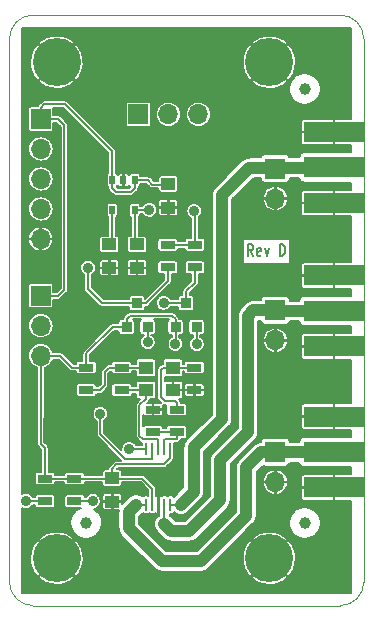
<source format=gbr>
G04 #@! TF.FileFunction,Copper,L1,Top,Signal*
%FSLAX46Y46*%
G04 Gerber Fmt 4.6, Leading zero omitted, Abs format (unit mm)*
G04 Created by KiCad (PCBNEW 4.0.6-e0-6349~53~ubuntu16.04.1) date Fri Mar 17 13:45:09 2017*
%MOMM*%
%LPD*%
G01*
G04 APERTURE LIST*
%ADD10C,0.200000*%
%ADD11C,0.100000*%
%ADD12C,0.200000*%
%ADD13R,1.300000X1.100000*%
%ADD14R,1.300000X0.700000*%
%ADD15R,1.700000X1.700000*%
%ADD16O,1.700000X1.700000*%
%ADD17R,1.250000X1.000000*%
%ADD18R,5.080000X1.800000*%
%ADD19C,0.300000*%
%ADD20R,0.508000X0.762000*%
%ADD21R,0.914400X0.914400*%
%ADD22C,4.064000*%
%ADD23C,1.000000*%
%ADD24R,0.250000X1.100000*%
%ADD25C,0.889000*%
%ADD26C,0.300000*%
%ADD27C,1.000000*%
%ADD28C,0.150000*%
G04 APERTURE END LIST*
D10*
X120645238Y-70402381D02*
X120378571Y-69926190D01*
X120188095Y-70402381D02*
X120188095Y-69402381D01*
X120492857Y-69402381D01*
X120569048Y-69450000D01*
X120607143Y-69497619D01*
X120645238Y-69592857D01*
X120645238Y-69735714D01*
X120607143Y-69830952D01*
X120569048Y-69878571D01*
X120492857Y-69926190D01*
X120188095Y-69926190D01*
X121292857Y-70354762D02*
X121216667Y-70402381D01*
X121064286Y-70402381D01*
X120988095Y-70354762D01*
X120950000Y-70259524D01*
X120950000Y-69878571D01*
X120988095Y-69783333D01*
X121064286Y-69735714D01*
X121216667Y-69735714D01*
X121292857Y-69783333D01*
X121330952Y-69878571D01*
X121330952Y-69973810D01*
X120950000Y-70069048D01*
X121597619Y-69735714D02*
X121788095Y-70402381D01*
X121978571Y-69735714D01*
X122892857Y-70402381D02*
X122892857Y-69402381D01*
X123083333Y-69402381D01*
X123197619Y-69450000D01*
X123273810Y-69545238D01*
X123311905Y-69640476D01*
X123350000Y-69830952D01*
X123350000Y-69973810D01*
X123311905Y-70164286D01*
X123273810Y-70259524D01*
X123197619Y-70354762D01*
X123083333Y-70402381D01*
X122892857Y-70402381D01*
D11*
X128000000Y-100000000D02*
G75*
G03X130000000Y-98000000I0J2000000D01*
G01*
X100000000Y-98000000D02*
G75*
G03X102000000Y-100000000I2000000J0D01*
G01*
X130000000Y-52000000D02*
G75*
G03X128000000Y-50000000I-2000000J0D01*
G01*
X102000000Y-50000000D02*
G75*
G03X100000000Y-52000000I0J-2000000D01*
G01*
X128000000Y-50000000D02*
X102000000Y-50000000D01*
X130000000Y-98000000D02*
X130000000Y-52000000D01*
X102000000Y-100000000D02*
X128000000Y-100000000D01*
X100000000Y-52000000D02*
X100000000Y-98000000D01*
D12*
X112200000Y-93700000D03*
D13*
X111550000Y-81750000D03*
X113850000Y-81750000D03*
X113850000Y-79850000D03*
X111550000Y-79850000D03*
D14*
X114150000Y-83400000D03*
X114150000Y-85300000D03*
X115650000Y-79850000D03*
X115650000Y-81750000D03*
X106500000Y-79850000D03*
X106500000Y-81750000D03*
X109500000Y-79850000D03*
X109500000Y-81750000D03*
X103000000Y-89250000D03*
X103000000Y-91150000D03*
X105500000Y-89250000D03*
X105500000Y-91150000D03*
X115700000Y-69450000D03*
X115700000Y-71350000D03*
X113400000Y-69450000D03*
X113400000Y-71350000D03*
D15*
X122500000Y-87000000D03*
D16*
X122500000Y-89540000D03*
D15*
X122500000Y-75000000D03*
D16*
X122500000Y-77540000D03*
D15*
X122500000Y-63000000D03*
D16*
X122500000Y-65540000D03*
D15*
X110920000Y-58400000D03*
D16*
X113460000Y-58400000D03*
X116000000Y-58400000D03*
D15*
X102650000Y-73760000D03*
D16*
X102650000Y-76300000D03*
X102650000Y-78840000D03*
D15*
X102650000Y-58800000D03*
D16*
X102650000Y-61340000D03*
X102650000Y-63880000D03*
X102650000Y-66420000D03*
X102650000Y-68960000D03*
D17*
X108700000Y-89200000D03*
X108700000Y-91200000D03*
X110800000Y-69400000D03*
X110800000Y-71400000D03*
X108450000Y-69400000D03*
X108450000Y-71400000D03*
X113450000Y-64300000D03*
X113450000Y-66300000D03*
D12*
X121350000Y-91350000D03*
X121350000Y-92800000D03*
X112250000Y-97750000D03*
X119150000Y-95350000D03*
X118300000Y-96300000D03*
X117300000Y-97250000D03*
X116150000Y-97750000D03*
X114850000Y-97750000D03*
X113550000Y-97750000D03*
X111450000Y-97000000D03*
X110450000Y-95900000D03*
X109650000Y-95000000D03*
X108850000Y-93850000D03*
X108850000Y-92700000D03*
X119950000Y-61650000D03*
X119000000Y-62400000D03*
X118150000Y-63200000D03*
X117350000Y-64000000D03*
X120500000Y-64450000D03*
X119800000Y-65050000D03*
X119100000Y-65800000D03*
X119100000Y-66800000D03*
X119100000Y-67800000D03*
X119100000Y-68800000D03*
X119100000Y-69800000D03*
X119100000Y-70800000D03*
X119100000Y-71800000D03*
X119100000Y-72800000D03*
X119100000Y-73800000D03*
X119100000Y-74800000D03*
X121400000Y-79800000D03*
X121400000Y-80800000D03*
X121400000Y-81800000D03*
X121400000Y-82800000D03*
X121400000Y-83800000D03*
X118650000Y-92050000D03*
X121400000Y-84800000D03*
X120700000Y-86150000D03*
X119750000Y-87100000D03*
X118900000Y-88000000D03*
X118900000Y-89000000D03*
X118900000Y-90000000D03*
X118900000Y-91000000D03*
X117950000Y-92900000D03*
X117150000Y-93650000D03*
X116250000Y-94500000D03*
X115000000Y-95050000D03*
X113900000Y-95050000D03*
X112950000Y-94550000D03*
X111650000Y-92700000D03*
X114550000Y-92650000D03*
X115600000Y-91900000D03*
X116450000Y-91150000D03*
X116700000Y-90000000D03*
X116700000Y-89000000D03*
X116700000Y-88000000D03*
X116950000Y-86750000D03*
X117850000Y-85900000D03*
X119100000Y-76800000D03*
X119100000Y-77800000D03*
X119100000Y-78800000D03*
X119100000Y-79800000D03*
X119100000Y-80800000D03*
X119100000Y-81800000D03*
X119100000Y-82800000D03*
X119100000Y-83800000D03*
X116100000Y-84500000D03*
X115400000Y-85250000D03*
X114600000Y-86000000D03*
X114350000Y-87000000D03*
X114350000Y-88000000D03*
X114350000Y-89000000D03*
X118650000Y-85150000D03*
X116800000Y-83800000D03*
X116800000Y-82800000D03*
X116800000Y-81800000D03*
X116800000Y-80800000D03*
X116800000Y-79800000D03*
X116800000Y-78800000D03*
X116800000Y-77800000D03*
X116800000Y-76800000D03*
X116800000Y-75800000D03*
X116800000Y-74800000D03*
X116800000Y-73800000D03*
X116800000Y-72800000D03*
X116800000Y-71800000D03*
X116800000Y-70800000D03*
X116800000Y-69800000D03*
X116800000Y-68800000D03*
X116800000Y-67800000D03*
X116800000Y-66800000D03*
X116800000Y-65800000D03*
X116800000Y-64800000D03*
D18*
X127460000Y-62900000D03*
X127460000Y-65900000D03*
D19*
X129500000Y-59900000D03*
X125500000Y-59900000D03*
X126500000Y-60400000D03*
X126500000Y-59400000D03*
X127500000Y-59900000D03*
X128500000Y-60400000D03*
X128500000Y-59400000D03*
X129500000Y-65900000D03*
X125500000Y-65900000D03*
X126500000Y-66400000D03*
X126500000Y-65400000D03*
X127500000Y-65900000D03*
X128500000Y-66400000D03*
X128500000Y-65400000D03*
D18*
X127460000Y-59900000D03*
D20*
X110602500Y-63980000D03*
X108697500Y-63980000D03*
X110602500Y-66520000D03*
X109650000Y-63980000D03*
X108697500Y-66520000D03*
D21*
X115839000Y-76416000D03*
X114061000Y-76416000D03*
X114950000Y-74384000D03*
X111689000Y-76416000D03*
X109911000Y-76416000D03*
X110800000Y-74384000D03*
D18*
X127460000Y-87000000D03*
X127460000Y-90000000D03*
D19*
X129500000Y-84000000D03*
X125500000Y-84000000D03*
X126500000Y-84500000D03*
X126500000Y-83500000D03*
X127500000Y-84000000D03*
X128500000Y-84500000D03*
X128500000Y-83500000D03*
X129500000Y-90000000D03*
X125500000Y-90000000D03*
X126500000Y-90500000D03*
X126500000Y-89500000D03*
X127500000Y-90000000D03*
X128500000Y-90500000D03*
X128500000Y-89500000D03*
D18*
X127460000Y-84000000D03*
X127460000Y-75050000D03*
X127460000Y-78050000D03*
D19*
X129500000Y-72050000D03*
X125500000Y-72050000D03*
X126500000Y-72550000D03*
X126500000Y-71550000D03*
X127500000Y-72050000D03*
X128500000Y-72550000D03*
X128500000Y-71550000D03*
X129500000Y-78050000D03*
X125500000Y-78050000D03*
X126500000Y-78550000D03*
X126500000Y-77550000D03*
X127500000Y-78050000D03*
X128500000Y-78550000D03*
X128500000Y-77550000D03*
D18*
X127460000Y-72050000D03*
D22*
X122000000Y-96000000D03*
X104000000Y-96000000D03*
X122000000Y-54000000D03*
X104000000Y-54000000D03*
D12*
X119100000Y-75800000D03*
D23*
X125000000Y-93000000D03*
X106500000Y-93000000D03*
X125000000Y-56250000D03*
D24*
X113600000Y-86750000D03*
X113100000Y-86750000D03*
X112600000Y-86750000D03*
X112100000Y-86750000D03*
X111600000Y-86750000D03*
X111584000Y-91450000D03*
X112092000Y-91450000D03*
X112600000Y-91450000D03*
X113108000Y-91450000D03*
X113616000Y-91450000D03*
D14*
X112150000Y-85300000D03*
X112150000Y-83400000D03*
D25*
X106650000Y-71400000D03*
X115650000Y-66600000D03*
X111850000Y-66500000D03*
X113050000Y-74350000D03*
X107050000Y-91150000D03*
X107700000Y-83750000D03*
X111700000Y-77700000D03*
X115850000Y-77850000D03*
X110150000Y-86750000D03*
X101400000Y-91150000D03*
X114050000Y-77850000D03*
D10*
X107834000Y-74384000D02*
X110800000Y-74384000D01*
X106650000Y-73200000D02*
X107834000Y-74384000D01*
X106650000Y-71400000D02*
X106650000Y-73200000D01*
X110800000Y-74384000D02*
X111566000Y-74384000D01*
X113400000Y-72550000D02*
X113400000Y-71352500D01*
X111566000Y-74384000D02*
X113400000Y-72550000D01*
X115700000Y-69450000D02*
X115700000Y-66650000D01*
X115700000Y-66650000D02*
X115650000Y-66600000D01*
X115700000Y-69447500D02*
X113400000Y-69447500D01*
X114500000Y-91450000D02*
X113658001Y-91450000D01*
X127430000Y-62930000D02*
X127460000Y-62900000D01*
D26*
X127430000Y-62930000D02*
X127460000Y-62900000D01*
D10*
X127430000Y-62930000D02*
X127460000Y-62900000D01*
D27*
X114500000Y-91450000D02*
X115600000Y-90350000D01*
X115600000Y-90350000D02*
X115600000Y-86600000D01*
X115600000Y-86600000D02*
X118000000Y-84200000D01*
X118000000Y-84200000D02*
X118000000Y-65250000D01*
X118000000Y-65250000D02*
X120320000Y-62930000D01*
X122500000Y-62930000D02*
X120320000Y-62930000D01*
X127430000Y-62930000D02*
X127460000Y-62900000D01*
X122500000Y-62930000D02*
X127430000Y-62930000D01*
D10*
X108697500Y-63980000D02*
X108697500Y-61547500D01*
X102650000Y-57850000D02*
X102650000Y-58800000D01*
X102950000Y-57550000D02*
X102650000Y-57850000D01*
X104700000Y-57550000D02*
X102950000Y-57550000D01*
X108697500Y-61547500D02*
X104700000Y-57550000D01*
X102650000Y-73760000D02*
X104140000Y-73760000D01*
X104140000Y-73760000D02*
X104650000Y-73250000D01*
X104650000Y-73250000D02*
X104650000Y-59350000D01*
X104650000Y-59350000D02*
X104100000Y-58800000D01*
X104100000Y-58800000D02*
X102650000Y-58800000D01*
X108697500Y-63980000D02*
X108697500Y-64647500D01*
X110602500Y-64647500D02*
X110602500Y-63980000D01*
X110250000Y-65000000D02*
X110602500Y-64647500D01*
X109050000Y-65000000D02*
X110250000Y-65000000D01*
X108697500Y-64647500D02*
X109050000Y-65000000D01*
X110602500Y-63980000D02*
X111730000Y-63980000D01*
X112097500Y-64347500D02*
X113450000Y-64347500D01*
X111730000Y-63980000D02*
X112097500Y-64347500D01*
X108697500Y-66520000D02*
X108697500Y-69200000D01*
X108697500Y-69200000D02*
X108450000Y-69447500D01*
X111830000Y-66520000D02*
X110602500Y-66520000D01*
X111850000Y-66500000D02*
X111830000Y-66520000D01*
X110602500Y-66520000D02*
X110602500Y-69250000D01*
X110602500Y-69250000D02*
X110800000Y-69447500D01*
X113084000Y-74384000D02*
X114950000Y-74384000D01*
X113050000Y-74350000D02*
X113084000Y-74384000D01*
X114950000Y-74384000D02*
X114950000Y-73400000D01*
X115700000Y-72650000D02*
X115700000Y-71352500D01*
X114950000Y-73400000D02*
X115700000Y-72650000D01*
D27*
X113700000Y-93700000D02*
X113108000Y-93108000D01*
X115232002Y-93700000D02*
X113700000Y-93700000D01*
X117850000Y-91082002D02*
X115232002Y-93700000D01*
X117850000Y-87667998D02*
X117850000Y-91082002D01*
X120200000Y-85317998D02*
X117850000Y-87667998D01*
X120200000Y-75450000D02*
X120200000Y-85317998D01*
X122500000Y-75000000D02*
X120650000Y-75000000D01*
X120650000Y-75000000D02*
X120200000Y-75450000D01*
X127460000Y-75050000D02*
X122550000Y-75050000D01*
D10*
X113108000Y-93108000D02*
X113108000Y-91440000D01*
D27*
X122550000Y-75050000D02*
X122500000Y-75000000D01*
X127430000Y-87030000D02*
X121320000Y-87030000D01*
X121320000Y-87030000D02*
X120050000Y-88300000D01*
X120050000Y-88300000D02*
X120050000Y-92400000D01*
X120050000Y-92400000D02*
X116200000Y-96250000D01*
X116200000Y-96250000D02*
X112900000Y-96250000D01*
D10*
X110750000Y-91450000D02*
X111550000Y-91450000D01*
D27*
X112900000Y-96250000D02*
X110100000Y-93450000D01*
X110100000Y-93450000D02*
X110100000Y-92100000D01*
X110100000Y-92100000D02*
X110750000Y-91450000D01*
D10*
X127430000Y-87030000D02*
X127460000Y-87000000D01*
D26*
X127430000Y-87030000D02*
X127460000Y-87000000D01*
D10*
X127430000Y-87030000D02*
X127460000Y-87000000D01*
X109750001Y-87550001D02*
X107700000Y-85500000D01*
X107700000Y-85500000D02*
X107700000Y-83750000D01*
X112100000Y-86750000D02*
X112100000Y-87500000D01*
X112100000Y-87500000D02*
X112049999Y-87550001D01*
X112049999Y-87550001D02*
X109750001Y-87550001D01*
X105500000Y-91152500D02*
X107047500Y-91152500D01*
X107047500Y-91152500D02*
X107050000Y-91150000D01*
X111689000Y-76416000D02*
X111689000Y-77689000D01*
X111689000Y-77689000D02*
X111700000Y-77700000D01*
X115839000Y-76416000D02*
X115839000Y-77839000D01*
X115839000Y-77839000D02*
X115850000Y-77850000D01*
X103000000Y-91152500D02*
X101402500Y-91152500D01*
X110150000Y-86750000D02*
X111600000Y-86750000D01*
X101402500Y-91152500D02*
X101400000Y-91150000D01*
X106500000Y-79850000D02*
X106500000Y-78650000D01*
X108734000Y-76416000D02*
X109911000Y-76416000D01*
X106500000Y-78650000D02*
X108734000Y-76416000D01*
X102650000Y-78840000D02*
X104290000Y-78840000D01*
X105300000Y-79850000D02*
X106500000Y-79850000D01*
X104290000Y-78840000D02*
X105300000Y-79850000D01*
X109050000Y-88050000D02*
X108700000Y-88400000D01*
X108700000Y-88400000D02*
X108700000Y-89200000D01*
X113050000Y-88050000D02*
X109050000Y-88050000D01*
X113600000Y-86750000D02*
X113600000Y-87500000D01*
X113600000Y-87500000D02*
X113050000Y-88050000D01*
X114061000Y-77839000D02*
X114061000Y-76416000D01*
X114050000Y-77850000D02*
X114061000Y-77839000D01*
X114061000Y-76416000D02*
X114061000Y-75761000D01*
X114061000Y-75761000D02*
X113750000Y-75450000D01*
X113750000Y-75450000D02*
X110200000Y-75450000D01*
X110200000Y-75450000D02*
X109911000Y-75739000D01*
X109911000Y-75739000D02*
X109911000Y-76416000D01*
X105500000Y-89247500D02*
X108700000Y-89247500D01*
X103000000Y-89247500D02*
X105500000Y-89247500D01*
X108700000Y-89247500D02*
X111247500Y-89247500D01*
X111247500Y-89247500D02*
X112092000Y-90092000D01*
X112092000Y-90092000D02*
X112092000Y-91450000D01*
X103000000Y-89247500D02*
X103000000Y-86650000D01*
X102630000Y-86280000D02*
X102630000Y-84100000D01*
X103000000Y-86650000D02*
X102630000Y-86280000D01*
X102650000Y-78840000D02*
X102650000Y-84080000D01*
X102650000Y-84080000D02*
X102630000Y-84100000D01*
X111549998Y-82500000D02*
X111549998Y-81750002D01*
X111549998Y-81750002D02*
X111550000Y-81750000D01*
X111000000Y-85600000D02*
X111000000Y-83049998D01*
X111000000Y-83049998D02*
X111549998Y-82500000D01*
X111300000Y-85900000D02*
X111000000Y-85600000D01*
X112500000Y-85900000D02*
X111300000Y-85900000D01*
X112600000Y-86750000D02*
X112600000Y-86000000D01*
X112600000Y-86000000D02*
X112500000Y-85900000D01*
X109500000Y-81750000D02*
X111550000Y-81750000D01*
X106500000Y-81750000D02*
X107650000Y-81750000D01*
X108450000Y-79850000D02*
X109500000Y-79850000D01*
X108050000Y-80250000D02*
X108450000Y-79850000D01*
X108050000Y-81350000D02*
X108050000Y-80250000D01*
X107650000Y-81750000D02*
X108050000Y-81350000D01*
X109500000Y-79850000D02*
X110350000Y-79850000D01*
X110350000Y-79850000D02*
X111550000Y-79850000D01*
X113850000Y-79850000D02*
X113000000Y-79850000D01*
X112800000Y-80050000D02*
X112800000Y-82350002D01*
X113000000Y-79850000D02*
X112800000Y-80050000D01*
X112800000Y-82350002D02*
X113149998Y-82700000D01*
X113149998Y-82700000D02*
X114050000Y-82700000D01*
X114050000Y-82700000D02*
X114200000Y-82850000D01*
X113850000Y-79850000D02*
X115600000Y-79850000D01*
X114200000Y-82850000D02*
X114200000Y-83400000D01*
X112150000Y-85300000D02*
X114150000Y-85300000D01*
X114200000Y-85850000D02*
X114200000Y-85300000D01*
X113200000Y-85900000D02*
X114150000Y-85900000D01*
X114150000Y-85900000D02*
X114200000Y-85850000D01*
X113100000Y-86000000D02*
X113200000Y-85900000D01*
X113100000Y-86750000D02*
X113100000Y-86000000D01*
D28*
G36*
X128925000Y-51081066D02*
X128925000Y-58775000D01*
X127541250Y-58775000D01*
X127485000Y-58831250D01*
X127485000Y-59875000D01*
X127505000Y-59875000D01*
X127505000Y-59925000D01*
X127485000Y-59925000D01*
X127485000Y-60968750D01*
X127541250Y-61025000D01*
X128925000Y-61025000D01*
X128925000Y-61623186D01*
X124920000Y-61623186D01*
X124860283Y-61627948D01*
X124758996Y-61659315D01*
X124670457Y-61717657D01*
X124601678Y-61798357D01*
X124558104Y-61895022D01*
X124543186Y-62000000D01*
X124543186Y-62055000D01*
X123711125Y-62055000D01*
X123690685Y-61988996D01*
X123632343Y-61900457D01*
X123551643Y-61831678D01*
X123454978Y-61788104D01*
X123350000Y-61773186D01*
X121650000Y-61773186D01*
X121590283Y-61777948D01*
X121488996Y-61809315D01*
X121400457Y-61867657D01*
X121331678Y-61948357D01*
X121288104Y-62045022D01*
X121286686Y-62055000D01*
X120320000Y-62055000D01*
X120239529Y-62062890D01*
X120159042Y-62069932D01*
X120154627Y-62071215D01*
X120150045Y-62071664D01*
X120072585Y-62095051D01*
X119995053Y-62117576D01*
X119990974Y-62119690D01*
X119986563Y-62121022D01*
X119915147Y-62158994D01*
X119843441Y-62196163D01*
X119839845Y-62199034D01*
X119835782Y-62201194D01*
X119773173Y-62252257D01*
X119709980Y-62302703D01*
X119703573Y-62309022D01*
X119703445Y-62309126D01*
X119703347Y-62309245D01*
X119701281Y-62311282D01*
X117381282Y-64631282D01*
X117329967Y-64693752D01*
X117278026Y-64755654D01*
X117275812Y-64759681D01*
X117272888Y-64763241D01*
X117234663Y-64834531D01*
X117195757Y-64905301D01*
X117194366Y-64909685D01*
X117192191Y-64913742D01*
X117168558Y-64991041D01*
X117144121Y-65068077D01*
X117143608Y-65072651D01*
X117142263Y-65077050D01*
X117134101Y-65157406D01*
X117125085Y-65237783D01*
X117125022Y-65246785D01*
X117125006Y-65246946D01*
X117125020Y-65247096D01*
X117125000Y-65250000D01*
X117125000Y-83837563D01*
X114981282Y-85981282D01*
X114929967Y-86043752D01*
X114878026Y-86105654D01*
X114875812Y-86109681D01*
X114872888Y-86113241D01*
X114834663Y-86184531D01*
X114795757Y-86255301D01*
X114794366Y-86259685D01*
X114792191Y-86263742D01*
X114768558Y-86341041D01*
X114744121Y-86418077D01*
X114743608Y-86422651D01*
X114742263Y-86427050D01*
X114734101Y-86507406D01*
X114725085Y-86587783D01*
X114725022Y-86596785D01*
X114725006Y-86596946D01*
X114725020Y-86597096D01*
X114725000Y-86600000D01*
X114725000Y-89987564D01*
X113931014Y-90781550D01*
X113910405Y-90750275D01*
X113861986Y-90709007D01*
X113803987Y-90682863D01*
X113741000Y-90673912D01*
X113491000Y-90673912D01*
X113455170Y-90676769D01*
X113394398Y-90695589D01*
X113362728Y-90716458D01*
X113353986Y-90709007D01*
X113295987Y-90682863D01*
X113233000Y-90673912D01*
X112983000Y-90673912D01*
X112947170Y-90676769D01*
X112886398Y-90695589D01*
X112855016Y-90716268D01*
X112831578Y-90700608D01*
X112790631Y-90683647D01*
X112747161Y-90675000D01*
X112681250Y-90675000D01*
X112625000Y-90731250D01*
X112625000Y-91425000D01*
X112633985Y-91425000D01*
X112633046Y-91433368D01*
X112633000Y-91440000D01*
X112633000Y-91475000D01*
X112625000Y-91475000D01*
X112625000Y-92168750D01*
X112633000Y-92176750D01*
X112633000Y-92373991D01*
X112626329Y-92377508D01*
X112493616Y-92484977D01*
X112384304Y-92616178D01*
X112302558Y-92766110D01*
X112251491Y-92929066D01*
X112233048Y-93098837D01*
X112247932Y-93268957D01*
X112295575Y-93432947D01*
X112374163Y-93584559D01*
X112480703Y-93718020D01*
X112489282Y-93726718D01*
X113081281Y-94318718D01*
X113143750Y-94370031D01*
X113205654Y-94421974D01*
X113209685Y-94424190D01*
X113213241Y-94427111D01*
X113284511Y-94465326D01*
X113355301Y-94504243D01*
X113359683Y-94505633D01*
X113363741Y-94507809D01*
X113441055Y-94531446D01*
X113518077Y-94555879D01*
X113522651Y-94556392D01*
X113527050Y-94557737D01*
X113607406Y-94565899D01*
X113687783Y-94574915D01*
X113696785Y-94574978D01*
X113696946Y-94574994D01*
X113697096Y-94574980D01*
X113700000Y-94575000D01*
X115232002Y-94575000D01*
X115312477Y-94567109D01*
X115392959Y-94560068D01*
X115397374Y-94558785D01*
X115401957Y-94558336D01*
X115479383Y-94534960D01*
X115556949Y-94512425D01*
X115561032Y-94510309D01*
X115565439Y-94508978D01*
X115636819Y-94471024D01*
X115708561Y-94433837D01*
X115712157Y-94430966D01*
X115716220Y-94428806D01*
X115778829Y-94377743D01*
X115842022Y-94327297D01*
X115848425Y-94320982D01*
X115848557Y-94320874D01*
X115848659Y-94320751D01*
X115850720Y-94318718D01*
X118468718Y-91700721D01*
X118520031Y-91638252D01*
X118571974Y-91576348D01*
X118574190Y-91572317D01*
X118577111Y-91568761D01*
X118615315Y-91497510D01*
X118654243Y-91426701D01*
X118655634Y-91422317D01*
X118657809Y-91418260D01*
X118681442Y-91340961D01*
X118705879Y-91263925D01*
X118706392Y-91259351D01*
X118707737Y-91254952D01*
X118715899Y-91174596D01*
X118724915Y-91094219D01*
X118724978Y-91085217D01*
X118724994Y-91085056D01*
X118724980Y-91084906D01*
X118725000Y-91082002D01*
X118725000Y-88030434D01*
X120818719Y-85936716D01*
X120870058Y-85874216D01*
X120921974Y-85812344D01*
X120924188Y-85808317D01*
X120927112Y-85804757D01*
X120965337Y-85733467D01*
X121004243Y-85662697D01*
X121005634Y-85658313D01*
X121007809Y-85654256D01*
X121031455Y-85576916D01*
X121055879Y-85499921D01*
X121056391Y-85495352D01*
X121057738Y-85490948D01*
X121065910Y-85410498D01*
X121074915Y-85330215D01*
X121074978Y-85321224D01*
X121074995Y-85321052D01*
X121074980Y-85320892D01*
X121075000Y-85317998D01*
X121075000Y-84081250D01*
X124695000Y-84081250D01*
X124695000Y-84922161D01*
X124703647Y-84965631D01*
X124720608Y-85006578D01*
X124745231Y-85043430D01*
X124776571Y-85074769D01*
X124813423Y-85099393D01*
X124854370Y-85116354D01*
X124897840Y-85125000D01*
X127378750Y-85125000D01*
X127435000Y-85068750D01*
X127435000Y-84025000D01*
X124751250Y-84025000D01*
X124695000Y-84081250D01*
X121075000Y-84081250D01*
X121075000Y-83077839D01*
X124695000Y-83077839D01*
X124695000Y-83918750D01*
X124751250Y-83975000D01*
X127435000Y-83975000D01*
X127435000Y-82931250D01*
X127378750Y-82875000D01*
X124897840Y-82875000D01*
X124854370Y-82883646D01*
X124813423Y-82900607D01*
X124776571Y-82925231D01*
X124745231Y-82956570D01*
X124720608Y-82993422D01*
X124703647Y-83034369D01*
X124695000Y-83077839D01*
X121075000Y-83077839D01*
X121075000Y-77732814D01*
X121442433Y-77732814D01*
X121449146Y-77766577D01*
X121513541Y-77967235D01*
X121615845Y-78151474D01*
X121752127Y-78312215D01*
X121917149Y-78443280D01*
X122104569Y-78539632D01*
X122307186Y-78597569D01*
X122475000Y-78558461D01*
X122475000Y-77565000D01*
X122525000Y-77565000D01*
X122525000Y-78558461D01*
X122692814Y-78597569D01*
X122895431Y-78539632D01*
X123082851Y-78443280D01*
X123247873Y-78312215D01*
X123384155Y-78151474D01*
X123395384Y-78131250D01*
X124695000Y-78131250D01*
X124695000Y-78972161D01*
X124703647Y-79015631D01*
X124720608Y-79056578D01*
X124745231Y-79093430D01*
X124776571Y-79124769D01*
X124813423Y-79149393D01*
X124854370Y-79166354D01*
X124897840Y-79175000D01*
X127378750Y-79175000D01*
X127435000Y-79118750D01*
X127435000Y-78075000D01*
X124751250Y-78075000D01*
X124695000Y-78131250D01*
X123395384Y-78131250D01*
X123486459Y-77967235D01*
X123550854Y-77766577D01*
X123557567Y-77732814D01*
X123518443Y-77565000D01*
X122525000Y-77565000D01*
X122475000Y-77565000D01*
X121481557Y-77565000D01*
X121442433Y-77732814D01*
X121075000Y-77732814D01*
X121075000Y-77347186D01*
X121442433Y-77347186D01*
X121481557Y-77515000D01*
X122475000Y-77515000D01*
X122475000Y-76521539D01*
X122525000Y-76521539D01*
X122525000Y-77515000D01*
X123518443Y-77515000D01*
X123557567Y-77347186D01*
X123550854Y-77313423D01*
X123491297Y-77127839D01*
X124695000Y-77127839D01*
X124695000Y-77968750D01*
X124751250Y-78025000D01*
X127435000Y-78025000D01*
X127435000Y-76981250D01*
X127378750Y-76925000D01*
X124897840Y-76925000D01*
X124854370Y-76933646D01*
X124813423Y-76950607D01*
X124776571Y-76975231D01*
X124745231Y-77006570D01*
X124720608Y-77043422D01*
X124703647Y-77084369D01*
X124695000Y-77127839D01*
X123491297Y-77127839D01*
X123486459Y-77112765D01*
X123384155Y-76928526D01*
X123247873Y-76767785D01*
X123082851Y-76636720D01*
X122895431Y-76540368D01*
X122692814Y-76482431D01*
X122525000Y-76521539D01*
X122475000Y-76521539D01*
X122307186Y-76482431D01*
X122104569Y-76540368D01*
X121917149Y-76636720D01*
X121752127Y-76767785D01*
X121615845Y-76928526D01*
X121513541Y-77112765D01*
X121449146Y-77313423D01*
X121442433Y-77347186D01*
X121075000Y-77347186D01*
X121075000Y-75875000D01*
X121275180Y-75875000D01*
X121277948Y-75909717D01*
X121309315Y-76011004D01*
X121367657Y-76099543D01*
X121448357Y-76168322D01*
X121545022Y-76211896D01*
X121650000Y-76226814D01*
X123350000Y-76226814D01*
X123409717Y-76222052D01*
X123511004Y-76190685D01*
X123599543Y-76132343D01*
X123668322Y-76051643D01*
X123711896Y-75954978D01*
X123716156Y-75925000D01*
X124543186Y-75925000D01*
X124543186Y-75950000D01*
X124547948Y-76009717D01*
X124579315Y-76111004D01*
X124637657Y-76199543D01*
X124718357Y-76268322D01*
X124815022Y-76311896D01*
X124920000Y-76326814D01*
X128925000Y-76326814D01*
X128925000Y-76925000D01*
X127541250Y-76925000D01*
X127485000Y-76981250D01*
X127485000Y-78025000D01*
X127505000Y-78025000D01*
X127505000Y-78075000D01*
X127485000Y-78075000D01*
X127485000Y-79118750D01*
X127541250Y-79175000D01*
X128925000Y-79175000D01*
X128925000Y-82875000D01*
X127541250Y-82875000D01*
X127485000Y-82931250D01*
X127485000Y-83975000D01*
X127505000Y-83975000D01*
X127505000Y-84025000D01*
X127485000Y-84025000D01*
X127485000Y-85068750D01*
X127541250Y-85125000D01*
X128925000Y-85125000D01*
X128925000Y-85723186D01*
X124920000Y-85723186D01*
X124860283Y-85727948D01*
X124758996Y-85759315D01*
X124670457Y-85817657D01*
X124601678Y-85898357D01*
X124558104Y-85995022D01*
X124543186Y-86100000D01*
X124543186Y-86155000D01*
X123726814Y-86155000D01*
X123726814Y-86150000D01*
X123722052Y-86090283D01*
X123690685Y-85988996D01*
X123632343Y-85900457D01*
X123551643Y-85831678D01*
X123454978Y-85788104D01*
X123350000Y-85773186D01*
X121650000Y-85773186D01*
X121590283Y-85777948D01*
X121488996Y-85809315D01*
X121400457Y-85867657D01*
X121331678Y-85948357D01*
X121288104Y-86045022D01*
X121273186Y-86150000D01*
X121273186Y-86159590D01*
X121239525Y-86162891D01*
X121159043Y-86169932D01*
X121154628Y-86171215D01*
X121150045Y-86171664D01*
X121072619Y-86195040D01*
X120995053Y-86217575D01*
X120990970Y-86219691D01*
X120986563Y-86221022D01*
X120915183Y-86258976D01*
X120843441Y-86296163D01*
X120839845Y-86299034D01*
X120835782Y-86301194D01*
X120773173Y-86352257D01*
X120709980Y-86402703D01*
X120703573Y-86409022D01*
X120703445Y-86409126D01*
X120703347Y-86409245D01*
X120701281Y-86411282D01*
X119431282Y-87681282D01*
X119379967Y-87743752D01*
X119328026Y-87805654D01*
X119325812Y-87809681D01*
X119322888Y-87813241D01*
X119284663Y-87884531D01*
X119245757Y-87955301D01*
X119244366Y-87959685D01*
X119242191Y-87963742D01*
X119218558Y-88041041D01*
X119194121Y-88118077D01*
X119193608Y-88122651D01*
X119192263Y-88127050D01*
X119184101Y-88207406D01*
X119175085Y-88287783D01*
X119175022Y-88296785D01*
X119175006Y-88296946D01*
X119175020Y-88297096D01*
X119175000Y-88300000D01*
X119175000Y-92037563D01*
X115837564Y-95375000D01*
X113262436Y-95375000D01*
X110975000Y-93087564D01*
X110975000Y-92462436D01*
X111288847Y-92148590D01*
X111289595Y-92149725D01*
X111338014Y-92190993D01*
X111396013Y-92217137D01*
X111459000Y-92226088D01*
X111709000Y-92226088D01*
X111744830Y-92223231D01*
X111805602Y-92204411D01*
X111837272Y-92183542D01*
X111846014Y-92190993D01*
X111904013Y-92217137D01*
X111967000Y-92226088D01*
X112217000Y-92226088D01*
X112252830Y-92223231D01*
X112313602Y-92204411D01*
X112344984Y-92183732D01*
X112368422Y-92199392D01*
X112409369Y-92216353D01*
X112452839Y-92225000D01*
X112518750Y-92225000D01*
X112575000Y-92168750D01*
X112575000Y-91475000D01*
X112555000Y-91475000D01*
X112555000Y-91425000D01*
X112575000Y-91425000D01*
X112575000Y-90731250D01*
X112518750Y-90675000D01*
X112452839Y-90675000D01*
X112417000Y-90682129D01*
X112417000Y-90092000D01*
X112414072Y-90062140D01*
X112411454Y-90032215D01*
X112410976Y-90030571D01*
X112410810Y-90028874D01*
X112402151Y-90000195D01*
X112393758Y-89971305D01*
X112392970Y-89969785D01*
X112392477Y-89968152D01*
X112378392Y-89941662D01*
X112364567Y-89914992D01*
X112363501Y-89913657D01*
X112362699Y-89912148D01*
X112343726Y-89888885D01*
X112324996Y-89865422D01*
X112322649Y-89863042D01*
X112322610Y-89862994D01*
X112322566Y-89862957D01*
X112321809Y-89862190D01*
X111477310Y-89017690D01*
X111454112Y-88998635D01*
X111431114Y-88979338D01*
X111429617Y-88978515D01*
X111428296Y-88977430D01*
X111401846Y-88963248D01*
X111375531Y-88948781D01*
X111373901Y-88948264D01*
X111372396Y-88947457D01*
X111343698Y-88938683D01*
X111315071Y-88929602D01*
X111313373Y-88929412D01*
X111311739Y-88928912D01*
X111281865Y-88925877D01*
X111252038Y-88922532D01*
X111248697Y-88922508D01*
X111248634Y-88922502D01*
X111248575Y-88922508D01*
X111247500Y-88922500D01*
X109551088Y-88922500D01*
X109551088Y-88700000D01*
X109548231Y-88664170D01*
X109529411Y-88603398D01*
X109494405Y-88550275D01*
X109445986Y-88509007D01*
X109387987Y-88482863D01*
X109325000Y-88473912D01*
X109085708Y-88473912D01*
X109184620Y-88375000D01*
X113050000Y-88375000D01*
X113079820Y-88372076D01*
X113109784Y-88369454D01*
X113111427Y-88368977D01*
X113113126Y-88368810D01*
X113141817Y-88360148D01*
X113170695Y-88351758D01*
X113172215Y-88350970D01*
X113173848Y-88350477D01*
X113200299Y-88336413D01*
X113227008Y-88322568D01*
X113228346Y-88321500D01*
X113229852Y-88320699D01*
X113253088Y-88301748D01*
X113276578Y-88282996D01*
X113278962Y-88280646D01*
X113279006Y-88280610D01*
X113279039Y-88280570D01*
X113279810Y-88279810D01*
X113829809Y-87729810D01*
X113848817Y-87706669D01*
X113868162Y-87683614D01*
X113868987Y-87682113D01*
X113870069Y-87680796D01*
X113884231Y-87654385D01*
X113898719Y-87628031D01*
X113899236Y-87626401D01*
X113900043Y-87624896D01*
X113908804Y-87596239D01*
X113917898Y-87567571D01*
X113918089Y-87565868D01*
X113918587Y-87564239D01*
X113921612Y-87534455D01*
X113924968Y-87504538D01*
X113924992Y-87501188D01*
X113924997Y-87501135D01*
X113924992Y-87501086D01*
X113925000Y-87500000D01*
X113925000Y-87401004D01*
X113942137Y-87362987D01*
X113951088Y-87300000D01*
X113951088Y-86225000D01*
X114150000Y-86225000D01*
X114179820Y-86222076D01*
X114209784Y-86219454D01*
X114211427Y-86218977D01*
X114213126Y-86218810D01*
X114241817Y-86210148D01*
X114270695Y-86201758D01*
X114272215Y-86200970D01*
X114273848Y-86200477D01*
X114300299Y-86186413D01*
X114327008Y-86172568D01*
X114328346Y-86171500D01*
X114329852Y-86170699D01*
X114353088Y-86151748D01*
X114376578Y-86132996D01*
X114378962Y-86130646D01*
X114379006Y-86130610D01*
X114379039Y-86130570D01*
X114379810Y-86129810D01*
X114429810Y-86079809D01*
X114448844Y-86056636D01*
X114468162Y-86033614D01*
X114468985Y-86032117D01*
X114470070Y-86030796D01*
X114484242Y-86004364D01*
X114498719Y-85978031D01*
X114499237Y-85976398D01*
X114500043Y-85974895D01*
X114508808Y-85946225D01*
X114517898Y-85917571D01*
X114518089Y-85915871D01*
X114518588Y-85914238D01*
X114521622Y-85884370D01*
X114522551Y-85876088D01*
X114800000Y-85876088D01*
X114835830Y-85873231D01*
X114896602Y-85854411D01*
X114949725Y-85819405D01*
X114990993Y-85770986D01*
X115017137Y-85712987D01*
X115026088Y-85650000D01*
X115026088Y-84950000D01*
X115023231Y-84914170D01*
X115004411Y-84853398D01*
X114969405Y-84800275D01*
X114920986Y-84759007D01*
X114862987Y-84732863D01*
X114800000Y-84723912D01*
X113500000Y-84723912D01*
X113464170Y-84726769D01*
X113403398Y-84745589D01*
X113350275Y-84780595D01*
X113309007Y-84829014D01*
X113282863Y-84887013D01*
X113273912Y-84950000D01*
X113273912Y-84975000D01*
X113026088Y-84975000D01*
X113026088Y-84950000D01*
X113023231Y-84914170D01*
X113004411Y-84853398D01*
X112969405Y-84800275D01*
X112920986Y-84759007D01*
X112862987Y-84732863D01*
X112800000Y-84723912D01*
X111500000Y-84723912D01*
X111464170Y-84726769D01*
X111403398Y-84745589D01*
X111350275Y-84780595D01*
X111325000Y-84810250D01*
X111325000Y-83893084D01*
X111325231Y-83893430D01*
X111356571Y-83924769D01*
X111393423Y-83949393D01*
X111434370Y-83966354D01*
X111477840Y-83975000D01*
X112068750Y-83975000D01*
X112125000Y-83918750D01*
X112125000Y-83425000D01*
X112175000Y-83425000D01*
X112175000Y-83918750D01*
X112231250Y-83975000D01*
X112822160Y-83975000D01*
X112865630Y-83966354D01*
X112906577Y-83949393D01*
X112943429Y-83924769D01*
X112974769Y-83893430D01*
X112999392Y-83856578D01*
X113016353Y-83815631D01*
X113025000Y-83772161D01*
X113025000Y-83481250D01*
X112968750Y-83425000D01*
X112175000Y-83425000D01*
X112125000Y-83425000D01*
X112105000Y-83425000D01*
X112105000Y-83375000D01*
X112125000Y-83375000D01*
X112125000Y-82881250D01*
X112175000Y-82881250D01*
X112175000Y-83375000D01*
X112968750Y-83375000D01*
X113025000Y-83318750D01*
X113025000Y-83027839D01*
X113018869Y-82997016D01*
X113021967Y-82998719D01*
X113023597Y-82999236D01*
X113025102Y-83000043D01*
X113053787Y-83008813D01*
X113082427Y-83017898D01*
X113084127Y-83018089D01*
X113085760Y-83018588D01*
X113115628Y-83021622D01*
X113145460Y-83024968D01*
X113148801Y-83024992D01*
X113148864Y-83024998D01*
X113148923Y-83024992D01*
X113149998Y-83025000D01*
X113277465Y-83025000D01*
X113273912Y-83050000D01*
X113273912Y-83750000D01*
X113276769Y-83785830D01*
X113295589Y-83846602D01*
X113330595Y-83899725D01*
X113379014Y-83940993D01*
X113437013Y-83967137D01*
X113500000Y-83976088D01*
X114800000Y-83976088D01*
X114835830Y-83973231D01*
X114896602Y-83954411D01*
X114949725Y-83919405D01*
X114990993Y-83870986D01*
X115017137Y-83812987D01*
X115026088Y-83750000D01*
X115026088Y-83050000D01*
X115023231Y-83014170D01*
X115004411Y-82953398D01*
X114969405Y-82900275D01*
X114920986Y-82859007D01*
X114862987Y-82832863D01*
X114800000Y-82823912D01*
X114522442Y-82823912D01*
X114522076Y-82820180D01*
X114519454Y-82790216D01*
X114518977Y-82788573D01*
X114518810Y-82786874D01*
X114510148Y-82758183D01*
X114501758Y-82729305D01*
X114500970Y-82727785D01*
X114500477Y-82726152D01*
X114486413Y-82699701D01*
X114472568Y-82672992D01*
X114471500Y-82671654D01*
X114470699Y-82670148D01*
X114451748Y-82646912D01*
X114432996Y-82623422D01*
X114430646Y-82621038D01*
X114430610Y-82620994D01*
X114430570Y-82620961D01*
X114429810Y-82620190D01*
X114334620Y-82525000D01*
X114522161Y-82525000D01*
X114565631Y-82516353D01*
X114606578Y-82499392D01*
X114643430Y-82474769D01*
X114674769Y-82443429D01*
X114699393Y-82406577D01*
X114716354Y-82365630D01*
X114725000Y-82322160D01*
X114725000Y-81831250D01*
X114775000Y-81831250D01*
X114775000Y-82122161D01*
X114783647Y-82165631D01*
X114800608Y-82206578D01*
X114825231Y-82243430D01*
X114856571Y-82274769D01*
X114893423Y-82299393D01*
X114934370Y-82316354D01*
X114977840Y-82325000D01*
X115568750Y-82325000D01*
X115625000Y-82268750D01*
X115625000Y-81775000D01*
X115675000Y-81775000D01*
X115675000Y-82268750D01*
X115731250Y-82325000D01*
X116322160Y-82325000D01*
X116365630Y-82316354D01*
X116406577Y-82299393D01*
X116443429Y-82274769D01*
X116474769Y-82243430D01*
X116499392Y-82206578D01*
X116516353Y-82165631D01*
X116525000Y-82122161D01*
X116525000Y-81831250D01*
X116468750Y-81775000D01*
X115675000Y-81775000D01*
X115625000Y-81775000D01*
X114831250Y-81775000D01*
X114775000Y-81831250D01*
X114725000Y-81831250D01*
X114668750Y-81775000D01*
X113875000Y-81775000D01*
X113875000Y-81795000D01*
X113825000Y-81795000D01*
X113825000Y-81775000D01*
X113805000Y-81775000D01*
X113805000Y-81725000D01*
X113825000Y-81725000D01*
X113825000Y-81031250D01*
X113875000Y-81031250D01*
X113875000Y-81725000D01*
X114668750Y-81725000D01*
X114725000Y-81668750D01*
X114725000Y-81377839D01*
X114775000Y-81377839D01*
X114775000Y-81668750D01*
X114831250Y-81725000D01*
X115625000Y-81725000D01*
X115625000Y-81231250D01*
X115675000Y-81231250D01*
X115675000Y-81725000D01*
X116468750Y-81725000D01*
X116525000Y-81668750D01*
X116525000Y-81377839D01*
X116516353Y-81334369D01*
X116499392Y-81293422D01*
X116474769Y-81256570D01*
X116443429Y-81225231D01*
X116406577Y-81200607D01*
X116365630Y-81183646D01*
X116322160Y-81175000D01*
X115731250Y-81175000D01*
X115675000Y-81231250D01*
X115625000Y-81231250D01*
X115568750Y-81175000D01*
X114977840Y-81175000D01*
X114934370Y-81183646D01*
X114893423Y-81200607D01*
X114856571Y-81225231D01*
X114825231Y-81256570D01*
X114800608Y-81293422D01*
X114783647Y-81334369D01*
X114775000Y-81377839D01*
X114725000Y-81377839D01*
X114725000Y-81177840D01*
X114716354Y-81134370D01*
X114699393Y-81093423D01*
X114674769Y-81056571D01*
X114643430Y-81025231D01*
X114606578Y-81000608D01*
X114565631Y-80983647D01*
X114522161Y-80975000D01*
X113931250Y-80975000D01*
X113875000Y-81031250D01*
X113825000Y-81031250D01*
X113768750Y-80975000D01*
X113177839Y-80975000D01*
X113134369Y-80983647D01*
X113125000Y-80987528D01*
X113125000Y-80611722D01*
X113137013Y-80617137D01*
X113200000Y-80626088D01*
X114500000Y-80626088D01*
X114535830Y-80623231D01*
X114596602Y-80604411D01*
X114649725Y-80569405D01*
X114690993Y-80520986D01*
X114717137Y-80462987D01*
X114726088Y-80400000D01*
X114726088Y-80175000D01*
X114773912Y-80175000D01*
X114773912Y-80200000D01*
X114776769Y-80235830D01*
X114795589Y-80296602D01*
X114830595Y-80349725D01*
X114879014Y-80390993D01*
X114937013Y-80417137D01*
X115000000Y-80426088D01*
X116300000Y-80426088D01*
X116335830Y-80423231D01*
X116396602Y-80404411D01*
X116449725Y-80369405D01*
X116490993Y-80320986D01*
X116517137Y-80262987D01*
X116526088Y-80200000D01*
X116526088Y-79500000D01*
X116523231Y-79464170D01*
X116504411Y-79403398D01*
X116469405Y-79350275D01*
X116420986Y-79309007D01*
X116362987Y-79282863D01*
X116300000Y-79273912D01*
X115000000Y-79273912D01*
X114964170Y-79276769D01*
X114903398Y-79295589D01*
X114850275Y-79330595D01*
X114809007Y-79379014D01*
X114782863Y-79437013D01*
X114773912Y-79500000D01*
X114773912Y-79525000D01*
X114726088Y-79525000D01*
X114726088Y-79300000D01*
X114723231Y-79264170D01*
X114704411Y-79203398D01*
X114669405Y-79150275D01*
X114620986Y-79109007D01*
X114562987Y-79082863D01*
X114500000Y-79073912D01*
X113200000Y-79073912D01*
X113164170Y-79076769D01*
X113103398Y-79095589D01*
X113050275Y-79130595D01*
X113009007Y-79179014D01*
X112982863Y-79237013D01*
X112973912Y-79300000D01*
X112973912Y-79527558D01*
X112970176Y-79527924D01*
X112940216Y-79530546D01*
X112938573Y-79531023D01*
X112936874Y-79531190D01*
X112908170Y-79539856D01*
X112879306Y-79548242D01*
X112877787Y-79549029D01*
X112876152Y-79549523D01*
X112849683Y-79563597D01*
X112822992Y-79577432D01*
X112821654Y-79578500D01*
X112820148Y-79579301D01*
X112796912Y-79598252D01*
X112773422Y-79617004D01*
X112771038Y-79619354D01*
X112770994Y-79619390D01*
X112770961Y-79619430D01*
X112770190Y-79620190D01*
X112570190Y-79820190D01*
X112551135Y-79843388D01*
X112531838Y-79866386D01*
X112531015Y-79867883D01*
X112529930Y-79869204D01*
X112515748Y-79895654D01*
X112501281Y-79921969D01*
X112500764Y-79923599D01*
X112499957Y-79925104D01*
X112491183Y-79953802D01*
X112482102Y-79982429D01*
X112481912Y-79984127D01*
X112481412Y-79985761D01*
X112478377Y-80015635D01*
X112475032Y-80045462D01*
X112475008Y-80048803D01*
X112475002Y-80048866D01*
X112475008Y-80048925D01*
X112475000Y-80050000D01*
X112475000Y-82350002D01*
X112477924Y-82379822D01*
X112480546Y-82409786D01*
X112481023Y-82411429D01*
X112481190Y-82413128D01*
X112489852Y-82441819D01*
X112498242Y-82470697D01*
X112499030Y-82472217D01*
X112499523Y-82473850D01*
X112513587Y-82500301D01*
X112527432Y-82527010D01*
X112528500Y-82528348D01*
X112529301Y-82529854D01*
X112548252Y-82553090D01*
X112567004Y-82576580D01*
X112569354Y-82578964D01*
X112569390Y-82579008D01*
X112569430Y-82579041D01*
X112570190Y-82579812D01*
X112815378Y-82825000D01*
X112231250Y-82825000D01*
X112175000Y-82881250D01*
X112125000Y-82881250D01*
X112068750Y-82825000D01*
X111684617Y-82825000D01*
X111779808Y-82729809D01*
X111798842Y-82706636D01*
X111818160Y-82683614D01*
X111818983Y-82682117D01*
X111820068Y-82680796D01*
X111834240Y-82654364D01*
X111848717Y-82628031D01*
X111849235Y-82626398D01*
X111850041Y-82624895D01*
X111858806Y-82596225D01*
X111867896Y-82567571D01*
X111868087Y-82565871D01*
X111868586Y-82564238D01*
X111871620Y-82534370D01*
X111872549Y-82526088D01*
X112200000Y-82526088D01*
X112235830Y-82523231D01*
X112296602Y-82504411D01*
X112349725Y-82469405D01*
X112390993Y-82420986D01*
X112417137Y-82362987D01*
X112426088Y-82300000D01*
X112426088Y-81200000D01*
X112423231Y-81164170D01*
X112404411Y-81103398D01*
X112369405Y-81050275D01*
X112320986Y-81009007D01*
X112262987Y-80982863D01*
X112200000Y-80973912D01*
X110900000Y-80973912D01*
X110864170Y-80976769D01*
X110803398Y-80995589D01*
X110750275Y-81030595D01*
X110709007Y-81079014D01*
X110682863Y-81137013D01*
X110673912Y-81200000D01*
X110673912Y-81425000D01*
X110376088Y-81425000D01*
X110376088Y-81400000D01*
X110373231Y-81364170D01*
X110354411Y-81303398D01*
X110319405Y-81250275D01*
X110270986Y-81209007D01*
X110212987Y-81182863D01*
X110150000Y-81173912D01*
X108850000Y-81173912D01*
X108814170Y-81176769D01*
X108753398Y-81195589D01*
X108700275Y-81230595D01*
X108659007Y-81279014D01*
X108632863Y-81337013D01*
X108623912Y-81400000D01*
X108623912Y-82100000D01*
X108626769Y-82135830D01*
X108645589Y-82196602D01*
X108680595Y-82249725D01*
X108729014Y-82290993D01*
X108787013Y-82317137D01*
X108850000Y-82326088D01*
X110150000Y-82326088D01*
X110185830Y-82323231D01*
X110246602Y-82304411D01*
X110299725Y-82269405D01*
X110340993Y-82220986D01*
X110367137Y-82162987D01*
X110376088Y-82100000D01*
X110376088Y-82075000D01*
X110673912Y-82075000D01*
X110673912Y-82300000D01*
X110676769Y-82335830D01*
X110695589Y-82396602D01*
X110730595Y-82449725D01*
X110779014Y-82490993D01*
X110837013Y-82517137D01*
X110900000Y-82526088D01*
X111064291Y-82526088D01*
X110770190Y-82820188D01*
X110751135Y-82843386D01*
X110731838Y-82866384D01*
X110731015Y-82867881D01*
X110729930Y-82869202D01*
X110715748Y-82895652D01*
X110701281Y-82921967D01*
X110700764Y-82923597D01*
X110699957Y-82925102D01*
X110691183Y-82953800D01*
X110682102Y-82982427D01*
X110681912Y-82984125D01*
X110681412Y-82985759D01*
X110678377Y-83015633D01*
X110675032Y-83045460D01*
X110675008Y-83048801D01*
X110675002Y-83048864D01*
X110675008Y-83048923D01*
X110675000Y-83049998D01*
X110675000Y-85600000D01*
X110677924Y-85629820D01*
X110680546Y-85659784D01*
X110681023Y-85661427D01*
X110681190Y-85663126D01*
X110689852Y-85691817D01*
X110698242Y-85720695D01*
X110699030Y-85722215D01*
X110699523Y-85723848D01*
X110713587Y-85750299D01*
X110727432Y-85777008D01*
X110728500Y-85778346D01*
X110729301Y-85779852D01*
X110748252Y-85803088D01*
X110767004Y-85826578D01*
X110769354Y-85828962D01*
X110769390Y-85829006D01*
X110769430Y-85829039D01*
X110770190Y-85829810D01*
X111070190Y-86129810D01*
X111093361Y-86148842D01*
X111116386Y-86168162D01*
X111117887Y-86168987D01*
X111119204Y-86170069D01*
X111145615Y-86184231D01*
X111171969Y-86198719D01*
X111173599Y-86199236D01*
X111175104Y-86200043D01*
X111203802Y-86208817D01*
X111232429Y-86217898D01*
X111234127Y-86218088D01*
X111235761Y-86218588D01*
X111248912Y-86219924D01*
X111248912Y-86425000D01*
X110737902Y-86425000D01*
X110671335Y-86324809D01*
X110578820Y-86231646D01*
X110469971Y-86158226D01*
X110348934Y-86107347D01*
X110220320Y-86080946D01*
X110089028Y-86080030D01*
X109960058Y-86104632D01*
X109838323Y-86153816D01*
X109728459Y-86225709D01*
X109634652Y-86317572D01*
X109560474Y-86425906D01*
X109508751Y-86546584D01*
X109481454Y-86675011D01*
X109479620Y-86806293D01*
X109482701Y-86823081D01*
X108025000Y-85365380D01*
X108025000Y-84336720D01*
X108114179Y-84280126D01*
X108209260Y-84189582D01*
X108284943Y-84082294D01*
X108338346Y-83962349D01*
X108367434Y-83834317D01*
X108369528Y-83684352D01*
X108344026Y-83555557D01*
X108293993Y-83434168D01*
X108221335Y-83324809D01*
X108128820Y-83231646D01*
X108019971Y-83158226D01*
X107898934Y-83107347D01*
X107770320Y-83080946D01*
X107639028Y-83080030D01*
X107510058Y-83104632D01*
X107388323Y-83153816D01*
X107278459Y-83225709D01*
X107184652Y-83317572D01*
X107110474Y-83425906D01*
X107058751Y-83546584D01*
X107031454Y-83675011D01*
X107029620Y-83806293D01*
X107053322Y-83935432D01*
X107101655Y-84057508D01*
X107172779Y-84167870D01*
X107263984Y-84262317D01*
X107371798Y-84337249D01*
X107375000Y-84338648D01*
X107375000Y-85500000D01*
X107377924Y-85529820D01*
X107380546Y-85559784D01*
X107381023Y-85561427D01*
X107381190Y-85563126D01*
X107389852Y-85591817D01*
X107398242Y-85620695D01*
X107399030Y-85622215D01*
X107399523Y-85623848D01*
X107413587Y-85650299D01*
X107427432Y-85677008D01*
X107428500Y-85678346D01*
X107429301Y-85679852D01*
X107448252Y-85703088D01*
X107467004Y-85726578D01*
X107469354Y-85728962D01*
X107469390Y-85729006D01*
X107469430Y-85729039D01*
X107470190Y-85729810D01*
X109465380Y-87725000D01*
X109050000Y-87725000D01*
X109020180Y-87727924D01*
X108990216Y-87730546D01*
X108988573Y-87731023D01*
X108986874Y-87731190D01*
X108958170Y-87739856D01*
X108929306Y-87748242D01*
X108927787Y-87749029D01*
X108926152Y-87749523D01*
X108899683Y-87763597D01*
X108872992Y-87777432D01*
X108871654Y-87778500D01*
X108870148Y-87779301D01*
X108846912Y-87798252D01*
X108823422Y-87817004D01*
X108821038Y-87819354D01*
X108820994Y-87819390D01*
X108820961Y-87819430D01*
X108820190Y-87820190D01*
X108470190Y-88170190D01*
X108451135Y-88193388D01*
X108431838Y-88216386D01*
X108431015Y-88217883D01*
X108429930Y-88219204D01*
X108415748Y-88245654D01*
X108401281Y-88271969D01*
X108400764Y-88273599D01*
X108399957Y-88275104D01*
X108391183Y-88303802D01*
X108382102Y-88332429D01*
X108381912Y-88334127D01*
X108381412Y-88335761D01*
X108378377Y-88365635D01*
X108375032Y-88395462D01*
X108375008Y-88398803D01*
X108375002Y-88398866D01*
X108375008Y-88398925D01*
X108375000Y-88400000D01*
X108375000Y-88473912D01*
X108075000Y-88473912D01*
X108039170Y-88476769D01*
X107978398Y-88495589D01*
X107925275Y-88530595D01*
X107884007Y-88579014D01*
X107857863Y-88637013D01*
X107848912Y-88700000D01*
X107848912Y-88922500D01*
X106376088Y-88922500D01*
X106376088Y-88900000D01*
X106373231Y-88864170D01*
X106354411Y-88803398D01*
X106319405Y-88750275D01*
X106270986Y-88709007D01*
X106212987Y-88682863D01*
X106150000Y-88673912D01*
X104850000Y-88673912D01*
X104814170Y-88676769D01*
X104753398Y-88695589D01*
X104700275Y-88730595D01*
X104659007Y-88779014D01*
X104632863Y-88837013D01*
X104623912Y-88900000D01*
X104623912Y-88922500D01*
X103876088Y-88922500D01*
X103876088Y-88900000D01*
X103873231Y-88864170D01*
X103854411Y-88803398D01*
X103819405Y-88750275D01*
X103770986Y-88709007D01*
X103712987Y-88682863D01*
X103650000Y-88673912D01*
X103325000Y-88673912D01*
X103325000Y-86650000D01*
X103322076Y-86620180D01*
X103319454Y-86590216D01*
X103318977Y-86588573D01*
X103318810Y-86586874D01*
X103310148Y-86558183D01*
X103301758Y-86529305D01*
X103300970Y-86527785D01*
X103300477Y-86526152D01*
X103286413Y-86499701D01*
X103272568Y-86472992D01*
X103271500Y-86471654D01*
X103270699Y-86470148D01*
X103251748Y-86446912D01*
X103232996Y-86423422D01*
X103230646Y-86421038D01*
X103230610Y-86420994D01*
X103230570Y-86420961D01*
X103229810Y-86420190D01*
X102955000Y-86145380D01*
X102955000Y-84188682D01*
X102958804Y-84176239D01*
X102967898Y-84147571D01*
X102968089Y-84145868D01*
X102968587Y-84144239D01*
X102971612Y-84114459D01*
X102974968Y-84084538D01*
X102974992Y-84081187D01*
X102974997Y-84081134D01*
X102974992Y-84081085D01*
X102975000Y-84080000D01*
X102975000Y-81400000D01*
X105623912Y-81400000D01*
X105623912Y-82100000D01*
X105626769Y-82135830D01*
X105645589Y-82196602D01*
X105680595Y-82249725D01*
X105729014Y-82290993D01*
X105787013Y-82317137D01*
X105850000Y-82326088D01*
X107150000Y-82326088D01*
X107185830Y-82323231D01*
X107246602Y-82304411D01*
X107299725Y-82269405D01*
X107340993Y-82220986D01*
X107367137Y-82162987D01*
X107376088Y-82100000D01*
X107376088Y-82075000D01*
X107650000Y-82075000D01*
X107679820Y-82072076D01*
X107709784Y-82069454D01*
X107711427Y-82068977D01*
X107713126Y-82068810D01*
X107741817Y-82060148D01*
X107770695Y-82051758D01*
X107772215Y-82050970D01*
X107773848Y-82050477D01*
X107800299Y-82036413D01*
X107827008Y-82022568D01*
X107828346Y-82021500D01*
X107829852Y-82020699D01*
X107853088Y-82001748D01*
X107876578Y-81982996D01*
X107878962Y-81980646D01*
X107879006Y-81980610D01*
X107879039Y-81980570D01*
X107879810Y-81979810D01*
X108279809Y-81579810D01*
X108298817Y-81556669D01*
X108318162Y-81533614D01*
X108318987Y-81532113D01*
X108320069Y-81530796D01*
X108334231Y-81504385D01*
X108348719Y-81478031D01*
X108349236Y-81476401D01*
X108350043Y-81474896D01*
X108358804Y-81446239D01*
X108367898Y-81417571D01*
X108368089Y-81415868D01*
X108368587Y-81414239D01*
X108371612Y-81384459D01*
X108374968Y-81354538D01*
X108374992Y-81351187D01*
X108374997Y-81351134D01*
X108374992Y-81351085D01*
X108375000Y-81350000D01*
X108375000Y-80384620D01*
X108584619Y-80175000D01*
X108623912Y-80175000D01*
X108623912Y-80200000D01*
X108626769Y-80235830D01*
X108645589Y-80296602D01*
X108680595Y-80349725D01*
X108729014Y-80390993D01*
X108787013Y-80417137D01*
X108850000Y-80426088D01*
X110150000Y-80426088D01*
X110185830Y-80423231D01*
X110246602Y-80404411D01*
X110299725Y-80369405D01*
X110340993Y-80320986D01*
X110367137Y-80262987D01*
X110376088Y-80200000D01*
X110376088Y-80175000D01*
X110673912Y-80175000D01*
X110673912Y-80400000D01*
X110676769Y-80435830D01*
X110695589Y-80496602D01*
X110730595Y-80549725D01*
X110779014Y-80590993D01*
X110837013Y-80617137D01*
X110900000Y-80626088D01*
X112200000Y-80626088D01*
X112235830Y-80623231D01*
X112296602Y-80604411D01*
X112349725Y-80569405D01*
X112390993Y-80520986D01*
X112417137Y-80462987D01*
X112426088Y-80400000D01*
X112426088Y-79300000D01*
X112423231Y-79264170D01*
X112404411Y-79203398D01*
X112369405Y-79150275D01*
X112320986Y-79109007D01*
X112262987Y-79082863D01*
X112200000Y-79073912D01*
X110900000Y-79073912D01*
X110864170Y-79076769D01*
X110803398Y-79095589D01*
X110750275Y-79130595D01*
X110709007Y-79179014D01*
X110682863Y-79237013D01*
X110673912Y-79300000D01*
X110673912Y-79525000D01*
X110376088Y-79525000D01*
X110376088Y-79500000D01*
X110373231Y-79464170D01*
X110354411Y-79403398D01*
X110319405Y-79350275D01*
X110270986Y-79309007D01*
X110212987Y-79282863D01*
X110150000Y-79273912D01*
X108850000Y-79273912D01*
X108814170Y-79276769D01*
X108753398Y-79295589D01*
X108700275Y-79330595D01*
X108659007Y-79379014D01*
X108632863Y-79437013D01*
X108623912Y-79500000D01*
X108623912Y-79525000D01*
X108450000Y-79525000D01*
X108420140Y-79527928D01*
X108390215Y-79530546D01*
X108388571Y-79531024D01*
X108386874Y-79531190D01*
X108358195Y-79539849D01*
X108329305Y-79548242D01*
X108327785Y-79549030D01*
X108326152Y-79549523D01*
X108299662Y-79563608D01*
X108272992Y-79577433D01*
X108271657Y-79578499D01*
X108270148Y-79579301D01*
X108246909Y-79598254D01*
X108223421Y-79617004D01*
X108221041Y-79619352D01*
X108220994Y-79619390D01*
X108220958Y-79619433D01*
X108220190Y-79620191D01*
X107820190Y-80020190D01*
X107801135Y-80043388D01*
X107781838Y-80066386D01*
X107781015Y-80067883D01*
X107779930Y-80069204D01*
X107765748Y-80095654D01*
X107751281Y-80121969D01*
X107750764Y-80123599D01*
X107749957Y-80125104D01*
X107741183Y-80153802D01*
X107732102Y-80182429D01*
X107731912Y-80184127D01*
X107731412Y-80185761D01*
X107728377Y-80215635D01*
X107725032Y-80245462D01*
X107725008Y-80248803D01*
X107725002Y-80248866D01*
X107725008Y-80248925D01*
X107725000Y-80250000D01*
X107725000Y-81215381D01*
X107515380Y-81425000D01*
X107376088Y-81425000D01*
X107376088Y-81400000D01*
X107373231Y-81364170D01*
X107354411Y-81303398D01*
X107319405Y-81250275D01*
X107270986Y-81209007D01*
X107212987Y-81182863D01*
X107150000Y-81173912D01*
X105850000Y-81173912D01*
X105814170Y-81176769D01*
X105753398Y-81195589D01*
X105700275Y-81230595D01*
X105659007Y-81279014D01*
X105632863Y-81337013D01*
X105623912Y-81400000D01*
X102975000Y-81400000D01*
X102975000Y-79861015D01*
X103064852Y-79833887D01*
X103250097Y-79735390D01*
X103412683Y-79602789D01*
X103546416Y-79441132D01*
X103646204Y-79256579D01*
X103674552Y-79165000D01*
X104155380Y-79165000D01*
X105070191Y-80079810D01*
X105093364Y-80098844D01*
X105116386Y-80118162D01*
X105117883Y-80118985D01*
X105119204Y-80120070D01*
X105145636Y-80134242D01*
X105171969Y-80148719D01*
X105173602Y-80149237D01*
X105175105Y-80150043D01*
X105203775Y-80158808D01*
X105232429Y-80167898D01*
X105234129Y-80168089D01*
X105235762Y-80168588D01*
X105265630Y-80171622D01*
X105295462Y-80174968D01*
X105298803Y-80174992D01*
X105298866Y-80174998D01*
X105298925Y-80174992D01*
X105300000Y-80175000D01*
X105623912Y-80175000D01*
X105623912Y-80200000D01*
X105626769Y-80235830D01*
X105645589Y-80296602D01*
X105680595Y-80349725D01*
X105729014Y-80390993D01*
X105787013Y-80417137D01*
X105850000Y-80426088D01*
X107150000Y-80426088D01*
X107185830Y-80423231D01*
X107246602Y-80404411D01*
X107299725Y-80369405D01*
X107340993Y-80320986D01*
X107367137Y-80262987D01*
X107376088Y-80200000D01*
X107376088Y-79500000D01*
X107373231Y-79464170D01*
X107354411Y-79403398D01*
X107319405Y-79350275D01*
X107270986Y-79309007D01*
X107212987Y-79282863D01*
X107150000Y-79273912D01*
X106825000Y-79273912D01*
X106825000Y-78784620D01*
X108868620Y-76741000D01*
X109227712Y-76741000D01*
X109227712Y-76873200D01*
X109230569Y-76909030D01*
X109249389Y-76969802D01*
X109284395Y-77022925D01*
X109332814Y-77064193D01*
X109390813Y-77090337D01*
X109453800Y-77099288D01*
X110368200Y-77099288D01*
X110404030Y-77096431D01*
X110464802Y-77077611D01*
X110517925Y-77042605D01*
X110559193Y-76994186D01*
X110585337Y-76936187D01*
X110594288Y-76873200D01*
X110594288Y-75958800D01*
X110591431Y-75922970D01*
X110572611Y-75862198D01*
X110537605Y-75809075D01*
X110497625Y-75775000D01*
X111103920Y-75775000D01*
X111082075Y-75789395D01*
X111040807Y-75837814D01*
X111014663Y-75895813D01*
X111005712Y-75958800D01*
X111005712Y-76873200D01*
X111008569Y-76909030D01*
X111027389Y-76969802D01*
X111062395Y-77022925D01*
X111110814Y-77064193D01*
X111168813Y-77090337D01*
X111231800Y-77099288D01*
X111364000Y-77099288D01*
X111364000Y-77119733D01*
X111278459Y-77175709D01*
X111184652Y-77267572D01*
X111110474Y-77375906D01*
X111058751Y-77496584D01*
X111031454Y-77625011D01*
X111029620Y-77756293D01*
X111053322Y-77885432D01*
X111101655Y-78007508D01*
X111172779Y-78117870D01*
X111263984Y-78212317D01*
X111371798Y-78287249D01*
X111492112Y-78339813D01*
X111620345Y-78368007D01*
X111751612Y-78370756D01*
X111880913Y-78347957D01*
X112003323Y-78300477D01*
X112114179Y-78230126D01*
X112209260Y-78139582D01*
X112284943Y-78032294D01*
X112338346Y-77912349D01*
X112367434Y-77784317D01*
X112369528Y-77634352D01*
X112344026Y-77505557D01*
X112293993Y-77384168D01*
X112221335Y-77274809D01*
X112128820Y-77181646D01*
X112019971Y-77108226D01*
X112014000Y-77105716D01*
X112014000Y-77099288D01*
X112146200Y-77099288D01*
X112182030Y-77096431D01*
X112242802Y-77077611D01*
X112295925Y-77042605D01*
X112337193Y-76994186D01*
X112363337Y-76936187D01*
X112372288Y-76873200D01*
X112372288Y-75958800D01*
X112369431Y-75922970D01*
X112350611Y-75862198D01*
X112315605Y-75809075D01*
X112275625Y-75775000D01*
X113475920Y-75775000D01*
X113454075Y-75789395D01*
X113412807Y-75837814D01*
X113386663Y-75895813D01*
X113377712Y-75958800D01*
X113377712Y-76873200D01*
X113380569Y-76909030D01*
X113399389Y-76969802D01*
X113434395Y-77022925D01*
X113482814Y-77064193D01*
X113540813Y-77090337D01*
X113603800Y-77099288D01*
X113736000Y-77099288D01*
X113736000Y-77255336D01*
X113628459Y-77325709D01*
X113534652Y-77417572D01*
X113460474Y-77525906D01*
X113408751Y-77646584D01*
X113381454Y-77775011D01*
X113379620Y-77906293D01*
X113403322Y-78035432D01*
X113451655Y-78157508D01*
X113522779Y-78267870D01*
X113613984Y-78362317D01*
X113721798Y-78437249D01*
X113842112Y-78489813D01*
X113970345Y-78518007D01*
X114101612Y-78520756D01*
X114230913Y-78497957D01*
X114353323Y-78450477D01*
X114464179Y-78380126D01*
X114559260Y-78289582D01*
X114634943Y-78182294D01*
X114688346Y-78062349D01*
X114717434Y-77934317D01*
X114719528Y-77784352D01*
X114694026Y-77655557D01*
X114643993Y-77534168D01*
X114571335Y-77424809D01*
X114478820Y-77331646D01*
X114386000Y-77269038D01*
X114386000Y-77099288D01*
X114518200Y-77099288D01*
X114554030Y-77096431D01*
X114614802Y-77077611D01*
X114667925Y-77042605D01*
X114709193Y-76994186D01*
X114735337Y-76936187D01*
X114744288Y-76873200D01*
X114744288Y-75958800D01*
X115155712Y-75958800D01*
X115155712Y-76873200D01*
X115158569Y-76909030D01*
X115177389Y-76969802D01*
X115212395Y-77022925D01*
X115260814Y-77064193D01*
X115318813Y-77090337D01*
X115381800Y-77099288D01*
X115514000Y-77099288D01*
X115514000Y-77269733D01*
X115428459Y-77325709D01*
X115334652Y-77417572D01*
X115260474Y-77525906D01*
X115208751Y-77646584D01*
X115181454Y-77775011D01*
X115179620Y-77906293D01*
X115203322Y-78035432D01*
X115251655Y-78157508D01*
X115322779Y-78267870D01*
X115413984Y-78362317D01*
X115521798Y-78437249D01*
X115642112Y-78489813D01*
X115770345Y-78518007D01*
X115901612Y-78520756D01*
X116030913Y-78497957D01*
X116153323Y-78450477D01*
X116264179Y-78380126D01*
X116359260Y-78289582D01*
X116434943Y-78182294D01*
X116488346Y-78062349D01*
X116517434Y-77934317D01*
X116519528Y-77784352D01*
X116494026Y-77655557D01*
X116443993Y-77534168D01*
X116371335Y-77424809D01*
X116278820Y-77331646D01*
X116169971Y-77258226D01*
X116164000Y-77255716D01*
X116164000Y-77099288D01*
X116296200Y-77099288D01*
X116332030Y-77096431D01*
X116392802Y-77077611D01*
X116445925Y-77042605D01*
X116487193Y-76994186D01*
X116513337Y-76936187D01*
X116522288Y-76873200D01*
X116522288Y-75958800D01*
X116519431Y-75922970D01*
X116500611Y-75862198D01*
X116465605Y-75809075D01*
X116417186Y-75767807D01*
X116359187Y-75741663D01*
X116296200Y-75732712D01*
X115381800Y-75732712D01*
X115345970Y-75735569D01*
X115285198Y-75754389D01*
X115232075Y-75789395D01*
X115190807Y-75837814D01*
X115164663Y-75895813D01*
X115155712Y-75958800D01*
X114744288Y-75958800D01*
X114741431Y-75922970D01*
X114722611Y-75862198D01*
X114687605Y-75809075D01*
X114639186Y-75767807D01*
X114581187Y-75741663D01*
X114518200Y-75732712D01*
X114383226Y-75732712D01*
X114383072Y-75731140D01*
X114380454Y-75701215D01*
X114379976Y-75699571D01*
X114379810Y-75697874D01*
X114371151Y-75669195D01*
X114362758Y-75640305D01*
X114361970Y-75638785D01*
X114361477Y-75637152D01*
X114347392Y-75610662D01*
X114333567Y-75583992D01*
X114332501Y-75582657D01*
X114331699Y-75581148D01*
X114312746Y-75557909D01*
X114293996Y-75534421D01*
X114291648Y-75532041D01*
X114291610Y-75531994D01*
X114291567Y-75531958D01*
X114290809Y-75531190D01*
X113979810Y-75220190D01*
X113956612Y-75201135D01*
X113933614Y-75181838D01*
X113932117Y-75181015D01*
X113930796Y-75179930D01*
X113904346Y-75165748D01*
X113878031Y-75151281D01*
X113876401Y-75150764D01*
X113874896Y-75149957D01*
X113846198Y-75141183D01*
X113817571Y-75132102D01*
X113815873Y-75131912D01*
X113814239Y-75131412D01*
X113784365Y-75128377D01*
X113754538Y-75125032D01*
X113751197Y-75125008D01*
X113751134Y-75125002D01*
X113751075Y-75125008D01*
X113750000Y-75125000D01*
X110200000Y-75125000D01*
X110170176Y-75127924D01*
X110140216Y-75130546D01*
X110138573Y-75131023D01*
X110136874Y-75131190D01*
X110108170Y-75139856D01*
X110079306Y-75148242D01*
X110077787Y-75149029D01*
X110076152Y-75149523D01*
X110049683Y-75163597D01*
X110022992Y-75177432D01*
X110021654Y-75178500D01*
X110020148Y-75179301D01*
X109996912Y-75198252D01*
X109973422Y-75217004D01*
X109971038Y-75219354D01*
X109970994Y-75219390D01*
X109970961Y-75219430D01*
X109970190Y-75220190D01*
X109681190Y-75509190D01*
X109662135Y-75532388D01*
X109642838Y-75555386D01*
X109642015Y-75556883D01*
X109640930Y-75558204D01*
X109626748Y-75584654D01*
X109612281Y-75610969D01*
X109611764Y-75612599D01*
X109610957Y-75614104D01*
X109602183Y-75642802D01*
X109593102Y-75671429D01*
X109592912Y-75673127D01*
X109592412Y-75674761D01*
X109589377Y-75704635D01*
X109586228Y-75732712D01*
X109453800Y-75732712D01*
X109417970Y-75735569D01*
X109357198Y-75754389D01*
X109304075Y-75789395D01*
X109262807Y-75837814D01*
X109236663Y-75895813D01*
X109227712Y-75958800D01*
X109227712Y-76091000D01*
X108734000Y-76091000D01*
X108704184Y-76093924D01*
X108674215Y-76096546D01*
X108672571Y-76097024D01*
X108670874Y-76097190D01*
X108642195Y-76105849D01*
X108613305Y-76114242D01*
X108611785Y-76115030D01*
X108610152Y-76115523D01*
X108583701Y-76129587D01*
X108556992Y-76143432D01*
X108555654Y-76144500D01*
X108554148Y-76145301D01*
X108530912Y-76164252D01*
X108507422Y-76183004D01*
X108505038Y-76185354D01*
X108504994Y-76185390D01*
X108504961Y-76185430D01*
X108504190Y-76186190D01*
X106270190Y-78420190D01*
X106251135Y-78443388D01*
X106231838Y-78466386D01*
X106231015Y-78467883D01*
X106229930Y-78469204D01*
X106215748Y-78495654D01*
X106201281Y-78521969D01*
X106200764Y-78523599D01*
X106199957Y-78525104D01*
X106191183Y-78553802D01*
X106182102Y-78582429D01*
X106181912Y-78584127D01*
X106181412Y-78585761D01*
X106178377Y-78615635D01*
X106175032Y-78645462D01*
X106175008Y-78648803D01*
X106175002Y-78648866D01*
X106175008Y-78648925D01*
X106175000Y-78650000D01*
X106175000Y-79273912D01*
X105850000Y-79273912D01*
X105814170Y-79276769D01*
X105753398Y-79295589D01*
X105700275Y-79330595D01*
X105659007Y-79379014D01*
X105632863Y-79437013D01*
X105623912Y-79500000D01*
X105623912Y-79525000D01*
X105434619Y-79525000D01*
X104519810Y-78610190D01*
X104496612Y-78591135D01*
X104473614Y-78571838D01*
X104472117Y-78571015D01*
X104470796Y-78569930D01*
X104444346Y-78555748D01*
X104418031Y-78541281D01*
X104416401Y-78540764D01*
X104414896Y-78539957D01*
X104386198Y-78531183D01*
X104357571Y-78522102D01*
X104355873Y-78521912D01*
X104354239Y-78521412D01*
X104324365Y-78518377D01*
X104294538Y-78515032D01*
X104291197Y-78515008D01*
X104291134Y-78515002D01*
X104291075Y-78515008D01*
X104290000Y-78515000D01*
X103674793Y-78515000D01*
X103651924Y-78437298D01*
X103554723Y-78251370D01*
X103423259Y-78087862D01*
X103262541Y-77953003D01*
X103078689Y-77851930D01*
X102878706Y-77788491D01*
X102670210Y-77765105D01*
X102655201Y-77765000D01*
X102644799Y-77765000D01*
X102435997Y-77785473D01*
X102235148Y-77846113D01*
X102049903Y-77944610D01*
X101887317Y-78077211D01*
X101753584Y-78238868D01*
X101653796Y-78423421D01*
X101591756Y-78623841D01*
X101569825Y-78832495D01*
X101588840Y-79041435D01*
X101648076Y-79242702D01*
X101745277Y-79428630D01*
X101876741Y-79592138D01*
X102037459Y-79726997D01*
X102221311Y-79828070D01*
X102325000Y-79860962D01*
X102325000Y-83991317D01*
X102321183Y-84003802D01*
X102312102Y-84032429D01*
X102311912Y-84034127D01*
X102311412Y-84035761D01*
X102308377Y-84065635D01*
X102305032Y-84095462D01*
X102305008Y-84098803D01*
X102305002Y-84098866D01*
X102305008Y-84098925D01*
X102305000Y-84100000D01*
X102305000Y-86280000D01*
X102307924Y-86309820D01*
X102310546Y-86339784D01*
X102311023Y-86341427D01*
X102311190Y-86343126D01*
X102319852Y-86371817D01*
X102328242Y-86400695D01*
X102329030Y-86402215D01*
X102329523Y-86403848D01*
X102343587Y-86430299D01*
X102357432Y-86457008D01*
X102358500Y-86458346D01*
X102359301Y-86459852D01*
X102378252Y-86483088D01*
X102397004Y-86506578D01*
X102399354Y-86508962D01*
X102399390Y-86509006D01*
X102399430Y-86509039D01*
X102400190Y-86509810D01*
X102675000Y-86784620D01*
X102675000Y-88673912D01*
X102350000Y-88673912D01*
X102314170Y-88676769D01*
X102253398Y-88695589D01*
X102200275Y-88730595D01*
X102159007Y-88779014D01*
X102132863Y-88837013D01*
X102123912Y-88900000D01*
X102123912Y-89600000D01*
X102126769Y-89635830D01*
X102145589Y-89696602D01*
X102180595Y-89749725D01*
X102229014Y-89790993D01*
X102287013Y-89817137D01*
X102350000Y-89826088D01*
X103650000Y-89826088D01*
X103685830Y-89823231D01*
X103746602Y-89804411D01*
X103799725Y-89769405D01*
X103840993Y-89720986D01*
X103867137Y-89662987D01*
X103876088Y-89600000D01*
X103876088Y-89572500D01*
X104623912Y-89572500D01*
X104623912Y-89600000D01*
X104626769Y-89635830D01*
X104645589Y-89696602D01*
X104680595Y-89749725D01*
X104729014Y-89790993D01*
X104787013Y-89817137D01*
X104850000Y-89826088D01*
X106150000Y-89826088D01*
X106185830Y-89823231D01*
X106246602Y-89804411D01*
X106299725Y-89769405D01*
X106340993Y-89720986D01*
X106367137Y-89662987D01*
X106376088Y-89600000D01*
X106376088Y-89572500D01*
X107848912Y-89572500D01*
X107848912Y-89700000D01*
X107851769Y-89735830D01*
X107870589Y-89796602D01*
X107905595Y-89849725D01*
X107954014Y-89890993D01*
X108012013Y-89917137D01*
X108075000Y-89926088D01*
X109325000Y-89926088D01*
X109360830Y-89923231D01*
X109421602Y-89904411D01*
X109474725Y-89869405D01*
X109515993Y-89820986D01*
X109542137Y-89762987D01*
X109551088Y-89700000D01*
X109551088Y-89572500D01*
X111112880Y-89572500D01*
X111767000Y-90226619D01*
X111767000Y-90682154D01*
X111709000Y-90673912D01*
X111459000Y-90673912D01*
X111423170Y-90676769D01*
X111362398Y-90695589D01*
X111309275Y-90730595D01*
X111283404Y-90760948D01*
X111241823Y-90726304D01*
X111091890Y-90644558D01*
X110928934Y-90593491D01*
X110759164Y-90575048D01*
X110589043Y-90589932D01*
X110425053Y-90637575D01*
X110273441Y-90716163D01*
X110139981Y-90822703D01*
X110131282Y-90831281D01*
X109550000Y-91412564D01*
X109550000Y-91281250D01*
X109493750Y-91225000D01*
X108725000Y-91225000D01*
X108725000Y-91868750D01*
X108781250Y-91925000D01*
X109242890Y-91925000D01*
X109242263Y-91927050D01*
X109234101Y-92007406D01*
X109225085Y-92087783D01*
X109225022Y-92096785D01*
X109225006Y-92096946D01*
X109225020Y-92097096D01*
X109225000Y-92100000D01*
X109225000Y-93450000D01*
X109232891Y-93530475D01*
X109239932Y-93610957D01*
X109241215Y-93615372D01*
X109241664Y-93619955D01*
X109265040Y-93697381D01*
X109287575Y-93774947D01*
X109289691Y-93779030D01*
X109291022Y-93783437D01*
X109328976Y-93854817D01*
X109366163Y-93926559D01*
X109369034Y-93930155D01*
X109371194Y-93934218D01*
X109422257Y-93996827D01*
X109472703Y-94060020D01*
X109479018Y-94066423D01*
X109479126Y-94066555D01*
X109479249Y-94066657D01*
X109481282Y-94068718D01*
X112281282Y-96868718D01*
X112343752Y-96920033D01*
X112405654Y-96971974D01*
X112409681Y-96974188D01*
X112413241Y-96977112D01*
X112484531Y-97015337D01*
X112555301Y-97054243D01*
X112559685Y-97055634D01*
X112563742Y-97057809D01*
X112641082Y-97081455D01*
X112718077Y-97105879D01*
X112722646Y-97106391D01*
X112727050Y-97107738D01*
X112807455Y-97115905D01*
X112887783Y-97124915D01*
X112896785Y-97124978D01*
X112896946Y-97124994D01*
X112897096Y-97124980D01*
X112900000Y-97125000D01*
X116200000Y-97125000D01*
X116280475Y-97117109D01*
X116360957Y-97110068D01*
X116365372Y-97108785D01*
X116369955Y-97108336D01*
X116447381Y-97084960D01*
X116524947Y-97062425D01*
X116529030Y-97060309D01*
X116533437Y-97058978D01*
X116604817Y-97021024D01*
X116676559Y-96983837D01*
X116680155Y-96980966D01*
X116684218Y-96978806D01*
X116746827Y-96927743D01*
X116810020Y-96877297D01*
X116816423Y-96870982D01*
X116816555Y-96870874D01*
X116816657Y-96870751D01*
X116818718Y-96868718D01*
X117751488Y-95935948D01*
X119732984Y-95935948D01*
X119764048Y-96379452D01*
X119881038Y-96808374D01*
X120079459Y-97206230D01*
X120150630Y-97312744D01*
X120418534Y-97546110D01*
X121964645Y-96000000D01*
X122035355Y-96000000D01*
X123581466Y-97546110D01*
X123849370Y-97312744D01*
X124069938Y-96926725D01*
X124210960Y-96505093D01*
X124267016Y-96064052D01*
X124235952Y-95620548D01*
X124118962Y-95191626D01*
X123920541Y-94793770D01*
X123849370Y-94687256D01*
X123581466Y-94453890D01*
X122035355Y-96000000D01*
X121964645Y-96000000D01*
X120418534Y-94453890D01*
X120150630Y-94687256D01*
X119930062Y-95073275D01*
X119789040Y-95494907D01*
X119732984Y-95935948D01*
X117751488Y-95935948D01*
X119268902Y-94418534D01*
X120453890Y-94418534D01*
X122000000Y-95964645D01*
X123546110Y-94418534D01*
X123312744Y-94150630D01*
X122926725Y-93930062D01*
X122505093Y-93789040D01*
X122064052Y-93732984D01*
X121620548Y-93764048D01*
X121191626Y-93881038D01*
X120793770Y-94079459D01*
X120687256Y-94150630D01*
X120453890Y-94418534D01*
X119268902Y-94418534D01*
X120574345Y-93113091D01*
X123653232Y-93113091D01*
X123700847Y-93372526D01*
X123797947Y-93617772D01*
X123940832Y-93839486D01*
X124124061Y-94029225D01*
X124340654Y-94179761D01*
X124582361Y-94285360D01*
X124839976Y-94342001D01*
X125103686Y-94347525D01*
X125363447Y-94301722D01*
X125609365Y-94206337D01*
X125832071Y-94065003D01*
X126023085Y-93883103D01*
X126175129Y-93667566D01*
X126282414Y-93426602D01*
X126340851Y-93169389D01*
X126345058Y-92868116D01*
X126293825Y-92609371D01*
X126193311Y-92365505D01*
X126047344Y-92145807D01*
X125861484Y-91958645D01*
X125642810Y-91811148D01*
X125399652Y-91708934D01*
X125141271Y-91655896D01*
X124877509Y-91654054D01*
X124618413Y-91703479D01*
X124373852Y-91802289D01*
X124153140Y-91946719D01*
X123964685Y-92131267D01*
X123815665Y-92348906D01*
X123711755Y-92591345D01*
X123656915Y-92849349D01*
X123653232Y-93113091D01*
X120574345Y-93113091D01*
X120668718Y-93018719D01*
X120720031Y-92956250D01*
X120771974Y-92894346D01*
X120774190Y-92890315D01*
X120777111Y-92886759D01*
X120815315Y-92815508D01*
X120854243Y-92744699D01*
X120855634Y-92740315D01*
X120857809Y-92736258D01*
X120881442Y-92658959D01*
X120905879Y-92581923D01*
X120906392Y-92577349D01*
X120907737Y-92572950D01*
X120915899Y-92492594D01*
X120924915Y-92412217D01*
X120924978Y-92403215D01*
X120924994Y-92403054D01*
X120924980Y-92402904D01*
X120925000Y-92400000D01*
X120925000Y-89732814D01*
X121442433Y-89732814D01*
X121449146Y-89766577D01*
X121513541Y-89967235D01*
X121615845Y-90151474D01*
X121752127Y-90312215D01*
X121917149Y-90443280D01*
X122104569Y-90539632D01*
X122307186Y-90597569D01*
X122475000Y-90558461D01*
X122475000Y-89565000D01*
X122525000Y-89565000D01*
X122525000Y-90558461D01*
X122692814Y-90597569D01*
X122895431Y-90539632D01*
X123082851Y-90443280D01*
X123247873Y-90312215D01*
X123384155Y-90151474D01*
X123423148Y-90081250D01*
X124695000Y-90081250D01*
X124695000Y-90922161D01*
X124703647Y-90965631D01*
X124720608Y-91006578D01*
X124745231Y-91043430D01*
X124776571Y-91074769D01*
X124813423Y-91099393D01*
X124854370Y-91116354D01*
X124897840Y-91125000D01*
X127378750Y-91125000D01*
X127435000Y-91068750D01*
X127435000Y-90025000D01*
X124751250Y-90025000D01*
X124695000Y-90081250D01*
X123423148Y-90081250D01*
X123486459Y-89967235D01*
X123550854Y-89766577D01*
X123557567Y-89732814D01*
X123518443Y-89565000D01*
X122525000Y-89565000D01*
X122475000Y-89565000D01*
X121481557Y-89565000D01*
X121442433Y-89732814D01*
X120925000Y-89732814D01*
X120925000Y-89347186D01*
X121442433Y-89347186D01*
X121481557Y-89515000D01*
X122475000Y-89515000D01*
X122475000Y-88521539D01*
X122525000Y-88521539D01*
X122525000Y-89515000D01*
X123518443Y-89515000D01*
X123557567Y-89347186D01*
X123550854Y-89313423D01*
X123486459Y-89112765D01*
X123467066Y-89077839D01*
X124695000Y-89077839D01*
X124695000Y-89918750D01*
X124751250Y-89975000D01*
X127435000Y-89975000D01*
X127435000Y-88931250D01*
X127378750Y-88875000D01*
X124897840Y-88875000D01*
X124854370Y-88883646D01*
X124813423Y-88900607D01*
X124776571Y-88925231D01*
X124745231Y-88956570D01*
X124720608Y-88993422D01*
X124703647Y-89034369D01*
X124695000Y-89077839D01*
X123467066Y-89077839D01*
X123384155Y-88928526D01*
X123247873Y-88767785D01*
X123082851Y-88636720D01*
X122895431Y-88540368D01*
X122692814Y-88482431D01*
X122525000Y-88521539D01*
X122475000Y-88521539D01*
X122307186Y-88482431D01*
X122104569Y-88540368D01*
X121917149Y-88636720D01*
X121752127Y-88767785D01*
X121615845Y-88928526D01*
X121513541Y-89112765D01*
X121449146Y-89313423D01*
X121442433Y-89347186D01*
X120925000Y-89347186D01*
X120925000Y-88662436D01*
X121432570Y-88154867D01*
X121448357Y-88168322D01*
X121545022Y-88211896D01*
X121650000Y-88226814D01*
X123350000Y-88226814D01*
X123409717Y-88222052D01*
X123511004Y-88190685D01*
X123599543Y-88132343D01*
X123668322Y-88051643D01*
X123711896Y-87954978D01*
X123718998Y-87905000D01*
X124543585Y-87905000D01*
X124547948Y-87959717D01*
X124579315Y-88061004D01*
X124637657Y-88149543D01*
X124718357Y-88218322D01*
X124815022Y-88261896D01*
X124920000Y-88276814D01*
X128925000Y-88276814D01*
X128925000Y-88875000D01*
X127541250Y-88875000D01*
X127485000Y-88931250D01*
X127485000Y-89975000D01*
X127505000Y-89975000D01*
X127505000Y-90025000D01*
X127485000Y-90025000D01*
X127485000Y-91068750D01*
X127541250Y-91125000D01*
X128925000Y-91125000D01*
X128925000Y-98918934D01*
X128918934Y-98925000D01*
X101081066Y-98925000D01*
X101075000Y-98918934D01*
X101075000Y-97581466D01*
X102453890Y-97581466D01*
X102687256Y-97849370D01*
X103073275Y-98069938D01*
X103494907Y-98210960D01*
X103935948Y-98267016D01*
X104379452Y-98235952D01*
X104808374Y-98118962D01*
X105206230Y-97920541D01*
X105312744Y-97849370D01*
X105546110Y-97581466D01*
X120453890Y-97581466D01*
X120687256Y-97849370D01*
X121073275Y-98069938D01*
X121494907Y-98210960D01*
X121935948Y-98267016D01*
X122379452Y-98235952D01*
X122808374Y-98118962D01*
X123206230Y-97920541D01*
X123312744Y-97849370D01*
X123546110Y-97581466D01*
X122000000Y-96035355D01*
X120453890Y-97581466D01*
X105546110Y-97581466D01*
X104000000Y-96035355D01*
X102453890Y-97581466D01*
X101075000Y-97581466D01*
X101075000Y-95935948D01*
X101732984Y-95935948D01*
X101764048Y-96379452D01*
X101881038Y-96808374D01*
X102079459Y-97206230D01*
X102150630Y-97312744D01*
X102418534Y-97546110D01*
X103964645Y-96000000D01*
X104035355Y-96000000D01*
X105581466Y-97546110D01*
X105849370Y-97312744D01*
X106069938Y-96926725D01*
X106210960Y-96505093D01*
X106267016Y-96064052D01*
X106235952Y-95620548D01*
X106118962Y-95191626D01*
X105920541Y-94793770D01*
X105849370Y-94687256D01*
X105581466Y-94453890D01*
X104035355Y-96000000D01*
X103964645Y-96000000D01*
X102418534Y-94453890D01*
X102150630Y-94687256D01*
X101930062Y-95073275D01*
X101789040Y-95494907D01*
X101732984Y-95935948D01*
X101075000Y-95935948D01*
X101075000Y-94418534D01*
X102453890Y-94418534D01*
X104000000Y-95964645D01*
X105546110Y-94418534D01*
X105312744Y-94150630D01*
X104926725Y-93930062D01*
X104505093Y-93789040D01*
X104064052Y-93732984D01*
X103620548Y-93764048D01*
X103191626Y-93881038D01*
X102793770Y-94079459D01*
X102687256Y-94150630D01*
X102453890Y-94418534D01*
X101075000Y-94418534D01*
X101075000Y-91738648D01*
X101192112Y-91789813D01*
X101320345Y-91818007D01*
X101451612Y-91820756D01*
X101580913Y-91797957D01*
X101703323Y-91750477D01*
X101814179Y-91680126D01*
X101909260Y-91589582D01*
X101984943Y-91482294D01*
X101987077Y-91477500D01*
X102123912Y-91477500D01*
X102123912Y-91500000D01*
X102126769Y-91535830D01*
X102145589Y-91596602D01*
X102180595Y-91649725D01*
X102229014Y-91690993D01*
X102287013Y-91717137D01*
X102350000Y-91726088D01*
X103650000Y-91726088D01*
X103685830Y-91723231D01*
X103746602Y-91704411D01*
X103799725Y-91669405D01*
X103840993Y-91620986D01*
X103867137Y-91562987D01*
X103876088Y-91500000D01*
X103876088Y-90800000D01*
X104623912Y-90800000D01*
X104623912Y-91500000D01*
X104626769Y-91535830D01*
X104645589Y-91596602D01*
X104680595Y-91649725D01*
X104729014Y-91690993D01*
X104787013Y-91717137D01*
X104850000Y-91726088D01*
X106062454Y-91726088D01*
X105873852Y-91802289D01*
X105653140Y-91946719D01*
X105464685Y-92131267D01*
X105315665Y-92348906D01*
X105211755Y-92591345D01*
X105156915Y-92849349D01*
X105153232Y-93113091D01*
X105200847Y-93372526D01*
X105297947Y-93617772D01*
X105440832Y-93839486D01*
X105624061Y-94029225D01*
X105840654Y-94179761D01*
X106082361Y-94285360D01*
X106339976Y-94342001D01*
X106603686Y-94347525D01*
X106863447Y-94301722D01*
X107109365Y-94206337D01*
X107332071Y-94065003D01*
X107523085Y-93883103D01*
X107675129Y-93667566D01*
X107782414Y-93426602D01*
X107840851Y-93169389D01*
X107845058Y-92868116D01*
X107793825Y-92609371D01*
X107693311Y-92365505D01*
X107547344Y-92145807D01*
X107361484Y-91958645D01*
X107145565Y-91813006D01*
X107230913Y-91797957D01*
X107353323Y-91750477D01*
X107464179Y-91680126D01*
X107559260Y-91589582D01*
X107634943Y-91482294D01*
X107688346Y-91362349D01*
X107706771Y-91281250D01*
X107850000Y-91281250D01*
X107850000Y-91722161D01*
X107858647Y-91765631D01*
X107875608Y-91806578D01*
X107900231Y-91843430D01*
X107931571Y-91874769D01*
X107968423Y-91899393D01*
X108009370Y-91916354D01*
X108052840Y-91925000D01*
X108618750Y-91925000D01*
X108675000Y-91868750D01*
X108675000Y-91225000D01*
X107906250Y-91225000D01*
X107850000Y-91281250D01*
X107706771Y-91281250D01*
X107717434Y-91234317D01*
X107719528Y-91084352D01*
X107694026Y-90955557D01*
X107643993Y-90834168D01*
X107571335Y-90724809D01*
X107524692Y-90677839D01*
X107850000Y-90677839D01*
X107850000Y-91118750D01*
X107906250Y-91175000D01*
X108675000Y-91175000D01*
X108675000Y-90531250D01*
X108725000Y-90531250D01*
X108725000Y-91175000D01*
X109493750Y-91175000D01*
X109550000Y-91118750D01*
X109550000Y-90677839D01*
X109541353Y-90634369D01*
X109524392Y-90593422D01*
X109499769Y-90556570D01*
X109468429Y-90525231D01*
X109431577Y-90500607D01*
X109390630Y-90483646D01*
X109347160Y-90475000D01*
X108781250Y-90475000D01*
X108725000Y-90531250D01*
X108675000Y-90531250D01*
X108618750Y-90475000D01*
X108052840Y-90475000D01*
X108009370Y-90483646D01*
X107968423Y-90500607D01*
X107931571Y-90525231D01*
X107900231Y-90556570D01*
X107875608Y-90593422D01*
X107858647Y-90634369D01*
X107850000Y-90677839D01*
X107524692Y-90677839D01*
X107478820Y-90631646D01*
X107369971Y-90558226D01*
X107248934Y-90507347D01*
X107120320Y-90480946D01*
X106989028Y-90480030D01*
X106860058Y-90504632D01*
X106738323Y-90553816D01*
X106628459Y-90625709D01*
X106534652Y-90717572D01*
X106460474Y-90825906D01*
X106459791Y-90827500D01*
X106376088Y-90827500D01*
X106376088Y-90800000D01*
X106373231Y-90764170D01*
X106354411Y-90703398D01*
X106319405Y-90650275D01*
X106270986Y-90609007D01*
X106212987Y-90582863D01*
X106150000Y-90573912D01*
X104850000Y-90573912D01*
X104814170Y-90576769D01*
X104753398Y-90595589D01*
X104700275Y-90630595D01*
X104659007Y-90679014D01*
X104632863Y-90737013D01*
X104623912Y-90800000D01*
X103876088Y-90800000D01*
X103873231Y-90764170D01*
X103854411Y-90703398D01*
X103819405Y-90650275D01*
X103770986Y-90609007D01*
X103712987Y-90582863D01*
X103650000Y-90573912D01*
X102350000Y-90573912D01*
X102314170Y-90576769D01*
X102253398Y-90595589D01*
X102200275Y-90630595D01*
X102159007Y-90679014D01*
X102132863Y-90737013D01*
X102123912Y-90800000D01*
X102123912Y-90827500D01*
X101989563Y-90827500D01*
X101921335Y-90724809D01*
X101828820Y-90631646D01*
X101719971Y-90558226D01*
X101598934Y-90507347D01*
X101470320Y-90480946D01*
X101339028Y-90480030D01*
X101210058Y-90504632D01*
X101088323Y-90553816D01*
X101075000Y-90562534D01*
X101075000Y-76292495D01*
X101569825Y-76292495D01*
X101588840Y-76501435D01*
X101648076Y-76702702D01*
X101745277Y-76888630D01*
X101876741Y-77052138D01*
X102037459Y-77186997D01*
X102221311Y-77288070D01*
X102421294Y-77351509D01*
X102629790Y-77374895D01*
X102644799Y-77375000D01*
X102655201Y-77375000D01*
X102864003Y-77354527D01*
X103064852Y-77293887D01*
X103250097Y-77195390D01*
X103412683Y-77062789D01*
X103546416Y-76901132D01*
X103646204Y-76716579D01*
X103708244Y-76516159D01*
X103730175Y-76307505D01*
X103711160Y-76098565D01*
X103651924Y-75897298D01*
X103554723Y-75711370D01*
X103423259Y-75547862D01*
X103262541Y-75413003D01*
X103078689Y-75311930D01*
X102878706Y-75248491D01*
X102670210Y-75225105D01*
X102655201Y-75225000D01*
X102644799Y-75225000D01*
X102435997Y-75245473D01*
X102235148Y-75306113D01*
X102049903Y-75404610D01*
X101887317Y-75537211D01*
X101753584Y-75698868D01*
X101653796Y-75883421D01*
X101591756Y-76083841D01*
X101569825Y-76292495D01*
X101075000Y-76292495D01*
X101075000Y-69152814D01*
X101592433Y-69152814D01*
X101599146Y-69186577D01*
X101663541Y-69387235D01*
X101765845Y-69571474D01*
X101902127Y-69732215D01*
X102067149Y-69863280D01*
X102254569Y-69959632D01*
X102457186Y-70017569D01*
X102625000Y-69978461D01*
X102625000Y-68985000D01*
X102675000Y-68985000D01*
X102675000Y-69978461D01*
X102842814Y-70017569D01*
X103045431Y-69959632D01*
X103232851Y-69863280D01*
X103397873Y-69732215D01*
X103534155Y-69571474D01*
X103636459Y-69387235D01*
X103700854Y-69186577D01*
X103707567Y-69152814D01*
X103668443Y-68985000D01*
X102675000Y-68985000D01*
X102625000Y-68985000D01*
X101631557Y-68985000D01*
X101592433Y-69152814D01*
X101075000Y-69152814D01*
X101075000Y-68767186D01*
X101592433Y-68767186D01*
X101631557Y-68935000D01*
X102625000Y-68935000D01*
X102625000Y-67941539D01*
X102675000Y-67941539D01*
X102675000Y-68935000D01*
X103668443Y-68935000D01*
X103707567Y-68767186D01*
X103700854Y-68733423D01*
X103636459Y-68532765D01*
X103534155Y-68348526D01*
X103397873Y-68187785D01*
X103232851Y-68056720D01*
X103045431Y-67960368D01*
X102842814Y-67902431D01*
X102675000Y-67941539D01*
X102625000Y-67941539D01*
X102457186Y-67902431D01*
X102254569Y-67960368D01*
X102067149Y-68056720D01*
X101902127Y-68187785D01*
X101765845Y-68348526D01*
X101663541Y-68532765D01*
X101599146Y-68733423D01*
X101592433Y-68767186D01*
X101075000Y-68767186D01*
X101075000Y-66412495D01*
X101569825Y-66412495D01*
X101588840Y-66621435D01*
X101648076Y-66822702D01*
X101745277Y-67008630D01*
X101876741Y-67172138D01*
X102037459Y-67306997D01*
X102221311Y-67408070D01*
X102421294Y-67471509D01*
X102629790Y-67494895D01*
X102644799Y-67495000D01*
X102655201Y-67495000D01*
X102864003Y-67474527D01*
X103064852Y-67413887D01*
X103250097Y-67315390D01*
X103412683Y-67182789D01*
X103546416Y-67021132D01*
X103646204Y-66836579D01*
X103708244Y-66636159D01*
X103730175Y-66427505D01*
X103711160Y-66218565D01*
X103651924Y-66017298D01*
X103554723Y-65831370D01*
X103423259Y-65667862D01*
X103262541Y-65533003D01*
X103078689Y-65431930D01*
X102878706Y-65368491D01*
X102670210Y-65345105D01*
X102655201Y-65345000D01*
X102644799Y-65345000D01*
X102435997Y-65365473D01*
X102235148Y-65426113D01*
X102049903Y-65524610D01*
X101887317Y-65657211D01*
X101753584Y-65818868D01*
X101653796Y-66003421D01*
X101591756Y-66203841D01*
X101569825Y-66412495D01*
X101075000Y-66412495D01*
X101075000Y-63872495D01*
X101569825Y-63872495D01*
X101588840Y-64081435D01*
X101648076Y-64282702D01*
X101745277Y-64468630D01*
X101876741Y-64632138D01*
X102037459Y-64766997D01*
X102221311Y-64868070D01*
X102421294Y-64931509D01*
X102629790Y-64954895D01*
X102644799Y-64955000D01*
X102655201Y-64955000D01*
X102864003Y-64934527D01*
X103064852Y-64873887D01*
X103250097Y-64775390D01*
X103412683Y-64642789D01*
X103546416Y-64481132D01*
X103646204Y-64296579D01*
X103708244Y-64096159D01*
X103730175Y-63887505D01*
X103711160Y-63678565D01*
X103651924Y-63477298D01*
X103554723Y-63291370D01*
X103423259Y-63127862D01*
X103262541Y-62993003D01*
X103078689Y-62891930D01*
X102878706Y-62828491D01*
X102670210Y-62805105D01*
X102655201Y-62805000D01*
X102644799Y-62805000D01*
X102435997Y-62825473D01*
X102235148Y-62886113D01*
X102049903Y-62984610D01*
X101887317Y-63117211D01*
X101753584Y-63278868D01*
X101653796Y-63463421D01*
X101591756Y-63663841D01*
X101569825Y-63872495D01*
X101075000Y-63872495D01*
X101075000Y-61332495D01*
X101569825Y-61332495D01*
X101588840Y-61541435D01*
X101648076Y-61742702D01*
X101745277Y-61928630D01*
X101876741Y-62092138D01*
X102037459Y-62226997D01*
X102221311Y-62328070D01*
X102421294Y-62391509D01*
X102629790Y-62414895D01*
X102644799Y-62415000D01*
X102655201Y-62415000D01*
X102864003Y-62394527D01*
X103064852Y-62333887D01*
X103250097Y-62235390D01*
X103412683Y-62102789D01*
X103546416Y-61941132D01*
X103646204Y-61756579D01*
X103708244Y-61556159D01*
X103730175Y-61347505D01*
X103711160Y-61138565D01*
X103651924Y-60937298D01*
X103554723Y-60751370D01*
X103423259Y-60587862D01*
X103262541Y-60453003D01*
X103078689Y-60351930D01*
X102878706Y-60288491D01*
X102670210Y-60265105D01*
X102655201Y-60265000D01*
X102644799Y-60265000D01*
X102435997Y-60285473D01*
X102235148Y-60346113D01*
X102049903Y-60444610D01*
X101887317Y-60577211D01*
X101753584Y-60738868D01*
X101653796Y-60923421D01*
X101591756Y-61123841D01*
X101569825Y-61332495D01*
X101075000Y-61332495D01*
X101075000Y-57950000D01*
X101573912Y-57950000D01*
X101573912Y-59650000D01*
X101576769Y-59685830D01*
X101595589Y-59746602D01*
X101630595Y-59799725D01*
X101679014Y-59840993D01*
X101737013Y-59867137D01*
X101800000Y-59876088D01*
X103500000Y-59876088D01*
X103535830Y-59873231D01*
X103596602Y-59854411D01*
X103649725Y-59819405D01*
X103690993Y-59770986D01*
X103717137Y-59712987D01*
X103726088Y-59650000D01*
X103726088Y-59125000D01*
X103965380Y-59125000D01*
X104325000Y-59484619D01*
X104325000Y-73115380D01*
X104005380Y-73435000D01*
X103726088Y-73435000D01*
X103726088Y-72910000D01*
X103723231Y-72874170D01*
X103704411Y-72813398D01*
X103669405Y-72760275D01*
X103620986Y-72719007D01*
X103562987Y-72692863D01*
X103500000Y-72683912D01*
X101800000Y-72683912D01*
X101764170Y-72686769D01*
X101703398Y-72705589D01*
X101650275Y-72740595D01*
X101609007Y-72789014D01*
X101582863Y-72847013D01*
X101573912Y-72910000D01*
X101573912Y-74610000D01*
X101576769Y-74645830D01*
X101595589Y-74706602D01*
X101630595Y-74759725D01*
X101679014Y-74800993D01*
X101737013Y-74827137D01*
X101800000Y-74836088D01*
X103500000Y-74836088D01*
X103535830Y-74833231D01*
X103596602Y-74814411D01*
X103649725Y-74779405D01*
X103690993Y-74730986D01*
X103717137Y-74672987D01*
X103726088Y-74610000D01*
X103726088Y-74085000D01*
X104140000Y-74085000D01*
X104169820Y-74082076D01*
X104199784Y-74079454D01*
X104201427Y-74078977D01*
X104203126Y-74078810D01*
X104231817Y-74070148D01*
X104260695Y-74061758D01*
X104262215Y-74060970D01*
X104263848Y-74060477D01*
X104290299Y-74046413D01*
X104317008Y-74032568D01*
X104318346Y-74031500D01*
X104319852Y-74030699D01*
X104343088Y-74011748D01*
X104366578Y-73992996D01*
X104368962Y-73990646D01*
X104369006Y-73990610D01*
X104369039Y-73990570D01*
X104369810Y-73989810D01*
X104879810Y-73479810D01*
X104898865Y-73456612D01*
X104918162Y-73433614D01*
X104918985Y-73432117D01*
X104920070Y-73430796D01*
X104934252Y-73404346D01*
X104948719Y-73378031D01*
X104949236Y-73376401D01*
X104950043Y-73374896D01*
X104958813Y-73346211D01*
X104967898Y-73317571D01*
X104968089Y-73315871D01*
X104968588Y-73314238D01*
X104971622Y-73284370D01*
X104974968Y-73254538D01*
X104974992Y-73251197D01*
X104974998Y-73251134D01*
X104974992Y-73251075D01*
X104975000Y-73250000D01*
X104975000Y-71456293D01*
X105979620Y-71456293D01*
X106003322Y-71585432D01*
X106051655Y-71707508D01*
X106122779Y-71817870D01*
X106213984Y-71912317D01*
X106321798Y-71987249D01*
X106325000Y-71988648D01*
X106325000Y-73200000D01*
X106327924Y-73229820D01*
X106330546Y-73259784D01*
X106331023Y-73261427D01*
X106331190Y-73263126D01*
X106339852Y-73291817D01*
X106348242Y-73320695D01*
X106349030Y-73322215D01*
X106349523Y-73323848D01*
X106363587Y-73350299D01*
X106377432Y-73377008D01*
X106378500Y-73378346D01*
X106379301Y-73379852D01*
X106398252Y-73403088D01*
X106417004Y-73426578D01*
X106419354Y-73428962D01*
X106419390Y-73429006D01*
X106419430Y-73429039D01*
X106420190Y-73429810D01*
X107604190Y-74613810D01*
X107627388Y-74632865D01*
X107650386Y-74652162D01*
X107651883Y-74652985D01*
X107653204Y-74654070D01*
X107679636Y-74668242D01*
X107705969Y-74682719D01*
X107707602Y-74683237D01*
X107709105Y-74684043D01*
X107737775Y-74692808D01*
X107766429Y-74701898D01*
X107768129Y-74702089D01*
X107769762Y-74702588D01*
X107799630Y-74705622D01*
X107829462Y-74708968D01*
X107832803Y-74708992D01*
X107832866Y-74708998D01*
X107832925Y-74708992D01*
X107834000Y-74709000D01*
X110116712Y-74709000D01*
X110116712Y-74841200D01*
X110119569Y-74877030D01*
X110138389Y-74937802D01*
X110173395Y-74990925D01*
X110221814Y-75032193D01*
X110279813Y-75058337D01*
X110342800Y-75067288D01*
X111257200Y-75067288D01*
X111293030Y-75064431D01*
X111353802Y-75045611D01*
X111406925Y-75010605D01*
X111448193Y-74962186D01*
X111474337Y-74904187D01*
X111483288Y-74841200D01*
X111483288Y-74709000D01*
X111566000Y-74709000D01*
X111595820Y-74706076D01*
X111625784Y-74703454D01*
X111627427Y-74702977D01*
X111629126Y-74702810D01*
X111657817Y-74694148D01*
X111686695Y-74685758D01*
X111688215Y-74684970D01*
X111689848Y-74684477D01*
X111716299Y-74670413D01*
X111743008Y-74656568D01*
X111744346Y-74655500D01*
X111745852Y-74654699D01*
X111769088Y-74635748D01*
X111792578Y-74616996D01*
X111794962Y-74614646D01*
X111795006Y-74614610D01*
X111795039Y-74614570D01*
X111795810Y-74613810D01*
X112003326Y-74406293D01*
X112379620Y-74406293D01*
X112403322Y-74535432D01*
X112451655Y-74657508D01*
X112522779Y-74767870D01*
X112613984Y-74862317D01*
X112721798Y-74937249D01*
X112842112Y-74989813D01*
X112970345Y-75018007D01*
X113101612Y-75020756D01*
X113230913Y-74997957D01*
X113353323Y-74950477D01*
X113464179Y-74880126D01*
X113559260Y-74789582D01*
X113616104Y-74709000D01*
X114266712Y-74709000D01*
X114266712Y-74841200D01*
X114269569Y-74877030D01*
X114288389Y-74937802D01*
X114323395Y-74990925D01*
X114371814Y-75032193D01*
X114429813Y-75058337D01*
X114492800Y-75067288D01*
X115407200Y-75067288D01*
X115443030Y-75064431D01*
X115503802Y-75045611D01*
X115556925Y-75010605D01*
X115598193Y-74962186D01*
X115624337Y-74904187D01*
X115633288Y-74841200D01*
X115633288Y-73926800D01*
X115630431Y-73890970D01*
X115611611Y-73830198D01*
X115576605Y-73777075D01*
X115528186Y-73735807D01*
X115470187Y-73709663D01*
X115407200Y-73700712D01*
X115275000Y-73700712D01*
X115275000Y-73534620D01*
X115929810Y-72879810D01*
X115948842Y-72856639D01*
X115968162Y-72833614D01*
X115968987Y-72832113D01*
X115970069Y-72830796D01*
X115984231Y-72804385D01*
X115998719Y-72778031D01*
X115999236Y-72776401D01*
X116000043Y-72774896D01*
X116008817Y-72746198D01*
X116017898Y-72717571D01*
X116018088Y-72715873D01*
X116018588Y-72714239D01*
X116021618Y-72684409D01*
X116024968Y-72654538D01*
X116024992Y-72651187D01*
X116024997Y-72651134D01*
X116024992Y-72651085D01*
X116025000Y-72650000D01*
X116025000Y-71926088D01*
X116350000Y-71926088D01*
X116385830Y-71923231D01*
X116446602Y-71904411D01*
X116499725Y-71869405D01*
X116540993Y-71820986D01*
X116567137Y-71762987D01*
X116576088Y-71700000D01*
X116576088Y-71000000D01*
X116573231Y-70964170D01*
X116554411Y-70903398D01*
X116519405Y-70850275D01*
X116470986Y-70809007D01*
X116412987Y-70782863D01*
X116350000Y-70773912D01*
X115050000Y-70773912D01*
X115014170Y-70776769D01*
X114953398Y-70795589D01*
X114900275Y-70830595D01*
X114859007Y-70879014D01*
X114832863Y-70937013D01*
X114823912Y-71000000D01*
X114823912Y-71700000D01*
X114826769Y-71735830D01*
X114845589Y-71796602D01*
X114880595Y-71849725D01*
X114929014Y-71890993D01*
X114987013Y-71917137D01*
X115050000Y-71926088D01*
X115375000Y-71926088D01*
X115375000Y-72515380D01*
X114720190Y-73170190D01*
X114701135Y-73193388D01*
X114681838Y-73216386D01*
X114681015Y-73217883D01*
X114679930Y-73219204D01*
X114665748Y-73245654D01*
X114651281Y-73271969D01*
X114650764Y-73273599D01*
X114649957Y-73275104D01*
X114641183Y-73303802D01*
X114632102Y-73332429D01*
X114631912Y-73334127D01*
X114631412Y-73335761D01*
X114628377Y-73365635D01*
X114625032Y-73395462D01*
X114625008Y-73398803D01*
X114625002Y-73398866D01*
X114625008Y-73398925D01*
X114625000Y-73400000D01*
X114625000Y-73700712D01*
X114492800Y-73700712D01*
X114456970Y-73703569D01*
X114396198Y-73722389D01*
X114343075Y-73757395D01*
X114301807Y-73805814D01*
X114275663Y-73863813D01*
X114266712Y-73926800D01*
X114266712Y-74059000D01*
X113654228Y-74059000D01*
X113643993Y-74034168D01*
X113571335Y-73924809D01*
X113478820Y-73831646D01*
X113369971Y-73758226D01*
X113248934Y-73707347D01*
X113120320Y-73680946D01*
X112989028Y-73680030D01*
X112860058Y-73704632D01*
X112738323Y-73753816D01*
X112628459Y-73825709D01*
X112534652Y-73917572D01*
X112460474Y-74025906D01*
X112408751Y-74146584D01*
X112381454Y-74275011D01*
X112379620Y-74406293D01*
X112003326Y-74406293D01*
X113629810Y-72779809D01*
X113648844Y-72756636D01*
X113668162Y-72733614D01*
X113668985Y-72732117D01*
X113670070Y-72730796D01*
X113684242Y-72704364D01*
X113698719Y-72678031D01*
X113699237Y-72676398D01*
X113700043Y-72674895D01*
X113708808Y-72646225D01*
X113717898Y-72617571D01*
X113718089Y-72615871D01*
X113718588Y-72614238D01*
X113721622Y-72584370D01*
X113724968Y-72554538D01*
X113724992Y-72551197D01*
X113724998Y-72551134D01*
X113724992Y-72551075D01*
X113725000Y-72550000D01*
X113725000Y-71926088D01*
X114050000Y-71926088D01*
X114085830Y-71923231D01*
X114146602Y-71904411D01*
X114199725Y-71869405D01*
X114240993Y-71820986D01*
X114267137Y-71762987D01*
X114276088Y-71700000D01*
X114276088Y-71000000D01*
X114273231Y-70964170D01*
X114254411Y-70903398D01*
X114219405Y-70850275D01*
X114170986Y-70809007D01*
X114112987Y-70782863D01*
X114050000Y-70773912D01*
X112750000Y-70773912D01*
X112714170Y-70776769D01*
X112653398Y-70795589D01*
X112600275Y-70830595D01*
X112559007Y-70879014D01*
X112532863Y-70937013D01*
X112523912Y-71000000D01*
X112523912Y-71700000D01*
X112526769Y-71735830D01*
X112545589Y-71796602D01*
X112580595Y-71849725D01*
X112629014Y-71890993D01*
X112687013Y-71917137D01*
X112750000Y-71926088D01*
X113075000Y-71926088D01*
X113075000Y-72415381D01*
X111483288Y-74007092D01*
X111483288Y-73926800D01*
X111480431Y-73890970D01*
X111461611Y-73830198D01*
X111426605Y-73777075D01*
X111378186Y-73735807D01*
X111320187Y-73709663D01*
X111257200Y-73700712D01*
X110342800Y-73700712D01*
X110306970Y-73703569D01*
X110246198Y-73722389D01*
X110193075Y-73757395D01*
X110151807Y-73805814D01*
X110125663Y-73863813D01*
X110116712Y-73926800D01*
X110116712Y-74059000D01*
X107968620Y-74059000D01*
X106975000Y-73065380D01*
X106975000Y-71986720D01*
X107064179Y-71930126D01*
X107159260Y-71839582D01*
X107234943Y-71732294D01*
X107288346Y-71612349D01*
X107317434Y-71484317D01*
X107317476Y-71481250D01*
X107600000Y-71481250D01*
X107600000Y-71922161D01*
X107608647Y-71965631D01*
X107625608Y-72006578D01*
X107650231Y-72043430D01*
X107681571Y-72074769D01*
X107718423Y-72099393D01*
X107759370Y-72116354D01*
X107802840Y-72125000D01*
X108368750Y-72125000D01*
X108425000Y-72068750D01*
X108425000Y-71425000D01*
X108475000Y-71425000D01*
X108475000Y-72068750D01*
X108531250Y-72125000D01*
X109097160Y-72125000D01*
X109140630Y-72116354D01*
X109181577Y-72099393D01*
X109218429Y-72074769D01*
X109249769Y-72043430D01*
X109274392Y-72006578D01*
X109291353Y-71965631D01*
X109300000Y-71922161D01*
X109300000Y-71481250D01*
X109950000Y-71481250D01*
X109950000Y-71922161D01*
X109958647Y-71965631D01*
X109975608Y-72006578D01*
X110000231Y-72043430D01*
X110031571Y-72074769D01*
X110068423Y-72099393D01*
X110109370Y-72116354D01*
X110152840Y-72125000D01*
X110718750Y-72125000D01*
X110775000Y-72068750D01*
X110775000Y-71425000D01*
X110825000Y-71425000D01*
X110825000Y-72068750D01*
X110881250Y-72125000D01*
X111447160Y-72125000D01*
X111490630Y-72116354D01*
X111531577Y-72099393D01*
X111568429Y-72074769D01*
X111599769Y-72043430D01*
X111624392Y-72006578D01*
X111641353Y-71965631D01*
X111650000Y-71922161D01*
X111650000Y-71481250D01*
X111593750Y-71425000D01*
X110825000Y-71425000D01*
X110775000Y-71425000D01*
X110006250Y-71425000D01*
X109950000Y-71481250D01*
X109300000Y-71481250D01*
X109243750Y-71425000D01*
X108475000Y-71425000D01*
X108425000Y-71425000D01*
X107656250Y-71425000D01*
X107600000Y-71481250D01*
X107317476Y-71481250D01*
X107319528Y-71334352D01*
X107294026Y-71205557D01*
X107243993Y-71084168D01*
X107171335Y-70974809D01*
X107078820Y-70881646D01*
X107073176Y-70877839D01*
X107600000Y-70877839D01*
X107600000Y-71318750D01*
X107656250Y-71375000D01*
X108425000Y-71375000D01*
X108425000Y-70731250D01*
X108475000Y-70731250D01*
X108475000Y-71375000D01*
X109243750Y-71375000D01*
X109300000Y-71318750D01*
X109300000Y-70877839D01*
X109950000Y-70877839D01*
X109950000Y-71318750D01*
X110006250Y-71375000D01*
X110775000Y-71375000D01*
X110775000Y-70731250D01*
X110825000Y-70731250D01*
X110825000Y-71375000D01*
X111593750Y-71375000D01*
X111650000Y-71318750D01*
X111650000Y-70877839D01*
X111641353Y-70834369D01*
X111624392Y-70793422D01*
X111599769Y-70756570D01*
X111568429Y-70725231D01*
X111531577Y-70700607D01*
X111490630Y-70683646D01*
X111447160Y-70675000D01*
X110881250Y-70675000D01*
X110825000Y-70731250D01*
X110775000Y-70731250D01*
X110718750Y-70675000D01*
X110152840Y-70675000D01*
X110109370Y-70683646D01*
X110068423Y-70700607D01*
X110031571Y-70725231D01*
X110000231Y-70756570D01*
X109975608Y-70793422D01*
X109958647Y-70834369D01*
X109950000Y-70877839D01*
X109300000Y-70877839D01*
X109291353Y-70834369D01*
X109274392Y-70793422D01*
X109249769Y-70756570D01*
X109218429Y-70725231D01*
X109181577Y-70700607D01*
X109140630Y-70683646D01*
X109097160Y-70675000D01*
X108531250Y-70675000D01*
X108475000Y-70731250D01*
X108425000Y-70731250D01*
X108368750Y-70675000D01*
X107802840Y-70675000D01*
X107759370Y-70683646D01*
X107718423Y-70700607D01*
X107681571Y-70725231D01*
X107650231Y-70756570D01*
X107625608Y-70793422D01*
X107608647Y-70834369D01*
X107600000Y-70877839D01*
X107073176Y-70877839D01*
X106969971Y-70808226D01*
X106848934Y-70757347D01*
X106720320Y-70730946D01*
X106589028Y-70730030D01*
X106460058Y-70754632D01*
X106338323Y-70803816D01*
X106228459Y-70875709D01*
X106134652Y-70967572D01*
X106060474Y-71075906D01*
X106008751Y-71196584D01*
X105981454Y-71325011D01*
X105979620Y-71456293D01*
X104975000Y-71456293D01*
X104975000Y-68900000D01*
X107598912Y-68900000D01*
X107598912Y-69900000D01*
X107601769Y-69935830D01*
X107620589Y-69996602D01*
X107655595Y-70049725D01*
X107704014Y-70090993D01*
X107762013Y-70117137D01*
X107825000Y-70126088D01*
X109075000Y-70126088D01*
X109110830Y-70123231D01*
X109171602Y-70104411D01*
X109224725Y-70069405D01*
X109265993Y-70020986D01*
X109292137Y-69962987D01*
X109301088Y-69900000D01*
X109301088Y-68900000D01*
X109948912Y-68900000D01*
X109948912Y-69900000D01*
X109951769Y-69935830D01*
X109970589Y-69996602D01*
X110005595Y-70049725D01*
X110054014Y-70090993D01*
X110112013Y-70117137D01*
X110175000Y-70126088D01*
X111425000Y-70126088D01*
X111460830Y-70123231D01*
X111521602Y-70104411D01*
X111574725Y-70069405D01*
X111615993Y-70020986D01*
X111642137Y-69962987D01*
X111651088Y-69900000D01*
X111651088Y-69100000D01*
X112523912Y-69100000D01*
X112523912Y-69800000D01*
X112526769Y-69835830D01*
X112545589Y-69896602D01*
X112580595Y-69949725D01*
X112629014Y-69990993D01*
X112687013Y-70017137D01*
X112750000Y-70026088D01*
X114050000Y-70026088D01*
X114085830Y-70023231D01*
X114146602Y-70004411D01*
X114199725Y-69969405D01*
X114240993Y-69920986D01*
X114267137Y-69862987D01*
X114276088Y-69800000D01*
X114276088Y-69772500D01*
X114823912Y-69772500D01*
X114823912Y-69800000D01*
X114826769Y-69835830D01*
X114845589Y-69896602D01*
X114880595Y-69949725D01*
X114929014Y-69990993D01*
X114987013Y-70017137D01*
X115050000Y-70026088D01*
X116350000Y-70026088D01*
X116385830Y-70023231D01*
X116446602Y-70004411D01*
X116499725Y-69969405D01*
X116540993Y-69920986D01*
X116567137Y-69862987D01*
X116576088Y-69800000D01*
X116576088Y-69100000D01*
X116573231Y-69064170D01*
X116554411Y-69003398D01*
X116519405Y-68950275D01*
X116470986Y-68909007D01*
X116412987Y-68882863D01*
X116350000Y-68873912D01*
X116025000Y-68873912D01*
X116025000Y-67154990D01*
X116064179Y-67130126D01*
X116159260Y-67039582D01*
X116234943Y-66932294D01*
X116288346Y-66812349D01*
X116317434Y-66684317D01*
X116319528Y-66534352D01*
X116294026Y-66405557D01*
X116243993Y-66284168D01*
X116171335Y-66174809D01*
X116078820Y-66081646D01*
X115969971Y-66008226D01*
X115848934Y-65957347D01*
X115720320Y-65930946D01*
X115589028Y-65930030D01*
X115460058Y-65954632D01*
X115338323Y-66003816D01*
X115228459Y-66075709D01*
X115134652Y-66167572D01*
X115060474Y-66275906D01*
X115008751Y-66396584D01*
X114981454Y-66525011D01*
X114979620Y-66656293D01*
X115003322Y-66785432D01*
X115051655Y-66907508D01*
X115122779Y-67017870D01*
X115213984Y-67112317D01*
X115321798Y-67187249D01*
X115375000Y-67210492D01*
X115375000Y-68873912D01*
X115050000Y-68873912D01*
X115014170Y-68876769D01*
X114953398Y-68895589D01*
X114900275Y-68930595D01*
X114859007Y-68979014D01*
X114832863Y-69037013D01*
X114823912Y-69100000D01*
X114823912Y-69122500D01*
X114276088Y-69122500D01*
X114276088Y-69100000D01*
X114273231Y-69064170D01*
X114254411Y-69003398D01*
X114219405Y-68950275D01*
X114170986Y-68909007D01*
X114112987Y-68882863D01*
X114050000Y-68873912D01*
X112750000Y-68873912D01*
X112714170Y-68876769D01*
X112653398Y-68895589D01*
X112600275Y-68930595D01*
X112559007Y-68979014D01*
X112532863Y-69037013D01*
X112523912Y-69100000D01*
X111651088Y-69100000D01*
X111651088Y-68900000D01*
X111648231Y-68864170D01*
X111629411Y-68803398D01*
X111594405Y-68750275D01*
X111545986Y-68709007D01*
X111487987Y-68682863D01*
X111425000Y-68673912D01*
X110927500Y-68673912D01*
X110927500Y-67113339D01*
X110953102Y-67105411D01*
X111006225Y-67070405D01*
X111047493Y-67021986D01*
X111073637Y-66963987D01*
X111082588Y-66901000D01*
X111082588Y-66845000D01*
X111275817Y-66845000D01*
X111322779Y-66917870D01*
X111413984Y-67012317D01*
X111521798Y-67087249D01*
X111642112Y-67139813D01*
X111770345Y-67168007D01*
X111901612Y-67170756D01*
X112030913Y-67147957D01*
X112153323Y-67100477D01*
X112264179Y-67030126D01*
X112359260Y-66939582D01*
X112434943Y-66832294D01*
X112488346Y-66712349D01*
X112517434Y-66584317D01*
X112519528Y-66434352D01*
X112509014Y-66381250D01*
X112600000Y-66381250D01*
X112600000Y-66822161D01*
X112608647Y-66865631D01*
X112625608Y-66906578D01*
X112650231Y-66943430D01*
X112681571Y-66974769D01*
X112718423Y-66999393D01*
X112759370Y-67016354D01*
X112802840Y-67025000D01*
X113368750Y-67025000D01*
X113425000Y-66968750D01*
X113425000Y-66325000D01*
X113475000Y-66325000D01*
X113475000Y-66968750D01*
X113531250Y-67025000D01*
X114097160Y-67025000D01*
X114140630Y-67016354D01*
X114181577Y-66999393D01*
X114218429Y-66974769D01*
X114249769Y-66943430D01*
X114274392Y-66906578D01*
X114291353Y-66865631D01*
X114300000Y-66822161D01*
X114300000Y-66381250D01*
X114243750Y-66325000D01*
X113475000Y-66325000D01*
X113425000Y-66325000D01*
X112656250Y-66325000D01*
X112600000Y-66381250D01*
X112509014Y-66381250D01*
X112494026Y-66305557D01*
X112443993Y-66184168D01*
X112371335Y-66074809D01*
X112278820Y-65981646D01*
X112169971Y-65908226D01*
X112048934Y-65857347D01*
X111920320Y-65830946D01*
X111789028Y-65830030D01*
X111660058Y-65854632D01*
X111538323Y-65903816D01*
X111428459Y-65975709D01*
X111334652Y-66067572D01*
X111260474Y-66175906D01*
X111252290Y-66195000D01*
X111082588Y-66195000D01*
X111082588Y-66139000D01*
X111079731Y-66103170D01*
X111060911Y-66042398D01*
X111025905Y-65989275D01*
X110977486Y-65948007D01*
X110919487Y-65921863D01*
X110856500Y-65912912D01*
X110348500Y-65912912D01*
X110312670Y-65915769D01*
X110251898Y-65934589D01*
X110198775Y-65969595D01*
X110157507Y-66018014D01*
X110131363Y-66076013D01*
X110122412Y-66139000D01*
X110122412Y-66901000D01*
X110125269Y-66936830D01*
X110144089Y-66997602D01*
X110179095Y-67050725D01*
X110227514Y-67091993D01*
X110277500Y-67114525D01*
X110277500Y-68673912D01*
X110175000Y-68673912D01*
X110139170Y-68676769D01*
X110078398Y-68695589D01*
X110025275Y-68730595D01*
X109984007Y-68779014D01*
X109957863Y-68837013D01*
X109948912Y-68900000D01*
X109301088Y-68900000D01*
X109298231Y-68864170D01*
X109279411Y-68803398D01*
X109244405Y-68750275D01*
X109195986Y-68709007D01*
X109137987Y-68682863D01*
X109075000Y-68673912D01*
X109022500Y-68673912D01*
X109022500Y-67113339D01*
X109048102Y-67105411D01*
X109101225Y-67070405D01*
X109142493Y-67021986D01*
X109168637Y-66963987D01*
X109177588Y-66901000D01*
X109177588Y-66139000D01*
X109174731Y-66103170D01*
X109155911Y-66042398D01*
X109120905Y-65989275D01*
X109072486Y-65948007D01*
X109014487Y-65921863D01*
X108951500Y-65912912D01*
X108443500Y-65912912D01*
X108407670Y-65915769D01*
X108346898Y-65934589D01*
X108293775Y-65969595D01*
X108252507Y-66018014D01*
X108226363Y-66076013D01*
X108217412Y-66139000D01*
X108217412Y-66901000D01*
X108220269Y-66936830D01*
X108239089Y-66997602D01*
X108274095Y-67050725D01*
X108322514Y-67091993D01*
X108372500Y-67114525D01*
X108372500Y-68673912D01*
X107825000Y-68673912D01*
X107789170Y-68676769D01*
X107728398Y-68695589D01*
X107675275Y-68730595D01*
X107634007Y-68779014D01*
X107607863Y-68837013D01*
X107598912Y-68900000D01*
X104975000Y-68900000D01*
X104975000Y-65777839D01*
X112600000Y-65777839D01*
X112600000Y-66218750D01*
X112656250Y-66275000D01*
X113425000Y-66275000D01*
X113425000Y-65631250D01*
X113475000Y-65631250D01*
X113475000Y-66275000D01*
X114243750Y-66275000D01*
X114300000Y-66218750D01*
X114300000Y-65777839D01*
X114291353Y-65734369D01*
X114274392Y-65693422D01*
X114249769Y-65656570D01*
X114218429Y-65625231D01*
X114181577Y-65600607D01*
X114140630Y-65583646D01*
X114097160Y-65575000D01*
X113531250Y-65575000D01*
X113475000Y-65631250D01*
X113425000Y-65631250D01*
X113368750Y-65575000D01*
X112802840Y-65575000D01*
X112759370Y-65583646D01*
X112718423Y-65600607D01*
X112681571Y-65625231D01*
X112650231Y-65656570D01*
X112625608Y-65693422D01*
X112608647Y-65734369D01*
X112600000Y-65777839D01*
X104975000Y-65777839D01*
X104975000Y-59350000D01*
X104972072Y-59320140D01*
X104969454Y-59290215D01*
X104968976Y-59288571D01*
X104968810Y-59286874D01*
X104960137Y-59258149D01*
X104951757Y-59229305D01*
X104950971Y-59227789D01*
X104950477Y-59226152D01*
X104936373Y-59199626D01*
X104922567Y-59172992D01*
X104921501Y-59171657D01*
X104920699Y-59170148D01*
X104901746Y-59146909D01*
X104882996Y-59123421D01*
X104880648Y-59121041D01*
X104880610Y-59120994D01*
X104880567Y-59120958D01*
X104879809Y-59120190D01*
X104329810Y-58570190D01*
X104306612Y-58551135D01*
X104283614Y-58531838D01*
X104282117Y-58531015D01*
X104280796Y-58529930D01*
X104254346Y-58515748D01*
X104228031Y-58501281D01*
X104226401Y-58500764D01*
X104224896Y-58499957D01*
X104196198Y-58491183D01*
X104167571Y-58482102D01*
X104165873Y-58481912D01*
X104164239Y-58481412D01*
X104134365Y-58478377D01*
X104104538Y-58475032D01*
X104101197Y-58475008D01*
X104101134Y-58475002D01*
X104101075Y-58475008D01*
X104100000Y-58475000D01*
X103726088Y-58475000D01*
X103726088Y-57950000D01*
X103723231Y-57914170D01*
X103711101Y-57875000D01*
X104565380Y-57875000D01*
X108372500Y-61682120D01*
X108372500Y-63386661D01*
X108346898Y-63394589D01*
X108293775Y-63429595D01*
X108252507Y-63478014D01*
X108226363Y-63536013D01*
X108217412Y-63599000D01*
X108217412Y-64361000D01*
X108220269Y-64396830D01*
X108239089Y-64457602D01*
X108274095Y-64510725D01*
X108322514Y-64551993D01*
X108372500Y-64574525D01*
X108372500Y-64647500D01*
X108375424Y-64677320D01*
X108378046Y-64707284D01*
X108378523Y-64708927D01*
X108378690Y-64710626D01*
X108387352Y-64739317D01*
X108395742Y-64768195D01*
X108396530Y-64769715D01*
X108397023Y-64771348D01*
X108411087Y-64797799D01*
X108424932Y-64824508D01*
X108426000Y-64825846D01*
X108426801Y-64827352D01*
X108445752Y-64850588D01*
X108464504Y-64874078D01*
X108466854Y-64876462D01*
X108466890Y-64876506D01*
X108466930Y-64876539D01*
X108467690Y-64877310D01*
X108820190Y-65229810D01*
X108843361Y-65248842D01*
X108866386Y-65268162D01*
X108867887Y-65268987D01*
X108869204Y-65270069D01*
X108895615Y-65284231D01*
X108921969Y-65298719D01*
X108923599Y-65299236D01*
X108925104Y-65300043D01*
X108953761Y-65308804D01*
X108982429Y-65317898D01*
X108984132Y-65318089D01*
X108985761Y-65318587D01*
X109015541Y-65321612D01*
X109045462Y-65324968D01*
X109048813Y-65324992D01*
X109048866Y-65324997D01*
X109048915Y-65324992D01*
X109050000Y-65325000D01*
X110250000Y-65325000D01*
X110279820Y-65322076D01*
X110309784Y-65319454D01*
X110311427Y-65318977D01*
X110313126Y-65318810D01*
X110341817Y-65310148D01*
X110370695Y-65301758D01*
X110372215Y-65300970D01*
X110373848Y-65300477D01*
X110400299Y-65286413D01*
X110427008Y-65272568D01*
X110428346Y-65271500D01*
X110429852Y-65270699D01*
X110453088Y-65251748D01*
X110476578Y-65232996D01*
X110478962Y-65230646D01*
X110479006Y-65230610D01*
X110479039Y-65230570D01*
X110479810Y-65229810D01*
X110832310Y-64877310D01*
X110851342Y-64854139D01*
X110870662Y-64831114D01*
X110871487Y-64829613D01*
X110872569Y-64828296D01*
X110886731Y-64801885D01*
X110901219Y-64775531D01*
X110901736Y-64773901D01*
X110902543Y-64772396D01*
X110911304Y-64743739D01*
X110920398Y-64715071D01*
X110920589Y-64713368D01*
X110921087Y-64711739D01*
X110924112Y-64681959D01*
X110927468Y-64652038D01*
X110927492Y-64648687D01*
X110927497Y-64648634D01*
X110927492Y-64648585D01*
X110927500Y-64647500D01*
X110927500Y-64573339D01*
X110953102Y-64565411D01*
X111006225Y-64530405D01*
X111047493Y-64481986D01*
X111073637Y-64423987D01*
X111082588Y-64361000D01*
X111082588Y-64305000D01*
X111595380Y-64305000D01*
X111867690Y-64577309D01*
X111890831Y-64596317D01*
X111913886Y-64615662D01*
X111915387Y-64616487D01*
X111916704Y-64617569D01*
X111943115Y-64631731D01*
X111969469Y-64646219D01*
X111971099Y-64646736D01*
X111972604Y-64647543D01*
X112001261Y-64656304D01*
X112029929Y-64665398D01*
X112031632Y-64665589D01*
X112033261Y-64666087D01*
X112063045Y-64669112D01*
X112092962Y-64672468D01*
X112096312Y-64672492D01*
X112096365Y-64672497D01*
X112096414Y-64672492D01*
X112097500Y-64672500D01*
X112598912Y-64672500D01*
X112598912Y-64800000D01*
X112601769Y-64835830D01*
X112620589Y-64896602D01*
X112655595Y-64949725D01*
X112704014Y-64990993D01*
X112762013Y-65017137D01*
X112825000Y-65026088D01*
X114075000Y-65026088D01*
X114110830Y-65023231D01*
X114171602Y-65004411D01*
X114224725Y-64969405D01*
X114265993Y-64920986D01*
X114292137Y-64862987D01*
X114301088Y-64800000D01*
X114301088Y-63800000D01*
X114298231Y-63764170D01*
X114279411Y-63703398D01*
X114244405Y-63650275D01*
X114195986Y-63609007D01*
X114137987Y-63582863D01*
X114075000Y-63573912D01*
X112825000Y-63573912D01*
X112789170Y-63576769D01*
X112728398Y-63595589D01*
X112675275Y-63630595D01*
X112634007Y-63679014D01*
X112607863Y-63737013D01*
X112598912Y-63800000D01*
X112598912Y-64022500D01*
X112232119Y-64022500D01*
X111959810Y-63750190D01*
X111936612Y-63731135D01*
X111913614Y-63711838D01*
X111912117Y-63711015D01*
X111910796Y-63709930D01*
X111884346Y-63695748D01*
X111858031Y-63681281D01*
X111856401Y-63680764D01*
X111854896Y-63679957D01*
X111826198Y-63671183D01*
X111797571Y-63662102D01*
X111795873Y-63661912D01*
X111794239Y-63661412D01*
X111764365Y-63658377D01*
X111734538Y-63655032D01*
X111731197Y-63655008D01*
X111731134Y-63655002D01*
X111731075Y-63655008D01*
X111730000Y-63655000D01*
X111082588Y-63655000D01*
X111082588Y-63599000D01*
X111079731Y-63563170D01*
X111060911Y-63502398D01*
X111025905Y-63449275D01*
X110977486Y-63408007D01*
X110919487Y-63381863D01*
X110856500Y-63372912D01*
X110348500Y-63372912D01*
X110312670Y-63375769D01*
X110251898Y-63394589D01*
X110198775Y-63429595D01*
X110157507Y-63478014D01*
X110131363Y-63536013D01*
X110126994Y-63566755D01*
X110120354Y-63533370D01*
X110103393Y-63492423D01*
X110078769Y-63455571D01*
X110047430Y-63424231D01*
X110010578Y-63399608D01*
X109969631Y-63382647D01*
X109926161Y-63374000D01*
X109731250Y-63374000D01*
X109675000Y-63430250D01*
X109675000Y-63955000D01*
X109695000Y-63955000D01*
X109695000Y-64005000D01*
X109675000Y-64005000D01*
X109675000Y-64529750D01*
X109731250Y-64586000D01*
X109926161Y-64586000D01*
X109969631Y-64577353D01*
X110010578Y-64560392D01*
X110047430Y-64535769D01*
X110078769Y-64504429D01*
X110103393Y-64467577D01*
X110120354Y-64426630D01*
X110125885Y-64398820D01*
X110144089Y-64457602D01*
X110179095Y-64510725D01*
X110227514Y-64551993D01*
X110235009Y-64555371D01*
X110115380Y-64675000D01*
X109184620Y-64675000D01*
X109064334Y-64554714D01*
X109101225Y-64530405D01*
X109142493Y-64481986D01*
X109168637Y-64423987D01*
X109173006Y-64393245D01*
X109179646Y-64426630D01*
X109196607Y-64467577D01*
X109221231Y-64504429D01*
X109252570Y-64535769D01*
X109289422Y-64560392D01*
X109330369Y-64577353D01*
X109373839Y-64586000D01*
X109568750Y-64586000D01*
X109625000Y-64529750D01*
X109625000Y-64005000D01*
X109605000Y-64005000D01*
X109605000Y-63955000D01*
X109625000Y-63955000D01*
X109625000Y-63430250D01*
X109568750Y-63374000D01*
X109373839Y-63374000D01*
X109330369Y-63382647D01*
X109289422Y-63399608D01*
X109252570Y-63424231D01*
X109221231Y-63455571D01*
X109196607Y-63492423D01*
X109179646Y-63533370D01*
X109174115Y-63561180D01*
X109155911Y-63502398D01*
X109120905Y-63449275D01*
X109072486Y-63408007D01*
X109022500Y-63385475D01*
X109022500Y-61547500D01*
X109019576Y-61517676D01*
X109016954Y-61487716D01*
X109016477Y-61486073D01*
X109016310Y-61484374D01*
X109007644Y-61455670D01*
X108999258Y-61426806D01*
X108998471Y-61425287D01*
X108997977Y-61423652D01*
X108983903Y-61397183D01*
X108970068Y-61370492D01*
X108969000Y-61369154D01*
X108968199Y-61367648D01*
X108949248Y-61344412D01*
X108930496Y-61320922D01*
X108928146Y-61318538D01*
X108928110Y-61318494D01*
X108928070Y-61318461D01*
X108927310Y-61317690D01*
X107590870Y-59981250D01*
X124695000Y-59981250D01*
X124695000Y-60822161D01*
X124703647Y-60865631D01*
X124720608Y-60906578D01*
X124745231Y-60943430D01*
X124776571Y-60974769D01*
X124813423Y-60999393D01*
X124854370Y-61016354D01*
X124897840Y-61025000D01*
X127378750Y-61025000D01*
X127435000Y-60968750D01*
X127435000Y-59925000D01*
X124751250Y-59925000D01*
X124695000Y-59981250D01*
X107590870Y-59981250D01*
X105159620Y-57550000D01*
X109843912Y-57550000D01*
X109843912Y-59250000D01*
X109846769Y-59285830D01*
X109865589Y-59346602D01*
X109900595Y-59399725D01*
X109949014Y-59440993D01*
X110007013Y-59467137D01*
X110070000Y-59476088D01*
X111770000Y-59476088D01*
X111805830Y-59473231D01*
X111866602Y-59454411D01*
X111919725Y-59419405D01*
X111960993Y-59370986D01*
X111987137Y-59312987D01*
X111996088Y-59250000D01*
X111996088Y-58394799D01*
X112385000Y-58394799D01*
X112385000Y-58405201D01*
X112405473Y-58614003D01*
X112466113Y-58814852D01*
X112564610Y-59000097D01*
X112697211Y-59162683D01*
X112858868Y-59296416D01*
X113043421Y-59396204D01*
X113243841Y-59458244D01*
X113452495Y-59480175D01*
X113661435Y-59461160D01*
X113862702Y-59401924D01*
X114048630Y-59304723D01*
X114212138Y-59173259D01*
X114346997Y-59012541D01*
X114448070Y-58828689D01*
X114511509Y-58628706D01*
X114534895Y-58420210D01*
X114535000Y-58405201D01*
X114535000Y-58394799D01*
X114925000Y-58394799D01*
X114925000Y-58405201D01*
X114945473Y-58614003D01*
X115006113Y-58814852D01*
X115104610Y-59000097D01*
X115237211Y-59162683D01*
X115398868Y-59296416D01*
X115583421Y-59396204D01*
X115783841Y-59458244D01*
X115992495Y-59480175D01*
X116201435Y-59461160D01*
X116402702Y-59401924D01*
X116588630Y-59304723D01*
X116752138Y-59173259D01*
X116886997Y-59012541D01*
X116906074Y-58977839D01*
X124695000Y-58977839D01*
X124695000Y-59818750D01*
X124751250Y-59875000D01*
X127435000Y-59875000D01*
X127435000Y-58831250D01*
X127378750Y-58775000D01*
X124897840Y-58775000D01*
X124854370Y-58783646D01*
X124813423Y-58800607D01*
X124776571Y-58825231D01*
X124745231Y-58856570D01*
X124720608Y-58893422D01*
X124703647Y-58934369D01*
X124695000Y-58977839D01*
X116906074Y-58977839D01*
X116988070Y-58828689D01*
X117051509Y-58628706D01*
X117074895Y-58420210D01*
X117075000Y-58405201D01*
X117075000Y-58394799D01*
X117054527Y-58185997D01*
X116993887Y-57985148D01*
X116895390Y-57799903D01*
X116762789Y-57637317D01*
X116601132Y-57503584D01*
X116416579Y-57403796D01*
X116216159Y-57341756D01*
X116007505Y-57319825D01*
X115798565Y-57338840D01*
X115597298Y-57398076D01*
X115411370Y-57495277D01*
X115247862Y-57626741D01*
X115113003Y-57787459D01*
X115011930Y-57971311D01*
X114948491Y-58171294D01*
X114925105Y-58379790D01*
X114925000Y-58394799D01*
X114535000Y-58394799D01*
X114514527Y-58185997D01*
X114453887Y-57985148D01*
X114355390Y-57799903D01*
X114222789Y-57637317D01*
X114061132Y-57503584D01*
X113876579Y-57403796D01*
X113676159Y-57341756D01*
X113467505Y-57319825D01*
X113258565Y-57338840D01*
X113057298Y-57398076D01*
X112871370Y-57495277D01*
X112707862Y-57626741D01*
X112573003Y-57787459D01*
X112471930Y-57971311D01*
X112408491Y-58171294D01*
X112385105Y-58379790D01*
X112385000Y-58394799D01*
X111996088Y-58394799D01*
X111996088Y-57550000D01*
X111993231Y-57514170D01*
X111974411Y-57453398D01*
X111939405Y-57400275D01*
X111890986Y-57359007D01*
X111832987Y-57332863D01*
X111770000Y-57323912D01*
X110070000Y-57323912D01*
X110034170Y-57326769D01*
X109973398Y-57345589D01*
X109920275Y-57380595D01*
X109879007Y-57429014D01*
X109852863Y-57487013D01*
X109843912Y-57550000D01*
X105159620Y-57550000D01*
X104929810Y-57320190D01*
X104906612Y-57301135D01*
X104883614Y-57281838D01*
X104882117Y-57281015D01*
X104880796Y-57279930D01*
X104854346Y-57265748D01*
X104828031Y-57251281D01*
X104826401Y-57250764D01*
X104824896Y-57249957D01*
X104796198Y-57241183D01*
X104767571Y-57232102D01*
X104765873Y-57231912D01*
X104764239Y-57231412D01*
X104734365Y-57228377D01*
X104704538Y-57225032D01*
X104701197Y-57225008D01*
X104701134Y-57225002D01*
X104701075Y-57225008D01*
X104700000Y-57225000D01*
X102950000Y-57225000D01*
X102920184Y-57227924D01*
X102890215Y-57230546D01*
X102888571Y-57231024D01*
X102886874Y-57231190D01*
X102858195Y-57239849D01*
X102829305Y-57248242D01*
X102827785Y-57249030D01*
X102826152Y-57249523D01*
X102799701Y-57263587D01*
X102772992Y-57277432D01*
X102771654Y-57278500D01*
X102770148Y-57279301D01*
X102746912Y-57298252D01*
X102723422Y-57317004D01*
X102721038Y-57319354D01*
X102720994Y-57319390D01*
X102720961Y-57319430D01*
X102720190Y-57320190D01*
X102420190Y-57620190D01*
X102401135Y-57643388D01*
X102381838Y-57666386D01*
X102381015Y-57667883D01*
X102379930Y-57669204D01*
X102365748Y-57695654D01*
X102351281Y-57721969D01*
X102350764Y-57723599D01*
X102350596Y-57723912D01*
X101800000Y-57723912D01*
X101764170Y-57726769D01*
X101703398Y-57745589D01*
X101650275Y-57780595D01*
X101609007Y-57829014D01*
X101582863Y-57887013D01*
X101573912Y-57950000D01*
X101075000Y-57950000D01*
X101075000Y-56363091D01*
X123653232Y-56363091D01*
X123700847Y-56622526D01*
X123797947Y-56867772D01*
X123940832Y-57089486D01*
X124124061Y-57279225D01*
X124340654Y-57429761D01*
X124582361Y-57535360D01*
X124839976Y-57592001D01*
X125103686Y-57597525D01*
X125363447Y-57551722D01*
X125609365Y-57456337D01*
X125832071Y-57315003D01*
X126023085Y-57133103D01*
X126175129Y-56917566D01*
X126282414Y-56676602D01*
X126340851Y-56419389D01*
X126345058Y-56118116D01*
X126293825Y-55859371D01*
X126193311Y-55615505D01*
X126047344Y-55395807D01*
X125861484Y-55208645D01*
X125642810Y-55061148D01*
X125399652Y-54958934D01*
X125141271Y-54905896D01*
X124877509Y-54904054D01*
X124618413Y-54953479D01*
X124373852Y-55052289D01*
X124153140Y-55196719D01*
X123964685Y-55381267D01*
X123815665Y-55598906D01*
X123711755Y-55841345D01*
X123656915Y-56099349D01*
X123653232Y-56363091D01*
X101075000Y-56363091D01*
X101075000Y-55581466D01*
X102453890Y-55581466D01*
X102687256Y-55849370D01*
X103073275Y-56069938D01*
X103494907Y-56210960D01*
X103935948Y-56267016D01*
X104379452Y-56235952D01*
X104808374Y-56118962D01*
X105206230Y-55920541D01*
X105312744Y-55849370D01*
X105546110Y-55581466D01*
X120453890Y-55581466D01*
X120687256Y-55849370D01*
X121073275Y-56069938D01*
X121494907Y-56210960D01*
X121935948Y-56267016D01*
X122379452Y-56235952D01*
X122808374Y-56118962D01*
X123206230Y-55920541D01*
X123312744Y-55849370D01*
X123546110Y-55581466D01*
X122000000Y-54035355D01*
X120453890Y-55581466D01*
X105546110Y-55581466D01*
X104000000Y-54035355D01*
X102453890Y-55581466D01*
X101075000Y-55581466D01*
X101075000Y-53935948D01*
X101732984Y-53935948D01*
X101764048Y-54379452D01*
X101881038Y-54808374D01*
X102079459Y-55206230D01*
X102150630Y-55312744D01*
X102418534Y-55546110D01*
X103964645Y-54000000D01*
X104035355Y-54000000D01*
X105581466Y-55546110D01*
X105849370Y-55312744D01*
X106069938Y-54926725D01*
X106210960Y-54505093D01*
X106267016Y-54064052D01*
X106258044Y-53935948D01*
X119732984Y-53935948D01*
X119764048Y-54379452D01*
X119881038Y-54808374D01*
X120079459Y-55206230D01*
X120150630Y-55312744D01*
X120418534Y-55546110D01*
X121964645Y-54000000D01*
X122035355Y-54000000D01*
X123581466Y-55546110D01*
X123849370Y-55312744D01*
X124069938Y-54926725D01*
X124210960Y-54505093D01*
X124267016Y-54064052D01*
X124235952Y-53620548D01*
X124118962Y-53191626D01*
X123920541Y-52793770D01*
X123849370Y-52687256D01*
X123581466Y-52453890D01*
X122035355Y-54000000D01*
X121964645Y-54000000D01*
X120418534Y-52453890D01*
X120150630Y-52687256D01*
X119930062Y-53073275D01*
X119789040Y-53494907D01*
X119732984Y-53935948D01*
X106258044Y-53935948D01*
X106235952Y-53620548D01*
X106118962Y-53191626D01*
X105920541Y-52793770D01*
X105849370Y-52687256D01*
X105581466Y-52453890D01*
X104035355Y-54000000D01*
X103964645Y-54000000D01*
X102418534Y-52453890D01*
X102150630Y-52687256D01*
X101930062Y-53073275D01*
X101789040Y-53494907D01*
X101732984Y-53935948D01*
X101075000Y-53935948D01*
X101075000Y-52418534D01*
X102453890Y-52418534D01*
X104000000Y-53964645D01*
X105546110Y-52418534D01*
X120453890Y-52418534D01*
X122000000Y-53964645D01*
X123546110Y-52418534D01*
X123312744Y-52150630D01*
X122926725Y-51930062D01*
X122505093Y-51789040D01*
X122064052Y-51732984D01*
X121620548Y-51764048D01*
X121191626Y-51881038D01*
X120793770Y-52079459D01*
X120687256Y-52150630D01*
X120453890Y-52418534D01*
X105546110Y-52418534D01*
X105312744Y-52150630D01*
X104926725Y-51930062D01*
X104505093Y-51789040D01*
X104064052Y-51732984D01*
X103620548Y-51764048D01*
X103191626Y-51881038D01*
X102793770Y-52079459D01*
X102687256Y-52150630D01*
X102453890Y-52418534D01*
X101075000Y-52418534D01*
X101075000Y-51081066D01*
X101081066Y-51075000D01*
X128918934Y-51075000D01*
X128925000Y-51081066D01*
X128925000Y-51081066D01*
G37*
X128925000Y-51081066D02*
X128925000Y-58775000D01*
X127541250Y-58775000D01*
X127485000Y-58831250D01*
X127485000Y-59875000D01*
X127505000Y-59875000D01*
X127505000Y-59925000D01*
X127485000Y-59925000D01*
X127485000Y-60968750D01*
X127541250Y-61025000D01*
X128925000Y-61025000D01*
X128925000Y-61623186D01*
X124920000Y-61623186D01*
X124860283Y-61627948D01*
X124758996Y-61659315D01*
X124670457Y-61717657D01*
X124601678Y-61798357D01*
X124558104Y-61895022D01*
X124543186Y-62000000D01*
X124543186Y-62055000D01*
X123711125Y-62055000D01*
X123690685Y-61988996D01*
X123632343Y-61900457D01*
X123551643Y-61831678D01*
X123454978Y-61788104D01*
X123350000Y-61773186D01*
X121650000Y-61773186D01*
X121590283Y-61777948D01*
X121488996Y-61809315D01*
X121400457Y-61867657D01*
X121331678Y-61948357D01*
X121288104Y-62045022D01*
X121286686Y-62055000D01*
X120320000Y-62055000D01*
X120239529Y-62062890D01*
X120159042Y-62069932D01*
X120154627Y-62071215D01*
X120150045Y-62071664D01*
X120072585Y-62095051D01*
X119995053Y-62117576D01*
X119990974Y-62119690D01*
X119986563Y-62121022D01*
X119915147Y-62158994D01*
X119843441Y-62196163D01*
X119839845Y-62199034D01*
X119835782Y-62201194D01*
X119773173Y-62252257D01*
X119709980Y-62302703D01*
X119703573Y-62309022D01*
X119703445Y-62309126D01*
X119703347Y-62309245D01*
X119701281Y-62311282D01*
X117381282Y-64631282D01*
X117329967Y-64693752D01*
X117278026Y-64755654D01*
X117275812Y-64759681D01*
X117272888Y-64763241D01*
X117234663Y-64834531D01*
X117195757Y-64905301D01*
X117194366Y-64909685D01*
X117192191Y-64913742D01*
X117168558Y-64991041D01*
X117144121Y-65068077D01*
X117143608Y-65072651D01*
X117142263Y-65077050D01*
X117134101Y-65157406D01*
X117125085Y-65237783D01*
X117125022Y-65246785D01*
X117125006Y-65246946D01*
X117125020Y-65247096D01*
X117125000Y-65250000D01*
X117125000Y-83837563D01*
X114981282Y-85981282D01*
X114929967Y-86043752D01*
X114878026Y-86105654D01*
X114875812Y-86109681D01*
X114872888Y-86113241D01*
X114834663Y-86184531D01*
X114795757Y-86255301D01*
X114794366Y-86259685D01*
X114792191Y-86263742D01*
X114768558Y-86341041D01*
X114744121Y-86418077D01*
X114743608Y-86422651D01*
X114742263Y-86427050D01*
X114734101Y-86507406D01*
X114725085Y-86587783D01*
X114725022Y-86596785D01*
X114725006Y-86596946D01*
X114725020Y-86597096D01*
X114725000Y-86600000D01*
X114725000Y-89987564D01*
X113931014Y-90781550D01*
X113910405Y-90750275D01*
X113861986Y-90709007D01*
X113803987Y-90682863D01*
X113741000Y-90673912D01*
X113491000Y-90673912D01*
X113455170Y-90676769D01*
X113394398Y-90695589D01*
X113362728Y-90716458D01*
X113353986Y-90709007D01*
X113295987Y-90682863D01*
X113233000Y-90673912D01*
X112983000Y-90673912D01*
X112947170Y-90676769D01*
X112886398Y-90695589D01*
X112855016Y-90716268D01*
X112831578Y-90700608D01*
X112790631Y-90683647D01*
X112747161Y-90675000D01*
X112681250Y-90675000D01*
X112625000Y-90731250D01*
X112625000Y-91425000D01*
X112633985Y-91425000D01*
X112633046Y-91433368D01*
X112633000Y-91440000D01*
X112633000Y-91475000D01*
X112625000Y-91475000D01*
X112625000Y-92168750D01*
X112633000Y-92176750D01*
X112633000Y-92373991D01*
X112626329Y-92377508D01*
X112493616Y-92484977D01*
X112384304Y-92616178D01*
X112302558Y-92766110D01*
X112251491Y-92929066D01*
X112233048Y-93098837D01*
X112247932Y-93268957D01*
X112295575Y-93432947D01*
X112374163Y-93584559D01*
X112480703Y-93718020D01*
X112489282Y-93726718D01*
X113081281Y-94318718D01*
X113143750Y-94370031D01*
X113205654Y-94421974D01*
X113209685Y-94424190D01*
X113213241Y-94427111D01*
X113284511Y-94465326D01*
X113355301Y-94504243D01*
X113359683Y-94505633D01*
X113363741Y-94507809D01*
X113441055Y-94531446D01*
X113518077Y-94555879D01*
X113522651Y-94556392D01*
X113527050Y-94557737D01*
X113607406Y-94565899D01*
X113687783Y-94574915D01*
X113696785Y-94574978D01*
X113696946Y-94574994D01*
X113697096Y-94574980D01*
X113700000Y-94575000D01*
X115232002Y-94575000D01*
X115312477Y-94567109D01*
X115392959Y-94560068D01*
X115397374Y-94558785D01*
X115401957Y-94558336D01*
X115479383Y-94534960D01*
X115556949Y-94512425D01*
X115561032Y-94510309D01*
X115565439Y-94508978D01*
X115636819Y-94471024D01*
X115708561Y-94433837D01*
X115712157Y-94430966D01*
X115716220Y-94428806D01*
X115778829Y-94377743D01*
X115842022Y-94327297D01*
X115848425Y-94320982D01*
X115848557Y-94320874D01*
X115848659Y-94320751D01*
X115850720Y-94318718D01*
X118468718Y-91700721D01*
X118520031Y-91638252D01*
X118571974Y-91576348D01*
X118574190Y-91572317D01*
X118577111Y-91568761D01*
X118615315Y-91497510D01*
X118654243Y-91426701D01*
X118655634Y-91422317D01*
X118657809Y-91418260D01*
X118681442Y-91340961D01*
X118705879Y-91263925D01*
X118706392Y-91259351D01*
X118707737Y-91254952D01*
X118715899Y-91174596D01*
X118724915Y-91094219D01*
X118724978Y-91085217D01*
X118724994Y-91085056D01*
X118724980Y-91084906D01*
X118725000Y-91082002D01*
X118725000Y-88030434D01*
X120818719Y-85936716D01*
X120870058Y-85874216D01*
X120921974Y-85812344D01*
X120924188Y-85808317D01*
X120927112Y-85804757D01*
X120965337Y-85733467D01*
X121004243Y-85662697D01*
X121005634Y-85658313D01*
X121007809Y-85654256D01*
X121031455Y-85576916D01*
X121055879Y-85499921D01*
X121056391Y-85495352D01*
X121057738Y-85490948D01*
X121065910Y-85410498D01*
X121074915Y-85330215D01*
X121074978Y-85321224D01*
X121074995Y-85321052D01*
X121074980Y-85320892D01*
X121075000Y-85317998D01*
X121075000Y-84081250D01*
X124695000Y-84081250D01*
X124695000Y-84922161D01*
X124703647Y-84965631D01*
X124720608Y-85006578D01*
X124745231Y-85043430D01*
X124776571Y-85074769D01*
X124813423Y-85099393D01*
X124854370Y-85116354D01*
X124897840Y-85125000D01*
X127378750Y-85125000D01*
X127435000Y-85068750D01*
X127435000Y-84025000D01*
X124751250Y-84025000D01*
X124695000Y-84081250D01*
X121075000Y-84081250D01*
X121075000Y-83077839D01*
X124695000Y-83077839D01*
X124695000Y-83918750D01*
X124751250Y-83975000D01*
X127435000Y-83975000D01*
X127435000Y-82931250D01*
X127378750Y-82875000D01*
X124897840Y-82875000D01*
X124854370Y-82883646D01*
X124813423Y-82900607D01*
X124776571Y-82925231D01*
X124745231Y-82956570D01*
X124720608Y-82993422D01*
X124703647Y-83034369D01*
X124695000Y-83077839D01*
X121075000Y-83077839D01*
X121075000Y-77732814D01*
X121442433Y-77732814D01*
X121449146Y-77766577D01*
X121513541Y-77967235D01*
X121615845Y-78151474D01*
X121752127Y-78312215D01*
X121917149Y-78443280D01*
X122104569Y-78539632D01*
X122307186Y-78597569D01*
X122475000Y-78558461D01*
X122475000Y-77565000D01*
X122525000Y-77565000D01*
X122525000Y-78558461D01*
X122692814Y-78597569D01*
X122895431Y-78539632D01*
X123082851Y-78443280D01*
X123247873Y-78312215D01*
X123384155Y-78151474D01*
X123395384Y-78131250D01*
X124695000Y-78131250D01*
X124695000Y-78972161D01*
X124703647Y-79015631D01*
X124720608Y-79056578D01*
X124745231Y-79093430D01*
X124776571Y-79124769D01*
X124813423Y-79149393D01*
X124854370Y-79166354D01*
X124897840Y-79175000D01*
X127378750Y-79175000D01*
X127435000Y-79118750D01*
X127435000Y-78075000D01*
X124751250Y-78075000D01*
X124695000Y-78131250D01*
X123395384Y-78131250D01*
X123486459Y-77967235D01*
X123550854Y-77766577D01*
X123557567Y-77732814D01*
X123518443Y-77565000D01*
X122525000Y-77565000D01*
X122475000Y-77565000D01*
X121481557Y-77565000D01*
X121442433Y-77732814D01*
X121075000Y-77732814D01*
X121075000Y-77347186D01*
X121442433Y-77347186D01*
X121481557Y-77515000D01*
X122475000Y-77515000D01*
X122475000Y-76521539D01*
X122525000Y-76521539D01*
X122525000Y-77515000D01*
X123518443Y-77515000D01*
X123557567Y-77347186D01*
X123550854Y-77313423D01*
X123491297Y-77127839D01*
X124695000Y-77127839D01*
X124695000Y-77968750D01*
X124751250Y-78025000D01*
X127435000Y-78025000D01*
X127435000Y-76981250D01*
X127378750Y-76925000D01*
X124897840Y-76925000D01*
X124854370Y-76933646D01*
X124813423Y-76950607D01*
X124776571Y-76975231D01*
X124745231Y-77006570D01*
X124720608Y-77043422D01*
X124703647Y-77084369D01*
X124695000Y-77127839D01*
X123491297Y-77127839D01*
X123486459Y-77112765D01*
X123384155Y-76928526D01*
X123247873Y-76767785D01*
X123082851Y-76636720D01*
X122895431Y-76540368D01*
X122692814Y-76482431D01*
X122525000Y-76521539D01*
X122475000Y-76521539D01*
X122307186Y-76482431D01*
X122104569Y-76540368D01*
X121917149Y-76636720D01*
X121752127Y-76767785D01*
X121615845Y-76928526D01*
X121513541Y-77112765D01*
X121449146Y-77313423D01*
X121442433Y-77347186D01*
X121075000Y-77347186D01*
X121075000Y-75875000D01*
X121275180Y-75875000D01*
X121277948Y-75909717D01*
X121309315Y-76011004D01*
X121367657Y-76099543D01*
X121448357Y-76168322D01*
X121545022Y-76211896D01*
X121650000Y-76226814D01*
X123350000Y-76226814D01*
X123409717Y-76222052D01*
X123511004Y-76190685D01*
X123599543Y-76132343D01*
X123668322Y-76051643D01*
X123711896Y-75954978D01*
X123716156Y-75925000D01*
X124543186Y-75925000D01*
X124543186Y-75950000D01*
X124547948Y-76009717D01*
X124579315Y-76111004D01*
X124637657Y-76199543D01*
X124718357Y-76268322D01*
X124815022Y-76311896D01*
X124920000Y-76326814D01*
X128925000Y-76326814D01*
X128925000Y-76925000D01*
X127541250Y-76925000D01*
X127485000Y-76981250D01*
X127485000Y-78025000D01*
X127505000Y-78025000D01*
X127505000Y-78075000D01*
X127485000Y-78075000D01*
X127485000Y-79118750D01*
X127541250Y-79175000D01*
X128925000Y-79175000D01*
X128925000Y-82875000D01*
X127541250Y-82875000D01*
X127485000Y-82931250D01*
X127485000Y-83975000D01*
X127505000Y-83975000D01*
X127505000Y-84025000D01*
X127485000Y-84025000D01*
X127485000Y-85068750D01*
X127541250Y-85125000D01*
X128925000Y-85125000D01*
X128925000Y-85723186D01*
X124920000Y-85723186D01*
X124860283Y-85727948D01*
X124758996Y-85759315D01*
X124670457Y-85817657D01*
X124601678Y-85898357D01*
X124558104Y-85995022D01*
X124543186Y-86100000D01*
X124543186Y-86155000D01*
X123726814Y-86155000D01*
X123726814Y-86150000D01*
X123722052Y-86090283D01*
X123690685Y-85988996D01*
X123632343Y-85900457D01*
X123551643Y-85831678D01*
X123454978Y-85788104D01*
X123350000Y-85773186D01*
X121650000Y-85773186D01*
X121590283Y-85777948D01*
X121488996Y-85809315D01*
X121400457Y-85867657D01*
X121331678Y-85948357D01*
X121288104Y-86045022D01*
X121273186Y-86150000D01*
X121273186Y-86159590D01*
X121239525Y-86162891D01*
X121159043Y-86169932D01*
X121154628Y-86171215D01*
X121150045Y-86171664D01*
X121072619Y-86195040D01*
X120995053Y-86217575D01*
X120990970Y-86219691D01*
X120986563Y-86221022D01*
X120915183Y-86258976D01*
X120843441Y-86296163D01*
X120839845Y-86299034D01*
X120835782Y-86301194D01*
X120773173Y-86352257D01*
X120709980Y-86402703D01*
X120703573Y-86409022D01*
X120703445Y-86409126D01*
X120703347Y-86409245D01*
X120701281Y-86411282D01*
X119431282Y-87681282D01*
X119379967Y-87743752D01*
X119328026Y-87805654D01*
X119325812Y-87809681D01*
X119322888Y-87813241D01*
X119284663Y-87884531D01*
X119245757Y-87955301D01*
X119244366Y-87959685D01*
X119242191Y-87963742D01*
X119218558Y-88041041D01*
X119194121Y-88118077D01*
X119193608Y-88122651D01*
X119192263Y-88127050D01*
X119184101Y-88207406D01*
X119175085Y-88287783D01*
X119175022Y-88296785D01*
X119175006Y-88296946D01*
X119175020Y-88297096D01*
X119175000Y-88300000D01*
X119175000Y-92037563D01*
X115837564Y-95375000D01*
X113262436Y-95375000D01*
X110975000Y-93087564D01*
X110975000Y-92462436D01*
X111288847Y-92148590D01*
X111289595Y-92149725D01*
X111338014Y-92190993D01*
X111396013Y-92217137D01*
X111459000Y-92226088D01*
X111709000Y-92226088D01*
X111744830Y-92223231D01*
X111805602Y-92204411D01*
X111837272Y-92183542D01*
X111846014Y-92190993D01*
X111904013Y-92217137D01*
X111967000Y-92226088D01*
X112217000Y-92226088D01*
X112252830Y-92223231D01*
X112313602Y-92204411D01*
X112344984Y-92183732D01*
X112368422Y-92199392D01*
X112409369Y-92216353D01*
X112452839Y-92225000D01*
X112518750Y-92225000D01*
X112575000Y-92168750D01*
X112575000Y-91475000D01*
X112555000Y-91475000D01*
X112555000Y-91425000D01*
X112575000Y-91425000D01*
X112575000Y-90731250D01*
X112518750Y-90675000D01*
X112452839Y-90675000D01*
X112417000Y-90682129D01*
X112417000Y-90092000D01*
X112414072Y-90062140D01*
X112411454Y-90032215D01*
X112410976Y-90030571D01*
X112410810Y-90028874D01*
X112402151Y-90000195D01*
X112393758Y-89971305D01*
X112392970Y-89969785D01*
X112392477Y-89968152D01*
X112378392Y-89941662D01*
X112364567Y-89914992D01*
X112363501Y-89913657D01*
X112362699Y-89912148D01*
X112343726Y-89888885D01*
X112324996Y-89865422D01*
X112322649Y-89863042D01*
X112322610Y-89862994D01*
X112322566Y-89862957D01*
X112321809Y-89862190D01*
X111477310Y-89017690D01*
X111454112Y-88998635D01*
X111431114Y-88979338D01*
X111429617Y-88978515D01*
X111428296Y-88977430D01*
X111401846Y-88963248D01*
X111375531Y-88948781D01*
X111373901Y-88948264D01*
X111372396Y-88947457D01*
X111343698Y-88938683D01*
X111315071Y-88929602D01*
X111313373Y-88929412D01*
X111311739Y-88928912D01*
X111281865Y-88925877D01*
X111252038Y-88922532D01*
X111248697Y-88922508D01*
X111248634Y-88922502D01*
X111248575Y-88922508D01*
X111247500Y-88922500D01*
X109551088Y-88922500D01*
X109551088Y-88700000D01*
X109548231Y-88664170D01*
X109529411Y-88603398D01*
X109494405Y-88550275D01*
X109445986Y-88509007D01*
X109387987Y-88482863D01*
X109325000Y-88473912D01*
X109085708Y-88473912D01*
X109184620Y-88375000D01*
X113050000Y-88375000D01*
X113079820Y-88372076D01*
X113109784Y-88369454D01*
X113111427Y-88368977D01*
X113113126Y-88368810D01*
X113141817Y-88360148D01*
X113170695Y-88351758D01*
X113172215Y-88350970D01*
X113173848Y-88350477D01*
X113200299Y-88336413D01*
X113227008Y-88322568D01*
X113228346Y-88321500D01*
X113229852Y-88320699D01*
X113253088Y-88301748D01*
X113276578Y-88282996D01*
X113278962Y-88280646D01*
X113279006Y-88280610D01*
X113279039Y-88280570D01*
X113279810Y-88279810D01*
X113829809Y-87729810D01*
X113848817Y-87706669D01*
X113868162Y-87683614D01*
X113868987Y-87682113D01*
X113870069Y-87680796D01*
X113884231Y-87654385D01*
X113898719Y-87628031D01*
X113899236Y-87626401D01*
X113900043Y-87624896D01*
X113908804Y-87596239D01*
X113917898Y-87567571D01*
X113918089Y-87565868D01*
X113918587Y-87564239D01*
X113921612Y-87534455D01*
X113924968Y-87504538D01*
X113924992Y-87501188D01*
X113924997Y-87501135D01*
X113924992Y-87501086D01*
X113925000Y-87500000D01*
X113925000Y-87401004D01*
X113942137Y-87362987D01*
X113951088Y-87300000D01*
X113951088Y-86225000D01*
X114150000Y-86225000D01*
X114179820Y-86222076D01*
X114209784Y-86219454D01*
X114211427Y-86218977D01*
X114213126Y-86218810D01*
X114241817Y-86210148D01*
X114270695Y-86201758D01*
X114272215Y-86200970D01*
X114273848Y-86200477D01*
X114300299Y-86186413D01*
X114327008Y-86172568D01*
X114328346Y-86171500D01*
X114329852Y-86170699D01*
X114353088Y-86151748D01*
X114376578Y-86132996D01*
X114378962Y-86130646D01*
X114379006Y-86130610D01*
X114379039Y-86130570D01*
X114379810Y-86129810D01*
X114429810Y-86079809D01*
X114448844Y-86056636D01*
X114468162Y-86033614D01*
X114468985Y-86032117D01*
X114470070Y-86030796D01*
X114484242Y-86004364D01*
X114498719Y-85978031D01*
X114499237Y-85976398D01*
X114500043Y-85974895D01*
X114508808Y-85946225D01*
X114517898Y-85917571D01*
X114518089Y-85915871D01*
X114518588Y-85914238D01*
X114521622Y-85884370D01*
X114522551Y-85876088D01*
X114800000Y-85876088D01*
X114835830Y-85873231D01*
X114896602Y-85854411D01*
X114949725Y-85819405D01*
X114990993Y-85770986D01*
X115017137Y-85712987D01*
X115026088Y-85650000D01*
X115026088Y-84950000D01*
X115023231Y-84914170D01*
X115004411Y-84853398D01*
X114969405Y-84800275D01*
X114920986Y-84759007D01*
X114862987Y-84732863D01*
X114800000Y-84723912D01*
X113500000Y-84723912D01*
X113464170Y-84726769D01*
X113403398Y-84745589D01*
X113350275Y-84780595D01*
X113309007Y-84829014D01*
X113282863Y-84887013D01*
X113273912Y-84950000D01*
X113273912Y-84975000D01*
X113026088Y-84975000D01*
X113026088Y-84950000D01*
X113023231Y-84914170D01*
X113004411Y-84853398D01*
X112969405Y-84800275D01*
X112920986Y-84759007D01*
X112862987Y-84732863D01*
X112800000Y-84723912D01*
X111500000Y-84723912D01*
X111464170Y-84726769D01*
X111403398Y-84745589D01*
X111350275Y-84780595D01*
X111325000Y-84810250D01*
X111325000Y-83893084D01*
X111325231Y-83893430D01*
X111356571Y-83924769D01*
X111393423Y-83949393D01*
X111434370Y-83966354D01*
X111477840Y-83975000D01*
X112068750Y-83975000D01*
X112125000Y-83918750D01*
X112125000Y-83425000D01*
X112175000Y-83425000D01*
X112175000Y-83918750D01*
X112231250Y-83975000D01*
X112822160Y-83975000D01*
X112865630Y-83966354D01*
X112906577Y-83949393D01*
X112943429Y-83924769D01*
X112974769Y-83893430D01*
X112999392Y-83856578D01*
X113016353Y-83815631D01*
X113025000Y-83772161D01*
X113025000Y-83481250D01*
X112968750Y-83425000D01*
X112175000Y-83425000D01*
X112125000Y-83425000D01*
X112105000Y-83425000D01*
X112105000Y-83375000D01*
X112125000Y-83375000D01*
X112125000Y-82881250D01*
X112175000Y-82881250D01*
X112175000Y-83375000D01*
X112968750Y-83375000D01*
X113025000Y-83318750D01*
X113025000Y-83027839D01*
X113018869Y-82997016D01*
X113021967Y-82998719D01*
X113023597Y-82999236D01*
X113025102Y-83000043D01*
X113053787Y-83008813D01*
X113082427Y-83017898D01*
X113084127Y-83018089D01*
X113085760Y-83018588D01*
X113115628Y-83021622D01*
X113145460Y-83024968D01*
X113148801Y-83024992D01*
X113148864Y-83024998D01*
X113148923Y-83024992D01*
X113149998Y-83025000D01*
X113277465Y-83025000D01*
X113273912Y-83050000D01*
X113273912Y-83750000D01*
X113276769Y-83785830D01*
X113295589Y-83846602D01*
X113330595Y-83899725D01*
X113379014Y-83940993D01*
X113437013Y-83967137D01*
X113500000Y-83976088D01*
X114800000Y-83976088D01*
X114835830Y-83973231D01*
X114896602Y-83954411D01*
X114949725Y-83919405D01*
X114990993Y-83870986D01*
X115017137Y-83812987D01*
X115026088Y-83750000D01*
X115026088Y-83050000D01*
X115023231Y-83014170D01*
X115004411Y-82953398D01*
X114969405Y-82900275D01*
X114920986Y-82859007D01*
X114862987Y-82832863D01*
X114800000Y-82823912D01*
X114522442Y-82823912D01*
X114522076Y-82820180D01*
X114519454Y-82790216D01*
X114518977Y-82788573D01*
X114518810Y-82786874D01*
X114510148Y-82758183D01*
X114501758Y-82729305D01*
X114500970Y-82727785D01*
X114500477Y-82726152D01*
X114486413Y-82699701D01*
X114472568Y-82672992D01*
X114471500Y-82671654D01*
X114470699Y-82670148D01*
X114451748Y-82646912D01*
X114432996Y-82623422D01*
X114430646Y-82621038D01*
X114430610Y-82620994D01*
X114430570Y-82620961D01*
X114429810Y-82620190D01*
X114334620Y-82525000D01*
X114522161Y-82525000D01*
X114565631Y-82516353D01*
X114606578Y-82499392D01*
X114643430Y-82474769D01*
X114674769Y-82443429D01*
X114699393Y-82406577D01*
X114716354Y-82365630D01*
X114725000Y-82322160D01*
X114725000Y-81831250D01*
X114775000Y-81831250D01*
X114775000Y-82122161D01*
X114783647Y-82165631D01*
X114800608Y-82206578D01*
X114825231Y-82243430D01*
X114856571Y-82274769D01*
X114893423Y-82299393D01*
X114934370Y-82316354D01*
X114977840Y-82325000D01*
X115568750Y-82325000D01*
X115625000Y-82268750D01*
X115625000Y-81775000D01*
X115675000Y-81775000D01*
X115675000Y-82268750D01*
X115731250Y-82325000D01*
X116322160Y-82325000D01*
X116365630Y-82316354D01*
X116406577Y-82299393D01*
X116443429Y-82274769D01*
X116474769Y-82243430D01*
X116499392Y-82206578D01*
X116516353Y-82165631D01*
X116525000Y-82122161D01*
X116525000Y-81831250D01*
X116468750Y-81775000D01*
X115675000Y-81775000D01*
X115625000Y-81775000D01*
X114831250Y-81775000D01*
X114775000Y-81831250D01*
X114725000Y-81831250D01*
X114668750Y-81775000D01*
X113875000Y-81775000D01*
X113875000Y-81795000D01*
X113825000Y-81795000D01*
X113825000Y-81775000D01*
X113805000Y-81775000D01*
X113805000Y-81725000D01*
X113825000Y-81725000D01*
X113825000Y-81031250D01*
X113875000Y-81031250D01*
X113875000Y-81725000D01*
X114668750Y-81725000D01*
X114725000Y-81668750D01*
X114725000Y-81377839D01*
X114775000Y-81377839D01*
X114775000Y-81668750D01*
X114831250Y-81725000D01*
X115625000Y-81725000D01*
X115625000Y-81231250D01*
X115675000Y-81231250D01*
X115675000Y-81725000D01*
X116468750Y-81725000D01*
X116525000Y-81668750D01*
X116525000Y-81377839D01*
X116516353Y-81334369D01*
X116499392Y-81293422D01*
X116474769Y-81256570D01*
X116443429Y-81225231D01*
X116406577Y-81200607D01*
X116365630Y-81183646D01*
X116322160Y-81175000D01*
X115731250Y-81175000D01*
X115675000Y-81231250D01*
X115625000Y-81231250D01*
X115568750Y-81175000D01*
X114977840Y-81175000D01*
X114934370Y-81183646D01*
X114893423Y-81200607D01*
X114856571Y-81225231D01*
X114825231Y-81256570D01*
X114800608Y-81293422D01*
X114783647Y-81334369D01*
X114775000Y-81377839D01*
X114725000Y-81377839D01*
X114725000Y-81177840D01*
X114716354Y-81134370D01*
X114699393Y-81093423D01*
X114674769Y-81056571D01*
X114643430Y-81025231D01*
X114606578Y-81000608D01*
X114565631Y-80983647D01*
X114522161Y-80975000D01*
X113931250Y-80975000D01*
X113875000Y-81031250D01*
X113825000Y-81031250D01*
X113768750Y-80975000D01*
X113177839Y-80975000D01*
X113134369Y-80983647D01*
X113125000Y-80987528D01*
X113125000Y-80611722D01*
X113137013Y-80617137D01*
X113200000Y-80626088D01*
X114500000Y-80626088D01*
X114535830Y-80623231D01*
X114596602Y-80604411D01*
X114649725Y-80569405D01*
X114690993Y-80520986D01*
X114717137Y-80462987D01*
X114726088Y-80400000D01*
X114726088Y-80175000D01*
X114773912Y-80175000D01*
X114773912Y-80200000D01*
X114776769Y-80235830D01*
X114795589Y-80296602D01*
X114830595Y-80349725D01*
X114879014Y-80390993D01*
X114937013Y-80417137D01*
X115000000Y-80426088D01*
X116300000Y-80426088D01*
X116335830Y-80423231D01*
X116396602Y-80404411D01*
X116449725Y-80369405D01*
X116490993Y-80320986D01*
X116517137Y-80262987D01*
X116526088Y-80200000D01*
X116526088Y-79500000D01*
X116523231Y-79464170D01*
X116504411Y-79403398D01*
X116469405Y-79350275D01*
X116420986Y-79309007D01*
X116362987Y-79282863D01*
X116300000Y-79273912D01*
X115000000Y-79273912D01*
X114964170Y-79276769D01*
X114903398Y-79295589D01*
X114850275Y-79330595D01*
X114809007Y-79379014D01*
X114782863Y-79437013D01*
X114773912Y-79500000D01*
X114773912Y-79525000D01*
X114726088Y-79525000D01*
X114726088Y-79300000D01*
X114723231Y-79264170D01*
X114704411Y-79203398D01*
X114669405Y-79150275D01*
X114620986Y-79109007D01*
X114562987Y-79082863D01*
X114500000Y-79073912D01*
X113200000Y-79073912D01*
X113164170Y-79076769D01*
X113103398Y-79095589D01*
X113050275Y-79130595D01*
X113009007Y-79179014D01*
X112982863Y-79237013D01*
X112973912Y-79300000D01*
X112973912Y-79527558D01*
X112970176Y-79527924D01*
X112940216Y-79530546D01*
X112938573Y-79531023D01*
X112936874Y-79531190D01*
X112908170Y-79539856D01*
X112879306Y-79548242D01*
X112877787Y-79549029D01*
X112876152Y-79549523D01*
X112849683Y-79563597D01*
X112822992Y-79577432D01*
X112821654Y-79578500D01*
X112820148Y-79579301D01*
X112796912Y-79598252D01*
X112773422Y-79617004D01*
X112771038Y-79619354D01*
X112770994Y-79619390D01*
X112770961Y-79619430D01*
X112770190Y-79620190D01*
X112570190Y-79820190D01*
X112551135Y-79843388D01*
X112531838Y-79866386D01*
X112531015Y-79867883D01*
X112529930Y-79869204D01*
X112515748Y-79895654D01*
X112501281Y-79921969D01*
X112500764Y-79923599D01*
X112499957Y-79925104D01*
X112491183Y-79953802D01*
X112482102Y-79982429D01*
X112481912Y-79984127D01*
X112481412Y-79985761D01*
X112478377Y-80015635D01*
X112475032Y-80045462D01*
X112475008Y-80048803D01*
X112475002Y-80048866D01*
X112475008Y-80048925D01*
X112475000Y-80050000D01*
X112475000Y-82350002D01*
X112477924Y-82379822D01*
X112480546Y-82409786D01*
X112481023Y-82411429D01*
X112481190Y-82413128D01*
X112489852Y-82441819D01*
X112498242Y-82470697D01*
X112499030Y-82472217D01*
X112499523Y-82473850D01*
X112513587Y-82500301D01*
X112527432Y-82527010D01*
X112528500Y-82528348D01*
X112529301Y-82529854D01*
X112548252Y-82553090D01*
X112567004Y-82576580D01*
X112569354Y-82578964D01*
X112569390Y-82579008D01*
X112569430Y-82579041D01*
X112570190Y-82579812D01*
X112815378Y-82825000D01*
X112231250Y-82825000D01*
X112175000Y-82881250D01*
X112125000Y-82881250D01*
X112068750Y-82825000D01*
X111684617Y-82825000D01*
X111779808Y-82729809D01*
X111798842Y-82706636D01*
X111818160Y-82683614D01*
X111818983Y-82682117D01*
X111820068Y-82680796D01*
X111834240Y-82654364D01*
X111848717Y-82628031D01*
X111849235Y-82626398D01*
X111850041Y-82624895D01*
X111858806Y-82596225D01*
X111867896Y-82567571D01*
X111868087Y-82565871D01*
X111868586Y-82564238D01*
X111871620Y-82534370D01*
X111872549Y-82526088D01*
X112200000Y-82526088D01*
X112235830Y-82523231D01*
X112296602Y-82504411D01*
X112349725Y-82469405D01*
X112390993Y-82420986D01*
X112417137Y-82362987D01*
X112426088Y-82300000D01*
X112426088Y-81200000D01*
X112423231Y-81164170D01*
X112404411Y-81103398D01*
X112369405Y-81050275D01*
X112320986Y-81009007D01*
X112262987Y-80982863D01*
X112200000Y-80973912D01*
X110900000Y-80973912D01*
X110864170Y-80976769D01*
X110803398Y-80995589D01*
X110750275Y-81030595D01*
X110709007Y-81079014D01*
X110682863Y-81137013D01*
X110673912Y-81200000D01*
X110673912Y-81425000D01*
X110376088Y-81425000D01*
X110376088Y-81400000D01*
X110373231Y-81364170D01*
X110354411Y-81303398D01*
X110319405Y-81250275D01*
X110270986Y-81209007D01*
X110212987Y-81182863D01*
X110150000Y-81173912D01*
X108850000Y-81173912D01*
X108814170Y-81176769D01*
X108753398Y-81195589D01*
X108700275Y-81230595D01*
X108659007Y-81279014D01*
X108632863Y-81337013D01*
X108623912Y-81400000D01*
X108623912Y-82100000D01*
X108626769Y-82135830D01*
X108645589Y-82196602D01*
X108680595Y-82249725D01*
X108729014Y-82290993D01*
X108787013Y-82317137D01*
X108850000Y-82326088D01*
X110150000Y-82326088D01*
X110185830Y-82323231D01*
X110246602Y-82304411D01*
X110299725Y-82269405D01*
X110340993Y-82220986D01*
X110367137Y-82162987D01*
X110376088Y-82100000D01*
X110376088Y-82075000D01*
X110673912Y-82075000D01*
X110673912Y-82300000D01*
X110676769Y-82335830D01*
X110695589Y-82396602D01*
X110730595Y-82449725D01*
X110779014Y-82490993D01*
X110837013Y-82517137D01*
X110900000Y-82526088D01*
X111064291Y-82526088D01*
X110770190Y-82820188D01*
X110751135Y-82843386D01*
X110731838Y-82866384D01*
X110731015Y-82867881D01*
X110729930Y-82869202D01*
X110715748Y-82895652D01*
X110701281Y-82921967D01*
X110700764Y-82923597D01*
X110699957Y-82925102D01*
X110691183Y-82953800D01*
X110682102Y-82982427D01*
X110681912Y-82984125D01*
X110681412Y-82985759D01*
X110678377Y-83015633D01*
X110675032Y-83045460D01*
X110675008Y-83048801D01*
X110675002Y-83048864D01*
X110675008Y-83048923D01*
X110675000Y-83049998D01*
X110675000Y-85600000D01*
X110677924Y-85629820D01*
X110680546Y-85659784D01*
X110681023Y-85661427D01*
X110681190Y-85663126D01*
X110689852Y-85691817D01*
X110698242Y-85720695D01*
X110699030Y-85722215D01*
X110699523Y-85723848D01*
X110713587Y-85750299D01*
X110727432Y-85777008D01*
X110728500Y-85778346D01*
X110729301Y-85779852D01*
X110748252Y-85803088D01*
X110767004Y-85826578D01*
X110769354Y-85828962D01*
X110769390Y-85829006D01*
X110769430Y-85829039D01*
X110770190Y-85829810D01*
X111070190Y-86129810D01*
X111093361Y-86148842D01*
X111116386Y-86168162D01*
X111117887Y-86168987D01*
X111119204Y-86170069D01*
X111145615Y-86184231D01*
X111171969Y-86198719D01*
X111173599Y-86199236D01*
X111175104Y-86200043D01*
X111203802Y-86208817D01*
X111232429Y-86217898D01*
X111234127Y-86218088D01*
X111235761Y-86218588D01*
X111248912Y-86219924D01*
X111248912Y-86425000D01*
X110737902Y-86425000D01*
X110671335Y-86324809D01*
X110578820Y-86231646D01*
X110469971Y-86158226D01*
X110348934Y-86107347D01*
X110220320Y-86080946D01*
X110089028Y-86080030D01*
X109960058Y-86104632D01*
X109838323Y-86153816D01*
X109728459Y-86225709D01*
X109634652Y-86317572D01*
X109560474Y-86425906D01*
X109508751Y-86546584D01*
X109481454Y-86675011D01*
X109479620Y-86806293D01*
X109482701Y-86823081D01*
X108025000Y-85365380D01*
X108025000Y-84336720D01*
X108114179Y-84280126D01*
X108209260Y-84189582D01*
X108284943Y-84082294D01*
X108338346Y-83962349D01*
X108367434Y-83834317D01*
X108369528Y-83684352D01*
X108344026Y-83555557D01*
X108293993Y-83434168D01*
X108221335Y-83324809D01*
X108128820Y-83231646D01*
X108019971Y-83158226D01*
X107898934Y-83107347D01*
X107770320Y-83080946D01*
X107639028Y-83080030D01*
X107510058Y-83104632D01*
X107388323Y-83153816D01*
X107278459Y-83225709D01*
X107184652Y-83317572D01*
X107110474Y-83425906D01*
X107058751Y-83546584D01*
X107031454Y-83675011D01*
X107029620Y-83806293D01*
X107053322Y-83935432D01*
X107101655Y-84057508D01*
X107172779Y-84167870D01*
X107263984Y-84262317D01*
X107371798Y-84337249D01*
X107375000Y-84338648D01*
X107375000Y-85500000D01*
X107377924Y-85529820D01*
X107380546Y-85559784D01*
X107381023Y-85561427D01*
X107381190Y-85563126D01*
X107389852Y-85591817D01*
X107398242Y-85620695D01*
X107399030Y-85622215D01*
X107399523Y-85623848D01*
X107413587Y-85650299D01*
X107427432Y-85677008D01*
X107428500Y-85678346D01*
X107429301Y-85679852D01*
X107448252Y-85703088D01*
X107467004Y-85726578D01*
X107469354Y-85728962D01*
X107469390Y-85729006D01*
X107469430Y-85729039D01*
X107470190Y-85729810D01*
X109465380Y-87725000D01*
X109050000Y-87725000D01*
X109020180Y-87727924D01*
X108990216Y-87730546D01*
X108988573Y-87731023D01*
X108986874Y-87731190D01*
X108958170Y-87739856D01*
X108929306Y-87748242D01*
X108927787Y-87749029D01*
X108926152Y-87749523D01*
X108899683Y-87763597D01*
X108872992Y-87777432D01*
X108871654Y-87778500D01*
X108870148Y-87779301D01*
X108846912Y-87798252D01*
X108823422Y-87817004D01*
X108821038Y-87819354D01*
X108820994Y-87819390D01*
X108820961Y-87819430D01*
X108820190Y-87820190D01*
X108470190Y-88170190D01*
X108451135Y-88193388D01*
X108431838Y-88216386D01*
X108431015Y-88217883D01*
X108429930Y-88219204D01*
X108415748Y-88245654D01*
X108401281Y-88271969D01*
X108400764Y-88273599D01*
X108399957Y-88275104D01*
X108391183Y-88303802D01*
X108382102Y-88332429D01*
X108381912Y-88334127D01*
X108381412Y-88335761D01*
X108378377Y-88365635D01*
X108375032Y-88395462D01*
X108375008Y-88398803D01*
X108375002Y-88398866D01*
X108375008Y-88398925D01*
X108375000Y-88400000D01*
X108375000Y-88473912D01*
X108075000Y-88473912D01*
X108039170Y-88476769D01*
X107978398Y-88495589D01*
X107925275Y-88530595D01*
X107884007Y-88579014D01*
X107857863Y-88637013D01*
X107848912Y-88700000D01*
X107848912Y-88922500D01*
X106376088Y-88922500D01*
X106376088Y-88900000D01*
X106373231Y-88864170D01*
X106354411Y-88803398D01*
X106319405Y-88750275D01*
X106270986Y-88709007D01*
X106212987Y-88682863D01*
X106150000Y-88673912D01*
X104850000Y-88673912D01*
X104814170Y-88676769D01*
X104753398Y-88695589D01*
X104700275Y-88730595D01*
X104659007Y-88779014D01*
X104632863Y-88837013D01*
X104623912Y-88900000D01*
X104623912Y-88922500D01*
X103876088Y-88922500D01*
X103876088Y-88900000D01*
X103873231Y-88864170D01*
X103854411Y-88803398D01*
X103819405Y-88750275D01*
X103770986Y-88709007D01*
X103712987Y-88682863D01*
X103650000Y-88673912D01*
X103325000Y-88673912D01*
X103325000Y-86650000D01*
X103322076Y-86620180D01*
X103319454Y-86590216D01*
X103318977Y-86588573D01*
X103318810Y-86586874D01*
X103310148Y-86558183D01*
X103301758Y-86529305D01*
X103300970Y-86527785D01*
X103300477Y-86526152D01*
X103286413Y-86499701D01*
X103272568Y-86472992D01*
X103271500Y-86471654D01*
X103270699Y-86470148D01*
X103251748Y-86446912D01*
X103232996Y-86423422D01*
X103230646Y-86421038D01*
X103230610Y-86420994D01*
X103230570Y-86420961D01*
X103229810Y-86420190D01*
X102955000Y-86145380D01*
X102955000Y-84188682D01*
X102958804Y-84176239D01*
X102967898Y-84147571D01*
X102968089Y-84145868D01*
X102968587Y-84144239D01*
X102971612Y-84114459D01*
X102974968Y-84084538D01*
X102974992Y-84081187D01*
X102974997Y-84081134D01*
X102974992Y-84081085D01*
X102975000Y-84080000D01*
X102975000Y-81400000D01*
X105623912Y-81400000D01*
X105623912Y-82100000D01*
X105626769Y-82135830D01*
X105645589Y-82196602D01*
X105680595Y-82249725D01*
X105729014Y-82290993D01*
X105787013Y-82317137D01*
X105850000Y-82326088D01*
X107150000Y-82326088D01*
X107185830Y-82323231D01*
X107246602Y-82304411D01*
X107299725Y-82269405D01*
X107340993Y-82220986D01*
X107367137Y-82162987D01*
X107376088Y-82100000D01*
X107376088Y-82075000D01*
X107650000Y-82075000D01*
X107679820Y-82072076D01*
X107709784Y-82069454D01*
X107711427Y-82068977D01*
X107713126Y-82068810D01*
X107741817Y-82060148D01*
X107770695Y-82051758D01*
X107772215Y-82050970D01*
X107773848Y-82050477D01*
X107800299Y-82036413D01*
X107827008Y-82022568D01*
X107828346Y-82021500D01*
X107829852Y-82020699D01*
X107853088Y-82001748D01*
X107876578Y-81982996D01*
X107878962Y-81980646D01*
X107879006Y-81980610D01*
X107879039Y-81980570D01*
X107879810Y-81979810D01*
X108279809Y-81579810D01*
X108298817Y-81556669D01*
X108318162Y-81533614D01*
X108318987Y-81532113D01*
X108320069Y-81530796D01*
X108334231Y-81504385D01*
X108348719Y-81478031D01*
X108349236Y-81476401D01*
X108350043Y-81474896D01*
X108358804Y-81446239D01*
X108367898Y-81417571D01*
X108368089Y-81415868D01*
X108368587Y-81414239D01*
X108371612Y-81384459D01*
X108374968Y-81354538D01*
X108374992Y-81351187D01*
X108374997Y-81351134D01*
X108374992Y-81351085D01*
X108375000Y-81350000D01*
X108375000Y-80384620D01*
X108584619Y-80175000D01*
X108623912Y-80175000D01*
X108623912Y-80200000D01*
X108626769Y-80235830D01*
X108645589Y-80296602D01*
X108680595Y-80349725D01*
X108729014Y-80390993D01*
X108787013Y-80417137D01*
X108850000Y-80426088D01*
X110150000Y-80426088D01*
X110185830Y-80423231D01*
X110246602Y-80404411D01*
X110299725Y-80369405D01*
X110340993Y-80320986D01*
X110367137Y-80262987D01*
X110376088Y-80200000D01*
X110376088Y-80175000D01*
X110673912Y-80175000D01*
X110673912Y-80400000D01*
X110676769Y-80435830D01*
X110695589Y-80496602D01*
X110730595Y-80549725D01*
X110779014Y-80590993D01*
X110837013Y-80617137D01*
X110900000Y-80626088D01*
X112200000Y-80626088D01*
X112235830Y-80623231D01*
X112296602Y-80604411D01*
X112349725Y-80569405D01*
X112390993Y-80520986D01*
X112417137Y-80462987D01*
X112426088Y-80400000D01*
X112426088Y-79300000D01*
X112423231Y-79264170D01*
X112404411Y-79203398D01*
X112369405Y-79150275D01*
X112320986Y-79109007D01*
X112262987Y-79082863D01*
X112200000Y-79073912D01*
X110900000Y-79073912D01*
X110864170Y-79076769D01*
X110803398Y-79095589D01*
X110750275Y-79130595D01*
X110709007Y-79179014D01*
X110682863Y-79237013D01*
X110673912Y-79300000D01*
X110673912Y-79525000D01*
X110376088Y-79525000D01*
X110376088Y-79500000D01*
X110373231Y-79464170D01*
X110354411Y-79403398D01*
X110319405Y-79350275D01*
X110270986Y-79309007D01*
X110212987Y-79282863D01*
X110150000Y-79273912D01*
X108850000Y-79273912D01*
X108814170Y-79276769D01*
X108753398Y-79295589D01*
X108700275Y-79330595D01*
X108659007Y-79379014D01*
X108632863Y-79437013D01*
X108623912Y-79500000D01*
X108623912Y-79525000D01*
X108450000Y-79525000D01*
X108420140Y-79527928D01*
X108390215Y-79530546D01*
X108388571Y-79531024D01*
X108386874Y-79531190D01*
X108358195Y-79539849D01*
X108329305Y-79548242D01*
X108327785Y-79549030D01*
X108326152Y-79549523D01*
X108299662Y-79563608D01*
X108272992Y-79577433D01*
X108271657Y-79578499D01*
X108270148Y-79579301D01*
X108246909Y-79598254D01*
X108223421Y-79617004D01*
X108221041Y-79619352D01*
X108220994Y-79619390D01*
X108220958Y-79619433D01*
X108220190Y-79620191D01*
X107820190Y-80020190D01*
X107801135Y-80043388D01*
X107781838Y-80066386D01*
X107781015Y-80067883D01*
X107779930Y-80069204D01*
X107765748Y-80095654D01*
X107751281Y-80121969D01*
X107750764Y-80123599D01*
X107749957Y-80125104D01*
X107741183Y-80153802D01*
X107732102Y-80182429D01*
X107731912Y-80184127D01*
X107731412Y-80185761D01*
X107728377Y-80215635D01*
X107725032Y-80245462D01*
X107725008Y-80248803D01*
X107725002Y-80248866D01*
X107725008Y-80248925D01*
X107725000Y-80250000D01*
X107725000Y-81215381D01*
X107515380Y-81425000D01*
X107376088Y-81425000D01*
X107376088Y-81400000D01*
X107373231Y-81364170D01*
X107354411Y-81303398D01*
X107319405Y-81250275D01*
X107270986Y-81209007D01*
X107212987Y-81182863D01*
X107150000Y-81173912D01*
X105850000Y-81173912D01*
X105814170Y-81176769D01*
X105753398Y-81195589D01*
X105700275Y-81230595D01*
X105659007Y-81279014D01*
X105632863Y-81337013D01*
X105623912Y-81400000D01*
X102975000Y-81400000D01*
X102975000Y-79861015D01*
X103064852Y-79833887D01*
X103250097Y-79735390D01*
X103412683Y-79602789D01*
X103546416Y-79441132D01*
X103646204Y-79256579D01*
X103674552Y-79165000D01*
X104155380Y-79165000D01*
X105070191Y-80079810D01*
X105093364Y-80098844D01*
X105116386Y-80118162D01*
X105117883Y-80118985D01*
X105119204Y-80120070D01*
X105145636Y-80134242D01*
X105171969Y-80148719D01*
X105173602Y-80149237D01*
X105175105Y-80150043D01*
X105203775Y-80158808D01*
X105232429Y-80167898D01*
X105234129Y-80168089D01*
X105235762Y-80168588D01*
X105265630Y-80171622D01*
X105295462Y-80174968D01*
X105298803Y-80174992D01*
X105298866Y-80174998D01*
X105298925Y-80174992D01*
X105300000Y-80175000D01*
X105623912Y-80175000D01*
X105623912Y-80200000D01*
X105626769Y-80235830D01*
X105645589Y-80296602D01*
X105680595Y-80349725D01*
X105729014Y-80390993D01*
X105787013Y-80417137D01*
X105850000Y-80426088D01*
X107150000Y-80426088D01*
X107185830Y-80423231D01*
X107246602Y-80404411D01*
X107299725Y-80369405D01*
X107340993Y-80320986D01*
X107367137Y-80262987D01*
X107376088Y-80200000D01*
X107376088Y-79500000D01*
X107373231Y-79464170D01*
X107354411Y-79403398D01*
X107319405Y-79350275D01*
X107270986Y-79309007D01*
X107212987Y-79282863D01*
X107150000Y-79273912D01*
X106825000Y-79273912D01*
X106825000Y-78784620D01*
X108868620Y-76741000D01*
X109227712Y-76741000D01*
X109227712Y-76873200D01*
X109230569Y-76909030D01*
X109249389Y-76969802D01*
X109284395Y-77022925D01*
X109332814Y-77064193D01*
X109390813Y-77090337D01*
X109453800Y-77099288D01*
X110368200Y-77099288D01*
X110404030Y-77096431D01*
X110464802Y-77077611D01*
X110517925Y-77042605D01*
X110559193Y-76994186D01*
X110585337Y-76936187D01*
X110594288Y-76873200D01*
X110594288Y-75958800D01*
X110591431Y-75922970D01*
X110572611Y-75862198D01*
X110537605Y-75809075D01*
X110497625Y-75775000D01*
X111103920Y-75775000D01*
X111082075Y-75789395D01*
X111040807Y-75837814D01*
X111014663Y-75895813D01*
X111005712Y-75958800D01*
X111005712Y-76873200D01*
X111008569Y-76909030D01*
X111027389Y-76969802D01*
X111062395Y-77022925D01*
X111110814Y-77064193D01*
X111168813Y-77090337D01*
X111231800Y-77099288D01*
X111364000Y-77099288D01*
X111364000Y-77119733D01*
X111278459Y-77175709D01*
X111184652Y-77267572D01*
X111110474Y-77375906D01*
X111058751Y-77496584D01*
X111031454Y-77625011D01*
X111029620Y-77756293D01*
X111053322Y-77885432D01*
X111101655Y-78007508D01*
X111172779Y-78117870D01*
X111263984Y-78212317D01*
X111371798Y-78287249D01*
X111492112Y-78339813D01*
X111620345Y-78368007D01*
X111751612Y-78370756D01*
X111880913Y-78347957D01*
X112003323Y-78300477D01*
X112114179Y-78230126D01*
X112209260Y-78139582D01*
X112284943Y-78032294D01*
X112338346Y-77912349D01*
X112367434Y-77784317D01*
X112369528Y-77634352D01*
X112344026Y-77505557D01*
X112293993Y-77384168D01*
X112221335Y-77274809D01*
X112128820Y-77181646D01*
X112019971Y-77108226D01*
X112014000Y-77105716D01*
X112014000Y-77099288D01*
X112146200Y-77099288D01*
X112182030Y-77096431D01*
X112242802Y-77077611D01*
X112295925Y-77042605D01*
X112337193Y-76994186D01*
X112363337Y-76936187D01*
X112372288Y-76873200D01*
X112372288Y-75958800D01*
X112369431Y-75922970D01*
X112350611Y-75862198D01*
X112315605Y-75809075D01*
X112275625Y-75775000D01*
X113475920Y-75775000D01*
X113454075Y-75789395D01*
X113412807Y-75837814D01*
X113386663Y-75895813D01*
X113377712Y-75958800D01*
X113377712Y-76873200D01*
X113380569Y-76909030D01*
X113399389Y-76969802D01*
X113434395Y-77022925D01*
X113482814Y-77064193D01*
X113540813Y-77090337D01*
X113603800Y-77099288D01*
X113736000Y-77099288D01*
X113736000Y-77255336D01*
X113628459Y-77325709D01*
X113534652Y-77417572D01*
X113460474Y-77525906D01*
X113408751Y-77646584D01*
X113381454Y-77775011D01*
X113379620Y-77906293D01*
X113403322Y-78035432D01*
X113451655Y-78157508D01*
X113522779Y-78267870D01*
X113613984Y-78362317D01*
X113721798Y-78437249D01*
X113842112Y-78489813D01*
X113970345Y-78518007D01*
X114101612Y-78520756D01*
X114230913Y-78497957D01*
X114353323Y-78450477D01*
X114464179Y-78380126D01*
X114559260Y-78289582D01*
X114634943Y-78182294D01*
X114688346Y-78062349D01*
X114717434Y-77934317D01*
X114719528Y-77784352D01*
X114694026Y-77655557D01*
X114643993Y-77534168D01*
X114571335Y-77424809D01*
X114478820Y-77331646D01*
X114386000Y-77269038D01*
X114386000Y-77099288D01*
X114518200Y-77099288D01*
X114554030Y-77096431D01*
X114614802Y-77077611D01*
X114667925Y-77042605D01*
X114709193Y-76994186D01*
X114735337Y-76936187D01*
X114744288Y-76873200D01*
X114744288Y-75958800D01*
X115155712Y-75958800D01*
X115155712Y-76873200D01*
X115158569Y-76909030D01*
X115177389Y-76969802D01*
X115212395Y-77022925D01*
X115260814Y-77064193D01*
X115318813Y-77090337D01*
X115381800Y-77099288D01*
X115514000Y-77099288D01*
X115514000Y-77269733D01*
X115428459Y-77325709D01*
X115334652Y-77417572D01*
X115260474Y-77525906D01*
X115208751Y-77646584D01*
X115181454Y-77775011D01*
X115179620Y-77906293D01*
X115203322Y-78035432D01*
X115251655Y-78157508D01*
X115322779Y-78267870D01*
X115413984Y-78362317D01*
X115521798Y-78437249D01*
X115642112Y-78489813D01*
X115770345Y-78518007D01*
X115901612Y-78520756D01*
X116030913Y-78497957D01*
X116153323Y-78450477D01*
X116264179Y-78380126D01*
X116359260Y-78289582D01*
X116434943Y-78182294D01*
X116488346Y-78062349D01*
X116517434Y-77934317D01*
X116519528Y-77784352D01*
X116494026Y-77655557D01*
X116443993Y-77534168D01*
X116371335Y-77424809D01*
X116278820Y-77331646D01*
X116169971Y-77258226D01*
X116164000Y-77255716D01*
X116164000Y-77099288D01*
X116296200Y-77099288D01*
X116332030Y-77096431D01*
X116392802Y-77077611D01*
X116445925Y-77042605D01*
X116487193Y-76994186D01*
X116513337Y-76936187D01*
X116522288Y-76873200D01*
X116522288Y-75958800D01*
X116519431Y-75922970D01*
X116500611Y-75862198D01*
X116465605Y-75809075D01*
X116417186Y-75767807D01*
X116359187Y-75741663D01*
X116296200Y-75732712D01*
X115381800Y-75732712D01*
X115345970Y-75735569D01*
X115285198Y-75754389D01*
X115232075Y-75789395D01*
X115190807Y-75837814D01*
X115164663Y-75895813D01*
X115155712Y-75958800D01*
X114744288Y-75958800D01*
X114741431Y-75922970D01*
X114722611Y-75862198D01*
X114687605Y-75809075D01*
X114639186Y-75767807D01*
X114581187Y-75741663D01*
X114518200Y-75732712D01*
X114383226Y-75732712D01*
X114383072Y-75731140D01*
X114380454Y-75701215D01*
X114379976Y-75699571D01*
X114379810Y-75697874D01*
X114371151Y-75669195D01*
X114362758Y-75640305D01*
X114361970Y-75638785D01*
X114361477Y-75637152D01*
X114347392Y-75610662D01*
X114333567Y-75583992D01*
X114332501Y-75582657D01*
X114331699Y-75581148D01*
X114312746Y-75557909D01*
X114293996Y-75534421D01*
X114291648Y-75532041D01*
X114291610Y-75531994D01*
X114291567Y-75531958D01*
X114290809Y-75531190D01*
X113979810Y-75220190D01*
X113956612Y-75201135D01*
X113933614Y-75181838D01*
X113932117Y-75181015D01*
X113930796Y-75179930D01*
X113904346Y-75165748D01*
X113878031Y-75151281D01*
X113876401Y-75150764D01*
X113874896Y-75149957D01*
X113846198Y-75141183D01*
X113817571Y-75132102D01*
X113815873Y-75131912D01*
X113814239Y-75131412D01*
X113784365Y-75128377D01*
X113754538Y-75125032D01*
X113751197Y-75125008D01*
X113751134Y-75125002D01*
X113751075Y-75125008D01*
X113750000Y-75125000D01*
X110200000Y-75125000D01*
X110170176Y-75127924D01*
X110140216Y-75130546D01*
X110138573Y-75131023D01*
X110136874Y-75131190D01*
X110108170Y-75139856D01*
X110079306Y-75148242D01*
X110077787Y-75149029D01*
X110076152Y-75149523D01*
X110049683Y-75163597D01*
X110022992Y-75177432D01*
X110021654Y-75178500D01*
X110020148Y-75179301D01*
X109996912Y-75198252D01*
X109973422Y-75217004D01*
X109971038Y-75219354D01*
X109970994Y-75219390D01*
X109970961Y-75219430D01*
X109970190Y-75220190D01*
X109681190Y-75509190D01*
X109662135Y-75532388D01*
X109642838Y-75555386D01*
X109642015Y-75556883D01*
X109640930Y-75558204D01*
X109626748Y-75584654D01*
X109612281Y-75610969D01*
X109611764Y-75612599D01*
X109610957Y-75614104D01*
X109602183Y-75642802D01*
X109593102Y-75671429D01*
X109592912Y-75673127D01*
X109592412Y-75674761D01*
X109589377Y-75704635D01*
X109586228Y-75732712D01*
X109453800Y-75732712D01*
X109417970Y-75735569D01*
X109357198Y-75754389D01*
X109304075Y-75789395D01*
X109262807Y-75837814D01*
X109236663Y-75895813D01*
X109227712Y-75958800D01*
X109227712Y-76091000D01*
X108734000Y-76091000D01*
X108704184Y-76093924D01*
X108674215Y-76096546D01*
X108672571Y-76097024D01*
X108670874Y-76097190D01*
X108642195Y-76105849D01*
X108613305Y-76114242D01*
X108611785Y-76115030D01*
X108610152Y-76115523D01*
X108583701Y-76129587D01*
X108556992Y-76143432D01*
X108555654Y-76144500D01*
X108554148Y-76145301D01*
X108530912Y-76164252D01*
X108507422Y-76183004D01*
X108505038Y-76185354D01*
X108504994Y-76185390D01*
X108504961Y-76185430D01*
X108504190Y-76186190D01*
X106270190Y-78420190D01*
X106251135Y-78443388D01*
X106231838Y-78466386D01*
X106231015Y-78467883D01*
X106229930Y-78469204D01*
X106215748Y-78495654D01*
X106201281Y-78521969D01*
X106200764Y-78523599D01*
X106199957Y-78525104D01*
X106191183Y-78553802D01*
X106182102Y-78582429D01*
X106181912Y-78584127D01*
X106181412Y-78585761D01*
X106178377Y-78615635D01*
X106175032Y-78645462D01*
X106175008Y-78648803D01*
X106175002Y-78648866D01*
X106175008Y-78648925D01*
X106175000Y-78650000D01*
X106175000Y-79273912D01*
X105850000Y-79273912D01*
X105814170Y-79276769D01*
X105753398Y-79295589D01*
X105700275Y-79330595D01*
X105659007Y-79379014D01*
X105632863Y-79437013D01*
X105623912Y-79500000D01*
X105623912Y-79525000D01*
X105434619Y-79525000D01*
X104519810Y-78610190D01*
X104496612Y-78591135D01*
X104473614Y-78571838D01*
X104472117Y-78571015D01*
X104470796Y-78569930D01*
X104444346Y-78555748D01*
X104418031Y-78541281D01*
X104416401Y-78540764D01*
X104414896Y-78539957D01*
X104386198Y-78531183D01*
X104357571Y-78522102D01*
X104355873Y-78521912D01*
X104354239Y-78521412D01*
X104324365Y-78518377D01*
X104294538Y-78515032D01*
X104291197Y-78515008D01*
X104291134Y-78515002D01*
X104291075Y-78515008D01*
X104290000Y-78515000D01*
X103674793Y-78515000D01*
X103651924Y-78437298D01*
X103554723Y-78251370D01*
X103423259Y-78087862D01*
X103262541Y-77953003D01*
X103078689Y-77851930D01*
X102878706Y-77788491D01*
X102670210Y-77765105D01*
X102655201Y-77765000D01*
X102644799Y-77765000D01*
X102435997Y-77785473D01*
X102235148Y-77846113D01*
X102049903Y-77944610D01*
X101887317Y-78077211D01*
X101753584Y-78238868D01*
X101653796Y-78423421D01*
X101591756Y-78623841D01*
X101569825Y-78832495D01*
X101588840Y-79041435D01*
X101648076Y-79242702D01*
X101745277Y-79428630D01*
X101876741Y-79592138D01*
X102037459Y-79726997D01*
X102221311Y-79828070D01*
X102325000Y-79860962D01*
X102325000Y-83991317D01*
X102321183Y-84003802D01*
X102312102Y-84032429D01*
X102311912Y-84034127D01*
X102311412Y-84035761D01*
X102308377Y-84065635D01*
X102305032Y-84095462D01*
X102305008Y-84098803D01*
X102305002Y-84098866D01*
X102305008Y-84098925D01*
X102305000Y-84100000D01*
X102305000Y-86280000D01*
X102307924Y-86309820D01*
X102310546Y-86339784D01*
X102311023Y-86341427D01*
X102311190Y-86343126D01*
X102319852Y-86371817D01*
X102328242Y-86400695D01*
X102329030Y-86402215D01*
X102329523Y-86403848D01*
X102343587Y-86430299D01*
X102357432Y-86457008D01*
X102358500Y-86458346D01*
X102359301Y-86459852D01*
X102378252Y-86483088D01*
X102397004Y-86506578D01*
X102399354Y-86508962D01*
X102399390Y-86509006D01*
X102399430Y-86509039D01*
X102400190Y-86509810D01*
X102675000Y-86784620D01*
X102675000Y-88673912D01*
X102350000Y-88673912D01*
X102314170Y-88676769D01*
X102253398Y-88695589D01*
X102200275Y-88730595D01*
X102159007Y-88779014D01*
X102132863Y-88837013D01*
X102123912Y-88900000D01*
X102123912Y-89600000D01*
X102126769Y-89635830D01*
X102145589Y-89696602D01*
X102180595Y-89749725D01*
X102229014Y-89790993D01*
X102287013Y-89817137D01*
X102350000Y-89826088D01*
X103650000Y-89826088D01*
X103685830Y-89823231D01*
X103746602Y-89804411D01*
X103799725Y-89769405D01*
X103840993Y-89720986D01*
X103867137Y-89662987D01*
X103876088Y-89600000D01*
X103876088Y-89572500D01*
X104623912Y-89572500D01*
X104623912Y-89600000D01*
X104626769Y-89635830D01*
X104645589Y-89696602D01*
X104680595Y-89749725D01*
X104729014Y-89790993D01*
X104787013Y-89817137D01*
X104850000Y-89826088D01*
X106150000Y-89826088D01*
X106185830Y-89823231D01*
X106246602Y-89804411D01*
X106299725Y-89769405D01*
X106340993Y-89720986D01*
X106367137Y-89662987D01*
X106376088Y-89600000D01*
X106376088Y-89572500D01*
X107848912Y-89572500D01*
X107848912Y-89700000D01*
X107851769Y-89735830D01*
X107870589Y-89796602D01*
X107905595Y-89849725D01*
X107954014Y-89890993D01*
X108012013Y-89917137D01*
X108075000Y-89926088D01*
X109325000Y-89926088D01*
X109360830Y-89923231D01*
X109421602Y-89904411D01*
X109474725Y-89869405D01*
X109515993Y-89820986D01*
X109542137Y-89762987D01*
X109551088Y-89700000D01*
X109551088Y-89572500D01*
X111112880Y-89572500D01*
X111767000Y-90226619D01*
X111767000Y-90682154D01*
X111709000Y-90673912D01*
X111459000Y-90673912D01*
X111423170Y-90676769D01*
X111362398Y-90695589D01*
X111309275Y-90730595D01*
X111283404Y-90760948D01*
X111241823Y-90726304D01*
X111091890Y-90644558D01*
X110928934Y-90593491D01*
X110759164Y-90575048D01*
X110589043Y-90589932D01*
X110425053Y-90637575D01*
X110273441Y-90716163D01*
X110139981Y-90822703D01*
X110131282Y-90831281D01*
X109550000Y-91412564D01*
X109550000Y-91281250D01*
X109493750Y-91225000D01*
X108725000Y-91225000D01*
X108725000Y-91868750D01*
X108781250Y-91925000D01*
X109242890Y-91925000D01*
X109242263Y-91927050D01*
X109234101Y-92007406D01*
X109225085Y-92087783D01*
X109225022Y-92096785D01*
X109225006Y-92096946D01*
X109225020Y-92097096D01*
X109225000Y-92100000D01*
X109225000Y-93450000D01*
X109232891Y-93530475D01*
X109239932Y-93610957D01*
X109241215Y-93615372D01*
X109241664Y-93619955D01*
X109265040Y-93697381D01*
X109287575Y-93774947D01*
X109289691Y-93779030D01*
X109291022Y-93783437D01*
X109328976Y-93854817D01*
X109366163Y-93926559D01*
X109369034Y-93930155D01*
X109371194Y-93934218D01*
X109422257Y-93996827D01*
X109472703Y-94060020D01*
X109479018Y-94066423D01*
X109479126Y-94066555D01*
X109479249Y-94066657D01*
X109481282Y-94068718D01*
X112281282Y-96868718D01*
X112343752Y-96920033D01*
X112405654Y-96971974D01*
X112409681Y-96974188D01*
X112413241Y-96977112D01*
X112484531Y-97015337D01*
X112555301Y-97054243D01*
X112559685Y-97055634D01*
X112563742Y-97057809D01*
X112641082Y-97081455D01*
X112718077Y-97105879D01*
X112722646Y-97106391D01*
X112727050Y-97107738D01*
X112807455Y-97115905D01*
X112887783Y-97124915D01*
X112896785Y-97124978D01*
X112896946Y-97124994D01*
X112897096Y-97124980D01*
X112900000Y-97125000D01*
X116200000Y-97125000D01*
X116280475Y-97117109D01*
X116360957Y-97110068D01*
X116365372Y-97108785D01*
X116369955Y-97108336D01*
X116447381Y-97084960D01*
X116524947Y-97062425D01*
X116529030Y-97060309D01*
X116533437Y-97058978D01*
X116604817Y-97021024D01*
X116676559Y-96983837D01*
X116680155Y-96980966D01*
X116684218Y-96978806D01*
X116746827Y-96927743D01*
X116810020Y-96877297D01*
X116816423Y-96870982D01*
X116816555Y-96870874D01*
X116816657Y-96870751D01*
X116818718Y-96868718D01*
X117751488Y-95935948D01*
X119732984Y-95935948D01*
X119764048Y-96379452D01*
X119881038Y-96808374D01*
X120079459Y-97206230D01*
X120150630Y-97312744D01*
X120418534Y-97546110D01*
X121964645Y-96000000D01*
X122035355Y-96000000D01*
X123581466Y-97546110D01*
X123849370Y-97312744D01*
X124069938Y-96926725D01*
X124210960Y-96505093D01*
X124267016Y-96064052D01*
X124235952Y-95620548D01*
X124118962Y-95191626D01*
X123920541Y-94793770D01*
X123849370Y-94687256D01*
X123581466Y-94453890D01*
X122035355Y-96000000D01*
X121964645Y-96000000D01*
X120418534Y-94453890D01*
X120150630Y-94687256D01*
X119930062Y-95073275D01*
X119789040Y-95494907D01*
X119732984Y-95935948D01*
X117751488Y-95935948D01*
X119268902Y-94418534D01*
X120453890Y-94418534D01*
X122000000Y-95964645D01*
X123546110Y-94418534D01*
X123312744Y-94150630D01*
X122926725Y-93930062D01*
X122505093Y-93789040D01*
X122064052Y-93732984D01*
X121620548Y-93764048D01*
X121191626Y-93881038D01*
X120793770Y-94079459D01*
X120687256Y-94150630D01*
X120453890Y-94418534D01*
X119268902Y-94418534D01*
X120574345Y-93113091D01*
X123653232Y-93113091D01*
X123700847Y-93372526D01*
X123797947Y-93617772D01*
X123940832Y-93839486D01*
X124124061Y-94029225D01*
X124340654Y-94179761D01*
X124582361Y-94285360D01*
X124839976Y-94342001D01*
X125103686Y-94347525D01*
X125363447Y-94301722D01*
X125609365Y-94206337D01*
X125832071Y-94065003D01*
X126023085Y-93883103D01*
X126175129Y-93667566D01*
X126282414Y-93426602D01*
X126340851Y-93169389D01*
X126345058Y-92868116D01*
X126293825Y-92609371D01*
X126193311Y-92365505D01*
X126047344Y-92145807D01*
X125861484Y-91958645D01*
X125642810Y-91811148D01*
X125399652Y-91708934D01*
X125141271Y-91655896D01*
X124877509Y-91654054D01*
X124618413Y-91703479D01*
X124373852Y-91802289D01*
X124153140Y-91946719D01*
X123964685Y-92131267D01*
X123815665Y-92348906D01*
X123711755Y-92591345D01*
X123656915Y-92849349D01*
X123653232Y-93113091D01*
X120574345Y-93113091D01*
X120668718Y-93018719D01*
X120720031Y-92956250D01*
X120771974Y-92894346D01*
X120774190Y-92890315D01*
X120777111Y-92886759D01*
X120815315Y-92815508D01*
X120854243Y-92744699D01*
X120855634Y-92740315D01*
X120857809Y-92736258D01*
X120881442Y-92658959D01*
X120905879Y-92581923D01*
X120906392Y-92577349D01*
X120907737Y-92572950D01*
X120915899Y-92492594D01*
X120924915Y-92412217D01*
X120924978Y-92403215D01*
X120924994Y-92403054D01*
X120924980Y-92402904D01*
X120925000Y-92400000D01*
X120925000Y-89732814D01*
X121442433Y-89732814D01*
X121449146Y-89766577D01*
X121513541Y-89967235D01*
X121615845Y-90151474D01*
X121752127Y-90312215D01*
X121917149Y-90443280D01*
X122104569Y-90539632D01*
X122307186Y-90597569D01*
X122475000Y-90558461D01*
X122475000Y-89565000D01*
X122525000Y-89565000D01*
X122525000Y-90558461D01*
X122692814Y-90597569D01*
X122895431Y-90539632D01*
X123082851Y-90443280D01*
X123247873Y-90312215D01*
X123384155Y-90151474D01*
X123423148Y-90081250D01*
X124695000Y-90081250D01*
X124695000Y-90922161D01*
X124703647Y-90965631D01*
X124720608Y-91006578D01*
X124745231Y-91043430D01*
X124776571Y-91074769D01*
X124813423Y-91099393D01*
X124854370Y-91116354D01*
X124897840Y-91125000D01*
X127378750Y-91125000D01*
X127435000Y-91068750D01*
X127435000Y-90025000D01*
X124751250Y-90025000D01*
X124695000Y-90081250D01*
X123423148Y-90081250D01*
X123486459Y-89967235D01*
X123550854Y-89766577D01*
X123557567Y-89732814D01*
X123518443Y-89565000D01*
X122525000Y-89565000D01*
X122475000Y-89565000D01*
X121481557Y-89565000D01*
X121442433Y-89732814D01*
X120925000Y-89732814D01*
X120925000Y-89347186D01*
X121442433Y-89347186D01*
X121481557Y-89515000D01*
X122475000Y-89515000D01*
X122475000Y-88521539D01*
X122525000Y-88521539D01*
X122525000Y-89515000D01*
X123518443Y-89515000D01*
X123557567Y-89347186D01*
X123550854Y-89313423D01*
X123486459Y-89112765D01*
X123467066Y-89077839D01*
X124695000Y-89077839D01*
X124695000Y-89918750D01*
X124751250Y-89975000D01*
X127435000Y-89975000D01*
X127435000Y-88931250D01*
X127378750Y-88875000D01*
X124897840Y-88875000D01*
X124854370Y-88883646D01*
X124813423Y-88900607D01*
X124776571Y-88925231D01*
X124745231Y-88956570D01*
X124720608Y-88993422D01*
X124703647Y-89034369D01*
X124695000Y-89077839D01*
X123467066Y-89077839D01*
X123384155Y-88928526D01*
X123247873Y-88767785D01*
X123082851Y-88636720D01*
X122895431Y-88540368D01*
X122692814Y-88482431D01*
X122525000Y-88521539D01*
X122475000Y-88521539D01*
X122307186Y-88482431D01*
X122104569Y-88540368D01*
X121917149Y-88636720D01*
X121752127Y-88767785D01*
X121615845Y-88928526D01*
X121513541Y-89112765D01*
X121449146Y-89313423D01*
X121442433Y-89347186D01*
X120925000Y-89347186D01*
X120925000Y-88662436D01*
X121432570Y-88154867D01*
X121448357Y-88168322D01*
X121545022Y-88211896D01*
X121650000Y-88226814D01*
X123350000Y-88226814D01*
X123409717Y-88222052D01*
X123511004Y-88190685D01*
X123599543Y-88132343D01*
X123668322Y-88051643D01*
X123711896Y-87954978D01*
X123718998Y-87905000D01*
X124543585Y-87905000D01*
X124547948Y-87959717D01*
X124579315Y-88061004D01*
X124637657Y-88149543D01*
X124718357Y-88218322D01*
X124815022Y-88261896D01*
X124920000Y-88276814D01*
X128925000Y-88276814D01*
X128925000Y-88875000D01*
X127541250Y-88875000D01*
X127485000Y-88931250D01*
X127485000Y-89975000D01*
X127505000Y-89975000D01*
X127505000Y-90025000D01*
X127485000Y-90025000D01*
X127485000Y-91068750D01*
X127541250Y-91125000D01*
X128925000Y-91125000D01*
X128925000Y-98918934D01*
X128918934Y-98925000D01*
X101081066Y-98925000D01*
X101075000Y-98918934D01*
X101075000Y-97581466D01*
X102453890Y-97581466D01*
X102687256Y-97849370D01*
X103073275Y-98069938D01*
X103494907Y-98210960D01*
X103935948Y-98267016D01*
X104379452Y-98235952D01*
X104808374Y-98118962D01*
X105206230Y-97920541D01*
X105312744Y-97849370D01*
X105546110Y-97581466D01*
X120453890Y-97581466D01*
X120687256Y-97849370D01*
X121073275Y-98069938D01*
X121494907Y-98210960D01*
X121935948Y-98267016D01*
X122379452Y-98235952D01*
X122808374Y-98118962D01*
X123206230Y-97920541D01*
X123312744Y-97849370D01*
X123546110Y-97581466D01*
X122000000Y-96035355D01*
X120453890Y-97581466D01*
X105546110Y-97581466D01*
X104000000Y-96035355D01*
X102453890Y-97581466D01*
X101075000Y-97581466D01*
X101075000Y-95935948D01*
X101732984Y-95935948D01*
X101764048Y-96379452D01*
X101881038Y-96808374D01*
X102079459Y-97206230D01*
X102150630Y-97312744D01*
X102418534Y-97546110D01*
X103964645Y-96000000D01*
X104035355Y-96000000D01*
X105581466Y-97546110D01*
X105849370Y-97312744D01*
X106069938Y-96926725D01*
X106210960Y-96505093D01*
X106267016Y-96064052D01*
X106235952Y-95620548D01*
X106118962Y-95191626D01*
X105920541Y-94793770D01*
X105849370Y-94687256D01*
X105581466Y-94453890D01*
X104035355Y-96000000D01*
X103964645Y-96000000D01*
X102418534Y-94453890D01*
X102150630Y-94687256D01*
X101930062Y-95073275D01*
X101789040Y-95494907D01*
X101732984Y-95935948D01*
X101075000Y-95935948D01*
X101075000Y-94418534D01*
X102453890Y-94418534D01*
X104000000Y-95964645D01*
X105546110Y-94418534D01*
X105312744Y-94150630D01*
X104926725Y-93930062D01*
X104505093Y-93789040D01*
X104064052Y-93732984D01*
X103620548Y-93764048D01*
X103191626Y-93881038D01*
X102793770Y-94079459D01*
X102687256Y-94150630D01*
X102453890Y-94418534D01*
X101075000Y-94418534D01*
X101075000Y-91738648D01*
X101192112Y-91789813D01*
X101320345Y-91818007D01*
X101451612Y-91820756D01*
X101580913Y-91797957D01*
X101703323Y-91750477D01*
X101814179Y-91680126D01*
X101909260Y-91589582D01*
X101984943Y-91482294D01*
X101987077Y-91477500D01*
X102123912Y-91477500D01*
X102123912Y-91500000D01*
X102126769Y-91535830D01*
X102145589Y-91596602D01*
X102180595Y-91649725D01*
X102229014Y-91690993D01*
X102287013Y-91717137D01*
X102350000Y-91726088D01*
X103650000Y-91726088D01*
X103685830Y-91723231D01*
X103746602Y-91704411D01*
X103799725Y-91669405D01*
X103840993Y-91620986D01*
X103867137Y-91562987D01*
X103876088Y-91500000D01*
X103876088Y-90800000D01*
X104623912Y-90800000D01*
X104623912Y-91500000D01*
X104626769Y-91535830D01*
X104645589Y-91596602D01*
X104680595Y-91649725D01*
X104729014Y-91690993D01*
X104787013Y-91717137D01*
X104850000Y-91726088D01*
X106062454Y-91726088D01*
X105873852Y-91802289D01*
X105653140Y-91946719D01*
X105464685Y-92131267D01*
X105315665Y-92348906D01*
X105211755Y-92591345D01*
X105156915Y-92849349D01*
X105153232Y-93113091D01*
X105200847Y-93372526D01*
X105297947Y-93617772D01*
X105440832Y-93839486D01*
X105624061Y-94029225D01*
X105840654Y-94179761D01*
X106082361Y-94285360D01*
X106339976Y-94342001D01*
X106603686Y-94347525D01*
X106863447Y-94301722D01*
X107109365Y-94206337D01*
X107332071Y-94065003D01*
X107523085Y-93883103D01*
X107675129Y-93667566D01*
X107782414Y-93426602D01*
X107840851Y-93169389D01*
X107845058Y-92868116D01*
X107793825Y-92609371D01*
X107693311Y-92365505D01*
X107547344Y-92145807D01*
X107361484Y-91958645D01*
X107145565Y-91813006D01*
X107230913Y-91797957D01*
X107353323Y-91750477D01*
X107464179Y-91680126D01*
X107559260Y-91589582D01*
X107634943Y-91482294D01*
X107688346Y-91362349D01*
X107706771Y-91281250D01*
X107850000Y-91281250D01*
X107850000Y-91722161D01*
X107858647Y-91765631D01*
X107875608Y-91806578D01*
X107900231Y-91843430D01*
X107931571Y-91874769D01*
X107968423Y-91899393D01*
X108009370Y-91916354D01*
X108052840Y-91925000D01*
X108618750Y-91925000D01*
X108675000Y-91868750D01*
X108675000Y-91225000D01*
X107906250Y-91225000D01*
X107850000Y-91281250D01*
X107706771Y-91281250D01*
X107717434Y-91234317D01*
X107719528Y-91084352D01*
X107694026Y-90955557D01*
X107643993Y-90834168D01*
X107571335Y-90724809D01*
X107524692Y-90677839D01*
X107850000Y-90677839D01*
X107850000Y-91118750D01*
X107906250Y-91175000D01*
X108675000Y-91175000D01*
X108675000Y-90531250D01*
X108725000Y-90531250D01*
X108725000Y-91175000D01*
X109493750Y-91175000D01*
X109550000Y-91118750D01*
X109550000Y-90677839D01*
X109541353Y-90634369D01*
X109524392Y-90593422D01*
X109499769Y-90556570D01*
X109468429Y-90525231D01*
X109431577Y-90500607D01*
X109390630Y-90483646D01*
X109347160Y-90475000D01*
X108781250Y-90475000D01*
X108725000Y-90531250D01*
X108675000Y-90531250D01*
X108618750Y-90475000D01*
X108052840Y-90475000D01*
X108009370Y-90483646D01*
X107968423Y-90500607D01*
X107931571Y-90525231D01*
X107900231Y-90556570D01*
X107875608Y-90593422D01*
X107858647Y-90634369D01*
X107850000Y-90677839D01*
X107524692Y-90677839D01*
X107478820Y-90631646D01*
X107369971Y-90558226D01*
X107248934Y-90507347D01*
X107120320Y-90480946D01*
X106989028Y-90480030D01*
X106860058Y-90504632D01*
X106738323Y-90553816D01*
X106628459Y-90625709D01*
X106534652Y-90717572D01*
X106460474Y-90825906D01*
X106459791Y-90827500D01*
X106376088Y-90827500D01*
X106376088Y-90800000D01*
X106373231Y-90764170D01*
X106354411Y-90703398D01*
X106319405Y-90650275D01*
X106270986Y-90609007D01*
X106212987Y-90582863D01*
X106150000Y-90573912D01*
X104850000Y-90573912D01*
X104814170Y-90576769D01*
X104753398Y-90595589D01*
X104700275Y-90630595D01*
X104659007Y-90679014D01*
X104632863Y-90737013D01*
X104623912Y-90800000D01*
X103876088Y-90800000D01*
X103873231Y-90764170D01*
X103854411Y-90703398D01*
X103819405Y-90650275D01*
X103770986Y-90609007D01*
X103712987Y-90582863D01*
X103650000Y-90573912D01*
X102350000Y-90573912D01*
X102314170Y-90576769D01*
X102253398Y-90595589D01*
X102200275Y-90630595D01*
X102159007Y-90679014D01*
X102132863Y-90737013D01*
X102123912Y-90800000D01*
X102123912Y-90827500D01*
X101989563Y-90827500D01*
X101921335Y-90724809D01*
X101828820Y-90631646D01*
X101719971Y-90558226D01*
X101598934Y-90507347D01*
X101470320Y-90480946D01*
X101339028Y-90480030D01*
X101210058Y-90504632D01*
X101088323Y-90553816D01*
X101075000Y-90562534D01*
X101075000Y-76292495D01*
X101569825Y-76292495D01*
X101588840Y-76501435D01*
X101648076Y-76702702D01*
X101745277Y-76888630D01*
X101876741Y-77052138D01*
X102037459Y-77186997D01*
X102221311Y-77288070D01*
X102421294Y-77351509D01*
X102629790Y-77374895D01*
X102644799Y-77375000D01*
X102655201Y-77375000D01*
X102864003Y-77354527D01*
X103064852Y-77293887D01*
X103250097Y-77195390D01*
X103412683Y-77062789D01*
X103546416Y-76901132D01*
X103646204Y-76716579D01*
X103708244Y-76516159D01*
X103730175Y-76307505D01*
X103711160Y-76098565D01*
X103651924Y-75897298D01*
X103554723Y-75711370D01*
X103423259Y-75547862D01*
X103262541Y-75413003D01*
X103078689Y-75311930D01*
X102878706Y-75248491D01*
X102670210Y-75225105D01*
X102655201Y-75225000D01*
X102644799Y-75225000D01*
X102435997Y-75245473D01*
X102235148Y-75306113D01*
X102049903Y-75404610D01*
X101887317Y-75537211D01*
X101753584Y-75698868D01*
X101653796Y-75883421D01*
X101591756Y-76083841D01*
X101569825Y-76292495D01*
X101075000Y-76292495D01*
X101075000Y-69152814D01*
X101592433Y-69152814D01*
X101599146Y-69186577D01*
X101663541Y-69387235D01*
X101765845Y-69571474D01*
X101902127Y-69732215D01*
X102067149Y-69863280D01*
X102254569Y-69959632D01*
X102457186Y-70017569D01*
X102625000Y-69978461D01*
X102625000Y-68985000D01*
X102675000Y-68985000D01*
X102675000Y-69978461D01*
X102842814Y-70017569D01*
X103045431Y-69959632D01*
X103232851Y-69863280D01*
X103397873Y-69732215D01*
X103534155Y-69571474D01*
X103636459Y-69387235D01*
X103700854Y-69186577D01*
X103707567Y-69152814D01*
X103668443Y-68985000D01*
X102675000Y-68985000D01*
X102625000Y-68985000D01*
X101631557Y-68985000D01*
X101592433Y-69152814D01*
X101075000Y-69152814D01*
X101075000Y-68767186D01*
X101592433Y-68767186D01*
X101631557Y-68935000D01*
X102625000Y-68935000D01*
X102625000Y-67941539D01*
X102675000Y-67941539D01*
X102675000Y-68935000D01*
X103668443Y-68935000D01*
X103707567Y-68767186D01*
X103700854Y-68733423D01*
X103636459Y-68532765D01*
X103534155Y-68348526D01*
X103397873Y-68187785D01*
X103232851Y-68056720D01*
X103045431Y-67960368D01*
X102842814Y-67902431D01*
X102675000Y-67941539D01*
X102625000Y-67941539D01*
X102457186Y-67902431D01*
X102254569Y-67960368D01*
X102067149Y-68056720D01*
X101902127Y-68187785D01*
X101765845Y-68348526D01*
X101663541Y-68532765D01*
X101599146Y-68733423D01*
X101592433Y-68767186D01*
X101075000Y-68767186D01*
X101075000Y-66412495D01*
X101569825Y-66412495D01*
X101588840Y-66621435D01*
X101648076Y-66822702D01*
X101745277Y-67008630D01*
X101876741Y-67172138D01*
X102037459Y-67306997D01*
X102221311Y-67408070D01*
X102421294Y-67471509D01*
X102629790Y-67494895D01*
X102644799Y-67495000D01*
X102655201Y-67495000D01*
X102864003Y-67474527D01*
X103064852Y-67413887D01*
X103250097Y-67315390D01*
X103412683Y-67182789D01*
X103546416Y-67021132D01*
X103646204Y-66836579D01*
X103708244Y-66636159D01*
X103730175Y-66427505D01*
X103711160Y-66218565D01*
X103651924Y-66017298D01*
X103554723Y-65831370D01*
X103423259Y-65667862D01*
X103262541Y-65533003D01*
X103078689Y-65431930D01*
X102878706Y-65368491D01*
X102670210Y-65345105D01*
X102655201Y-65345000D01*
X102644799Y-65345000D01*
X102435997Y-65365473D01*
X102235148Y-65426113D01*
X102049903Y-65524610D01*
X101887317Y-65657211D01*
X101753584Y-65818868D01*
X101653796Y-66003421D01*
X101591756Y-66203841D01*
X101569825Y-66412495D01*
X101075000Y-66412495D01*
X101075000Y-63872495D01*
X101569825Y-63872495D01*
X101588840Y-64081435D01*
X101648076Y-64282702D01*
X101745277Y-64468630D01*
X101876741Y-64632138D01*
X102037459Y-64766997D01*
X102221311Y-64868070D01*
X102421294Y-64931509D01*
X102629790Y-64954895D01*
X102644799Y-64955000D01*
X102655201Y-64955000D01*
X102864003Y-64934527D01*
X103064852Y-64873887D01*
X103250097Y-64775390D01*
X103412683Y-64642789D01*
X103546416Y-64481132D01*
X103646204Y-64296579D01*
X103708244Y-64096159D01*
X103730175Y-63887505D01*
X103711160Y-63678565D01*
X103651924Y-63477298D01*
X103554723Y-63291370D01*
X103423259Y-63127862D01*
X103262541Y-62993003D01*
X103078689Y-62891930D01*
X102878706Y-62828491D01*
X102670210Y-62805105D01*
X102655201Y-62805000D01*
X102644799Y-62805000D01*
X102435997Y-62825473D01*
X102235148Y-62886113D01*
X102049903Y-62984610D01*
X101887317Y-63117211D01*
X101753584Y-63278868D01*
X101653796Y-63463421D01*
X101591756Y-63663841D01*
X101569825Y-63872495D01*
X101075000Y-63872495D01*
X101075000Y-61332495D01*
X101569825Y-61332495D01*
X101588840Y-61541435D01*
X101648076Y-61742702D01*
X101745277Y-61928630D01*
X101876741Y-62092138D01*
X102037459Y-62226997D01*
X102221311Y-62328070D01*
X102421294Y-62391509D01*
X102629790Y-62414895D01*
X102644799Y-62415000D01*
X102655201Y-62415000D01*
X102864003Y-62394527D01*
X103064852Y-62333887D01*
X103250097Y-62235390D01*
X103412683Y-62102789D01*
X103546416Y-61941132D01*
X103646204Y-61756579D01*
X103708244Y-61556159D01*
X103730175Y-61347505D01*
X103711160Y-61138565D01*
X103651924Y-60937298D01*
X103554723Y-60751370D01*
X103423259Y-60587862D01*
X103262541Y-60453003D01*
X103078689Y-60351930D01*
X102878706Y-60288491D01*
X102670210Y-60265105D01*
X102655201Y-60265000D01*
X102644799Y-60265000D01*
X102435997Y-60285473D01*
X102235148Y-60346113D01*
X102049903Y-60444610D01*
X101887317Y-60577211D01*
X101753584Y-60738868D01*
X101653796Y-60923421D01*
X101591756Y-61123841D01*
X101569825Y-61332495D01*
X101075000Y-61332495D01*
X101075000Y-57950000D01*
X101573912Y-57950000D01*
X101573912Y-59650000D01*
X101576769Y-59685830D01*
X101595589Y-59746602D01*
X101630595Y-59799725D01*
X101679014Y-59840993D01*
X101737013Y-59867137D01*
X101800000Y-59876088D01*
X103500000Y-59876088D01*
X103535830Y-59873231D01*
X103596602Y-59854411D01*
X103649725Y-59819405D01*
X103690993Y-59770986D01*
X103717137Y-59712987D01*
X103726088Y-59650000D01*
X103726088Y-59125000D01*
X103965380Y-59125000D01*
X104325000Y-59484619D01*
X104325000Y-73115380D01*
X104005380Y-73435000D01*
X103726088Y-73435000D01*
X103726088Y-72910000D01*
X103723231Y-72874170D01*
X103704411Y-72813398D01*
X103669405Y-72760275D01*
X103620986Y-72719007D01*
X103562987Y-72692863D01*
X103500000Y-72683912D01*
X101800000Y-72683912D01*
X101764170Y-72686769D01*
X101703398Y-72705589D01*
X101650275Y-72740595D01*
X101609007Y-72789014D01*
X101582863Y-72847013D01*
X101573912Y-72910000D01*
X101573912Y-74610000D01*
X101576769Y-74645830D01*
X101595589Y-74706602D01*
X101630595Y-74759725D01*
X101679014Y-74800993D01*
X101737013Y-74827137D01*
X101800000Y-74836088D01*
X103500000Y-74836088D01*
X103535830Y-74833231D01*
X103596602Y-74814411D01*
X103649725Y-74779405D01*
X103690993Y-74730986D01*
X103717137Y-74672987D01*
X103726088Y-74610000D01*
X103726088Y-74085000D01*
X104140000Y-74085000D01*
X104169820Y-74082076D01*
X104199784Y-74079454D01*
X104201427Y-74078977D01*
X104203126Y-74078810D01*
X104231817Y-74070148D01*
X104260695Y-74061758D01*
X104262215Y-74060970D01*
X104263848Y-74060477D01*
X104290299Y-74046413D01*
X104317008Y-74032568D01*
X104318346Y-74031500D01*
X104319852Y-74030699D01*
X104343088Y-74011748D01*
X104366578Y-73992996D01*
X104368962Y-73990646D01*
X104369006Y-73990610D01*
X104369039Y-73990570D01*
X104369810Y-73989810D01*
X104879810Y-73479810D01*
X104898865Y-73456612D01*
X104918162Y-73433614D01*
X104918985Y-73432117D01*
X104920070Y-73430796D01*
X104934252Y-73404346D01*
X104948719Y-73378031D01*
X104949236Y-73376401D01*
X104950043Y-73374896D01*
X104958813Y-73346211D01*
X104967898Y-73317571D01*
X104968089Y-73315871D01*
X104968588Y-73314238D01*
X104971622Y-73284370D01*
X104974968Y-73254538D01*
X104974992Y-73251197D01*
X104974998Y-73251134D01*
X104974992Y-73251075D01*
X104975000Y-73250000D01*
X104975000Y-71456293D01*
X105979620Y-71456293D01*
X106003322Y-71585432D01*
X106051655Y-71707508D01*
X106122779Y-71817870D01*
X106213984Y-71912317D01*
X106321798Y-71987249D01*
X106325000Y-71988648D01*
X106325000Y-73200000D01*
X106327924Y-73229820D01*
X106330546Y-73259784D01*
X106331023Y-73261427D01*
X106331190Y-73263126D01*
X106339852Y-73291817D01*
X106348242Y-73320695D01*
X106349030Y-73322215D01*
X106349523Y-73323848D01*
X106363587Y-73350299D01*
X106377432Y-73377008D01*
X106378500Y-73378346D01*
X106379301Y-73379852D01*
X106398252Y-73403088D01*
X106417004Y-73426578D01*
X106419354Y-73428962D01*
X106419390Y-73429006D01*
X106419430Y-73429039D01*
X106420190Y-73429810D01*
X107604190Y-74613810D01*
X107627388Y-74632865D01*
X107650386Y-74652162D01*
X107651883Y-74652985D01*
X107653204Y-74654070D01*
X107679636Y-74668242D01*
X107705969Y-74682719D01*
X107707602Y-74683237D01*
X107709105Y-74684043D01*
X107737775Y-74692808D01*
X107766429Y-74701898D01*
X107768129Y-74702089D01*
X107769762Y-74702588D01*
X107799630Y-74705622D01*
X107829462Y-74708968D01*
X107832803Y-74708992D01*
X107832866Y-74708998D01*
X107832925Y-74708992D01*
X107834000Y-74709000D01*
X110116712Y-74709000D01*
X110116712Y-74841200D01*
X110119569Y-74877030D01*
X110138389Y-74937802D01*
X110173395Y-74990925D01*
X110221814Y-75032193D01*
X110279813Y-75058337D01*
X110342800Y-75067288D01*
X111257200Y-75067288D01*
X111293030Y-75064431D01*
X111353802Y-75045611D01*
X111406925Y-75010605D01*
X111448193Y-74962186D01*
X111474337Y-74904187D01*
X111483288Y-74841200D01*
X111483288Y-74709000D01*
X111566000Y-74709000D01*
X111595820Y-74706076D01*
X111625784Y-74703454D01*
X111627427Y-74702977D01*
X111629126Y-74702810D01*
X111657817Y-74694148D01*
X111686695Y-74685758D01*
X111688215Y-74684970D01*
X111689848Y-74684477D01*
X111716299Y-74670413D01*
X111743008Y-74656568D01*
X111744346Y-74655500D01*
X111745852Y-74654699D01*
X111769088Y-74635748D01*
X111792578Y-74616996D01*
X111794962Y-74614646D01*
X111795006Y-74614610D01*
X111795039Y-74614570D01*
X111795810Y-74613810D01*
X112003326Y-74406293D01*
X112379620Y-74406293D01*
X112403322Y-74535432D01*
X112451655Y-74657508D01*
X112522779Y-74767870D01*
X112613984Y-74862317D01*
X112721798Y-74937249D01*
X112842112Y-74989813D01*
X112970345Y-75018007D01*
X113101612Y-75020756D01*
X113230913Y-74997957D01*
X113353323Y-74950477D01*
X113464179Y-74880126D01*
X113559260Y-74789582D01*
X113616104Y-74709000D01*
X114266712Y-74709000D01*
X114266712Y-74841200D01*
X114269569Y-74877030D01*
X114288389Y-74937802D01*
X114323395Y-74990925D01*
X114371814Y-75032193D01*
X114429813Y-75058337D01*
X114492800Y-75067288D01*
X115407200Y-75067288D01*
X115443030Y-75064431D01*
X115503802Y-75045611D01*
X115556925Y-75010605D01*
X115598193Y-74962186D01*
X115624337Y-74904187D01*
X115633288Y-74841200D01*
X115633288Y-73926800D01*
X115630431Y-73890970D01*
X115611611Y-73830198D01*
X115576605Y-73777075D01*
X115528186Y-73735807D01*
X115470187Y-73709663D01*
X115407200Y-73700712D01*
X115275000Y-73700712D01*
X115275000Y-73534620D01*
X115929810Y-72879810D01*
X115948842Y-72856639D01*
X115968162Y-72833614D01*
X115968987Y-72832113D01*
X115970069Y-72830796D01*
X115984231Y-72804385D01*
X115998719Y-72778031D01*
X115999236Y-72776401D01*
X116000043Y-72774896D01*
X116008817Y-72746198D01*
X116017898Y-72717571D01*
X116018088Y-72715873D01*
X116018588Y-72714239D01*
X116021618Y-72684409D01*
X116024968Y-72654538D01*
X116024992Y-72651187D01*
X116024997Y-72651134D01*
X116024992Y-72651085D01*
X116025000Y-72650000D01*
X116025000Y-71926088D01*
X116350000Y-71926088D01*
X116385830Y-71923231D01*
X116446602Y-71904411D01*
X116499725Y-71869405D01*
X116540993Y-71820986D01*
X116567137Y-71762987D01*
X116576088Y-71700000D01*
X116576088Y-71000000D01*
X116573231Y-70964170D01*
X116554411Y-70903398D01*
X116519405Y-70850275D01*
X116470986Y-70809007D01*
X116412987Y-70782863D01*
X116350000Y-70773912D01*
X115050000Y-70773912D01*
X115014170Y-70776769D01*
X114953398Y-70795589D01*
X114900275Y-70830595D01*
X114859007Y-70879014D01*
X114832863Y-70937013D01*
X114823912Y-71000000D01*
X114823912Y-71700000D01*
X114826769Y-71735830D01*
X114845589Y-71796602D01*
X114880595Y-71849725D01*
X114929014Y-71890993D01*
X114987013Y-71917137D01*
X115050000Y-71926088D01*
X115375000Y-71926088D01*
X115375000Y-72515380D01*
X114720190Y-73170190D01*
X114701135Y-73193388D01*
X114681838Y-73216386D01*
X114681015Y-73217883D01*
X114679930Y-73219204D01*
X114665748Y-73245654D01*
X114651281Y-73271969D01*
X114650764Y-73273599D01*
X114649957Y-73275104D01*
X114641183Y-73303802D01*
X114632102Y-73332429D01*
X114631912Y-73334127D01*
X114631412Y-73335761D01*
X114628377Y-73365635D01*
X114625032Y-73395462D01*
X114625008Y-73398803D01*
X114625002Y-73398866D01*
X114625008Y-73398925D01*
X114625000Y-73400000D01*
X114625000Y-73700712D01*
X114492800Y-73700712D01*
X114456970Y-73703569D01*
X114396198Y-73722389D01*
X114343075Y-73757395D01*
X114301807Y-73805814D01*
X114275663Y-73863813D01*
X114266712Y-73926800D01*
X114266712Y-74059000D01*
X113654228Y-74059000D01*
X113643993Y-74034168D01*
X113571335Y-73924809D01*
X113478820Y-73831646D01*
X113369971Y-73758226D01*
X113248934Y-73707347D01*
X113120320Y-73680946D01*
X112989028Y-73680030D01*
X112860058Y-73704632D01*
X112738323Y-73753816D01*
X112628459Y-73825709D01*
X112534652Y-73917572D01*
X112460474Y-74025906D01*
X112408751Y-74146584D01*
X112381454Y-74275011D01*
X112379620Y-74406293D01*
X112003326Y-74406293D01*
X113629810Y-72779809D01*
X113648844Y-72756636D01*
X113668162Y-72733614D01*
X113668985Y-72732117D01*
X113670070Y-72730796D01*
X113684242Y-72704364D01*
X113698719Y-72678031D01*
X113699237Y-72676398D01*
X113700043Y-72674895D01*
X113708808Y-72646225D01*
X113717898Y-72617571D01*
X113718089Y-72615871D01*
X113718588Y-72614238D01*
X113721622Y-72584370D01*
X113724968Y-72554538D01*
X113724992Y-72551197D01*
X113724998Y-72551134D01*
X113724992Y-72551075D01*
X113725000Y-72550000D01*
X113725000Y-71926088D01*
X114050000Y-71926088D01*
X114085830Y-71923231D01*
X114146602Y-71904411D01*
X114199725Y-71869405D01*
X114240993Y-71820986D01*
X114267137Y-71762987D01*
X114276088Y-71700000D01*
X114276088Y-71000000D01*
X114273231Y-70964170D01*
X114254411Y-70903398D01*
X114219405Y-70850275D01*
X114170986Y-70809007D01*
X114112987Y-70782863D01*
X114050000Y-70773912D01*
X112750000Y-70773912D01*
X112714170Y-70776769D01*
X112653398Y-70795589D01*
X112600275Y-70830595D01*
X112559007Y-70879014D01*
X112532863Y-70937013D01*
X112523912Y-71000000D01*
X112523912Y-71700000D01*
X112526769Y-71735830D01*
X112545589Y-71796602D01*
X112580595Y-71849725D01*
X112629014Y-71890993D01*
X112687013Y-71917137D01*
X112750000Y-71926088D01*
X113075000Y-71926088D01*
X113075000Y-72415381D01*
X111483288Y-74007092D01*
X111483288Y-73926800D01*
X111480431Y-73890970D01*
X111461611Y-73830198D01*
X111426605Y-73777075D01*
X111378186Y-73735807D01*
X111320187Y-73709663D01*
X111257200Y-73700712D01*
X110342800Y-73700712D01*
X110306970Y-73703569D01*
X110246198Y-73722389D01*
X110193075Y-73757395D01*
X110151807Y-73805814D01*
X110125663Y-73863813D01*
X110116712Y-73926800D01*
X110116712Y-74059000D01*
X107968620Y-74059000D01*
X106975000Y-73065380D01*
X106975000Y-71986720D01*
X107064179Y-71930126D01*
X107159260Y-71839582D01*
X107234943Y-71732294D01*
X107288346Y-71612349D01*
X107317434Y-71484317D01*
X107317476Y-71481250D01*
X107600000Y-71481250D01*
X107600000Y-71922161D01*
X107608647Y-71965631D01*
X107625608Y-72006578D01*
X107650231Y-72043430D01*
X107681571Y-72074769D01*
X107718423Y-72099393D01*
X107759370Y-72116354D01*
X107802840Y-72125000D01*
X108368750Y-72125000D01*
X108425000Y-72068750D01*
X108425000Y-71425000D01*
X108475000Y-71425000D01*
X108475000Y-72068750D01*
X108531250Y-72125000D01*
X109097160Y-72125000D01*
X109140630Y-72116354D01*
X109181577Y-72099393D01*
X109218429Y-72074769D01*
X109249769Y-72043430D01*
X109274392Y-72006578D01*
X109291353Y-71965631D01*
X109300000Y-71922161D01*
X109300000Y-71481250D01*
X109950000Y-71481250D01*
X109950000Y-71922161D01*
X109958647Y-71965631D01*
X109975608Y-72006578D01*
X110000231Y-72043430D01*
X110031571Y-72074769D01*
X110068423Y-72099393D01*
X110109370Y-72116354D01*
X110152840Y-72125000D01*
X110718750Y-72125000D01*
X110775000Y-72068750D01*
X110775000Y-71425000D01*
X110825000Y-71425000D01*
X110825000Y-72068750D01*
X110881250Y-72125000D01*
X111447160Y-72125000D01*
X111490630Y-72116354D01*
X111531577Y-72099393D01*
X111568429Y-72074769D01*
X111599769Y-72043430D01*
X111624392Y-72006578D01*
X111641353Y-71965631D01*
X111650000Y-71922161D01*
X111650000Y-71481250D01*
X111593750Y-71425000D01*
X110825000Y-71425000D01*
X110775000Y-71425000D01*
X110006250Y-71425000D01*
X109950000Y-71481250D01*
X109300000Y-71481250D01*
X109243750Y-71425000D01*
X108475000Y-71425000D01*
X108425000Y-71425000D01*
X107656250Y-71425000D01*
X107600000Y-71481250D01*
X107317476Y-71481250D01*
X107319528Y-71334352D01*
X107294026Y-71205557D01*
X107243993Y-71084168D01*
X107171335Y-70974809D01*
X107078820Y-70881646D01*
X107073176Y-70877839D01*
X107600000Y-70877839D01*
X107600000Y-71318750D01*
X107656250Y-71375000D01*
X108425000Y-71375000D01*
X108425000Y-70731250D01*
X108475000Y-70731250D01*
X108475000Y-71375000D01*
X109243750Y-71375000D01*
X109300000Y-71318750D01*
X109300000Y-70877839D01*
X109950000Y-70877839D01*
X109950000Y-71318750D01*
X110006250Y-71375000D01*
X110775000Y-71375000D01*
X110775000Y-70731250D01*
X110825000Y-70731250D01*
X110825000Y-71375000D01*
X111593750Y-71375000D01*
X111650000Y-71318750D01*
X111650000Y-70877839D01*
X111641353Y-70834369D01*
X111624392Y-70793422D01*
X111599769Y-70756570D01*
X111568429Y-70725231D01*
X111531577Y-70700607D01*
X111490630Y-70683646D01*
X111447160Y-70675000D01*
X110881250Y-70675000D01*
X110825000Y-70731250D01*
X110775000Y-70731250D01*
X110718750Y-70675000D01*
X110152840Y-70675000D01*
X110109370Y-70683646D01*
X110068423Y-70700607D01*
X110031571Y-70725231D01*
X110000231Y-70756570D01*
X109975608Y-70793422D01*
X109958647Y-70834369D01*
X109950000Y-70877839D01*
X109300000Y-70877839D01*
X109291353Y-70834369D01*
X109274392Y-70793422D01*
X109249769Y-70756570D01*
X109218429Y-70725231D01*
X109181577Y-70700607D01*
X109140630Y-70683646D01*
X109097160Y-70675000D01*
X108531250Y-70675000D01*
X108475000Y-70731250D01*
X108425000Y-70731250D01*
X108368750Y-70675000D01*
X107802840Y-70675000D01*
X107759370Y-70683646D01*
X107718423Y-70700607D01*
X107681571Y-70725231D01*
X107650231Y-70756570D01*
X107625608Y-70793422D01*
X107608647Y-70834369D01*
X107600000Y-70877839D01*
X107073176Y-70877839D01*
X106969971Y-70808226D01*
X106848934Y-70757347D01*
X106720320Y-70730946D01*
X106589028Y-70730030D01*
X106460058Y-70754632D01*
X106338323Y-70803816D01*
X106228459Y-70875709D01*
X106134652Y-70967572D01*
X106060474Y-71075906D01*
X106008751Y-71196584D01*
X105981454Y-71325011D01*
X105979620Y-71456293D01*
X104975000Y-71456293D01*
X104975000Y-68900000D01*
X107598912Y-68900000D01*
X107598912Y-69900000D01*
X107601769Y-69935830D01*
X107620589Y-69996602D01*
X107655595Y-70049725D01*
X107704014Y-70090993D01*
X107762013Y-70117137D01*
X107825000Y-70126088D01*
X109075000Y-70126088D01*
X109110830Y-70123231D01*
X109171602Y-70104411D01*
X109224725Y-70069405D01*
X109265993Y-70020986D01*
X109292137Y-69962987D01*
X109301088Y-69900000D01*
X109301088Y-68900000D01*
X109948912Y-68900000D01*
X109948912Y-69900000D01*
X109951769Y-69935830D01*
X109970589Y-69996602D01*
X110005595Y-70049725D01*
X110054014Y-70090993D01*
X110112013Y-70117137D01*
X110175000Y-70126088D01*
X111425000Y-70126088D01*
X111460830Y-70123231D01*
X111521602Y-70104411D01*
X111574725Y-70069405D01*
X111615993Y-70020986D01*
X111642137Y-69962987D01*
X111651088Y-69900000D01*
X111651088Y-69100000D01*
X112523912Y-69100000D01*
X112523912Y-69800000D01*
X112526769Y-69835830D01*
X112545589Y-69896602D01*
X112580595Y-69949725D01*
X112629014Y-69990993D01*
X112687013Y-70017137D01*
X112750000Y-70026088D01*
X114050000Y-70026088D01*
X114085830Y-70023231D01*
X114146602Y-70004411D01*
X114199725Y-69969405D01*
X114240993Y-69920986D01*
X114267137Y-69862987D01*
X114276088Y-69800000D01*
X114276088Y-69772500D01*
X114823912Y-69772500D01*
X114823912Y-69800000D01*
X114826769Y-69835830D01*
X114845589Y-69896602D01*
X114880595Y-69949725D01*
X114929014Y-69990993D01*
X114987013Y-70017137D01*
X115050000Y-70026088D01*
X116350000Y-70026088D01*
X116385830Y-70023231D01*
X116446602Y-70004411D01*
X116499725Y-69969405D01*
X116540993Y-69920986D01*
X116567137Y-69862987D01*
X116576088Y-69800000D01*
X1
... [37938 chars truncated]
</source>
